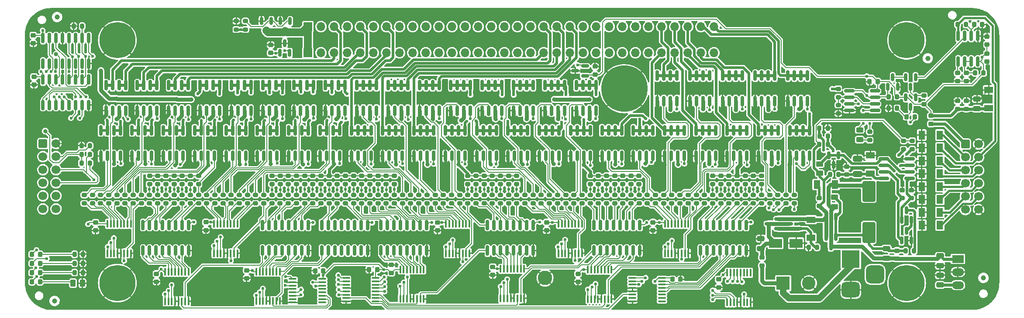
<source format=gbr>
%TF.GenerationSoftware,KiCad,Pcbnew,(6.0.0-0)*%
%TF.CreationDate,2023-03-21T22:31:32-06:00*%
%TF.ProjectId,FlippyDriver,466c6970-7079-4447-9269-7665722e6b69,D.1*%
%TF.SameCoordinates,Original*%
%TF.FileFunction,Copper,L1,Top*%
%TF.FilePolarity,Positive*%
%FSLAX46Y46*%
G04 Gerber Fmt 4.6, Leading zero omitted, Abs format (unit mm)*
G04 Created by KiCad (PCBNEW (6.0.0-0)) date 2023-03-21 22:31:32*
%MOMM*%
%LPD*%
G01*
G04 APERTURE LIST*
G04 Aperture macros list*
%AMRoundRect*
0 Rectangle with rounded corners*
0 $1 Rounding radius*
0 $2 $3 $4 $5 $6 $7 $8 $9 X,Y pos of 4 corners*
0 Add a 4 corners polygon primitive as box body*
4,1,4,$2,$3,$4,$5,$6,$7,$8,$9,$2,$3,0*
0 Add four circle primitives for the rounded corners*
1,1,$1+$1,$2,$3*
1,1,$1+$1,$4,$5*
1,1,$1+$1,$6,$7*
1,1,$1+$1,$8,$9*
0 Add four rect primitives between the rounded corners*
20,1,$1+$1,$2,$3,$4,$5,0*
20,1,$1+$1,$4,$5,$6,$7,0*
20,1,$1+$1,$6,$7,$8,$9,0*
20,1,$1+$1,$8,$9,$2,$3,0*%
G04 Aperture macros list end*
%TA.AperFunction,SMDPad,CuDef*%
%ADD10RoundRect,0.200000X-0.275000X0.200000X-0.275000X-0.200000X0.275000X-0.200000X0.275000X0.200000X0*%
%TD*%
%TA.AperFunction,SMDPad,CuDef*%
%ADD11RoundRect,0.243750X0.456250X-0.243750X0.456250X0.243750X-0.456250X0.243750X-0.456250X-0.243750X0*%
%TD*%
%TA.AperFunction,SMDPad,CuDef*%
%ADD12RoundRect,0.225000X0.250000X-0.225000X0.250000X0.225000X-0.250000X0.225000X-0.250000X-0.225000X0*%
%TD*%
%TA.AperFunction,SMDPad,CuDef*%
%ADD13RoundRect,0.225000X-0.250000X0.225000X-0.250000X-0.225000X0.250000X-0.225000X0.250000X0.225000X0*%
%TD*%
%TA.AperFunction,SMDPad,CuDef*%
%ADD14RoundRect,0.225000X-0.225000X-0.250000X0.225000X-0.250000X0.225000X0.250000X-0.225000X0.250000X0*%
%TD*%
%TA.AperFunction,SMDPad,CuDef*%
%ADD15RoundRect,0.225000X0.225000X0.250000X-0.225000X0.250000X-0.225000X-0.250000X0.225000X-0.250000X0*%
%TD*%
%TA.AperFunction,ComponentPad*%
%ADD16C,3.900000*%
%TD*%
%TA.AperFunction,ConnectorPad*%
%ADD17C,7.000000*%
%TD*%
%TA.AperFunction,ComponentPad*%
%ADD18C,4.900000*%
%TD*%
%TA.AperFunction,ConnectorPad*%
%ADD19C,9.000000*%
%TD*%
%TA.AperFunction,SMDPad,CuDef*%
%ADD20RoundRect,0.150000X0.150000X-0.825000X0.150000X0.825000X-0.150000X0.825000X-0.150000X-0.825000X0*%
%TD*%
%TA.AperFunction,SMDPad,CuDef*%
%ADD21RoundRect,0.200000X0.200000X0.275000X-0.200000X0.275000X-0.200000X-0.275000X0.200000X-0.275000X0*%
%TD*%
%TA.AperFunction,SMDPad,CuDef*%
%ADD22RoundRect,0.200000X0.275000X-0.200000X0.275000X0.200000X-0.275000X0.200000X-0.275000X-0.200000X0*%
%TD*%
%TA.AperFunction,SMDPad,CuDef*%
%ADD23RoundRect,0.150000X-0.825000X-0.150000X0.825000X-0.150000X0.825000X0.150000X-0.825000X0.150000X0*%
%TD*%
%TA.AperFunction,SMDPad,CuDef*%
%ADD24RoundRect,0.100000X0.100000X-0.637500X0.100000X0.637500X-0.100000X0.637500X-0.100000X-0.637500X0*%
%TD*%
%TA.AperFunction,SMDPad,CuDef*%
%ADD25RoundRect,0.100000X-0.637500X-0.100000X0.637500X-0.100000X0.637500X0.100000X-0.637500X0.100000X0*%
%TD*%
%TA.AperFunction,SMDPad,CuDef*%
%ADD26RoundRect,0.150000X0.587500X0.150000X-0.587500X0.150000X-0.587500X-0.150000X0.587500X-0.150000X0*%
%TD*%
%TA.AperFunction,SMDPad,CuDef*%
%ADD27RoundRect,0.218750X0.256250X-0.218750X0.256250X0.218750X-0.256250X0.218750X-0.256250X-0.218750X0*%
%TD*%
%TA.AperFunction,SMDPad,CuDef*%
%ADD28RoundRect,0.218750X0.218750X0.256250X-0.218750X0.256250X-0.218750X-0.256250X0.218750X-0.256250X0*%
%TD*%
%TA.AperFunction,SMDPad,CuDef*%
%ADD29RoundRect,0.200000X-0.200000X-0.275000X0.200000X-0.275000X0.200000X0.275000X-0.200000X0.275000X0*%
%TD*%
%TA.AperFunction,ComponentPad*%
%ADD30R,3.500000X3.500000*%
%TD*%
%TA.AperFunction,ComponentPad*%
%ADD31RoundRect,0.750000X1.000000X-0.750000X1.000000X0.750000X-1.000000X0.750000X-1.000000X-0.750000X0*%
%TD*%
%TA.AperFunction,ComponentPad*%
%ADD32RoundRect,0.875000X0.875000X-0.875000X0.875000X0.875000X-0.875000X0.875000X-0.875000X-0.875000X0*%
%TD*%
%TA.AperFunction,ComponentPad*%
%ADD33C,2.800000*%
%TD*%
%TA.AperFunction,SMDPad,CuDef*%
%ADD34R,1.700000X1.300000*%
%TD*%
%TA.AperFunction,SMDPad,CuDef*%
%ADD35R,1.300000X1.700000*%
%TD*%
%TA.AperFunction,SMDPad,CuDef*%
%ADD36RoundRect,0.250000X0.475000X-0.250000X0.475000X0.250000X-0.475000X0.250000X-0.475000X-0.250000X0*%
%TD*%
%TA.AperFunction,ComponentPad*%
%ADD37R,2.300000X1.500000*%
%TD*%
%TA.AperFunction,ComponentPad*%
%ADD38O,2.300000X1.500000*%
%TD*%
%TA.AperFunction,SMDPad,CuDef*%
%ADD39RoundRect,0.150000X0.825000X0.150000X-0.825000X0.150000X-0.825000X-0.150000X0.825000X-0.150000X0*%
%TD*%
%TA.AperFunction,SMDPad,CuDef*%
%ADD40RoundRect,0.150000X0.150000X-0.587500X0.150000X0.587500X-0.150000X0.587500X-0.150000X-0.587500X0*%
%TD*%
%TA.AperFunction,SMDPad,CuDef*%
%ADD41RoundRect,0.150000X-0.150000X0.587500X-0.150000X-0.587500X0.150000X-0.587500X0.150000X0.587500X0*%
%TD*%
%TA.AperFunction,SMDPad,CuDef*%
%ADD42R,2.500000X1.800000*%
%TD*%
%TA.AperFunction,SMDPad,CuDef*%
%ADD43RoundRect,0.250000X-0.475000X0.250000X-0.475000X-0.250000X0.475000X-0.250000X0.475000X0.250000X0*%
%TD*%
%TA.AperFunction,ComponentPad*%
%ADD44R,2.600000X2.600000*%
%TD*%
%TA.AperFunction,ComponentPad*%
%ADD45C,2.600000*%
%TD*%
%TA.AperFunction,SMDPad,CuDef*%
%ADD46RoundRect,0.218750X-0.256250X0.218750X-0.256250X-0.218750X0.256250X-0.218750X0.256250X0.218750X0*%
%TD*%
%TA.AperFunction,SMDPad,CuDef*%
%ADD47RoundRect,0.250000X0.650000X-0.325000X0.650000X0.325000X-0.650000X0.325000X-0.650000X-0.325000X0*%
%TD*%
%TA.AperFunction,SMDPad,CuDef*%
%ADD48RoundRect,0.250000X-1.000000X1.750000X-1.000000X-1.750000X1.000000X-1.750000X1.000000X1.750000X0*%
%TD*%
%TA.AperFunction,SMDPad,CuDef*%
%ADD49RoundRect,0.250000X0.262500X0.450000X-0.262500X0.450000X-0.262500X-0.450000X0.262500X-0.450000X0*%
%TD*%
%TA.AperFunction,ComponentPad*%
%ADD50R,1.700000X1.700000*%
%TD*%
%TA.AperFunction,ComponentPad*%
%ADD51O,1.700000X1.700000*%
%TD*%
%TA.AperFunction,SMDPad,CuDef*%
%ADD52RoundRect,0.150000X-0.150000X0.825000X-0.150000X-0.825000X0.150000X-0.825000X0.150000X0.825000X0*%
%TD*%
%TA.AperFunction,SMDPad,CuDef*%
%ADD53RoundRect,0.250000X0.450000X-0.262500X0.450000X0.262500X-0.450000X0.262500X-0.450000X-0.262500X0*%
%TD*%
%TA.AperFunction,SMDPad,CuDef*%
%ADD54C,1.000000*%
%TD*%
%TA.AperFunction,SMDPad,CuDef*%
%ADD55RoundRect,0.250000X-0.450000X0.262500X-0.450000X-0.262500X0.450000X-0.262500X0.450000X0.262500X0*%
%TD*%
%TA.AperFunction,ComponentPad*%
%ADD56C,1.700000*%
%TD*%
%TA.AperFunction,ComponentPad*%
%ADD57RoundRect,0.250000X-0.600000X-0.600000X0.600000X-0.600000X0.600000X0.600000X-0.600000X0.600000X0*%
%TD*%
%TA.AperFunction,ViaPad*%
%ADD58C,0.600000*%
%TD*%
%TA.AperFunction,ViaPad*%
%ADD59C,0.800000*%
%TD*%
%TA.AperFunction,Conductor*%
%ADD60C,0.200000*%
%TD*%
%TA.AperFunction,Conductor*%
%ADD61C,0.500000*%
%TD*%
%TA.AperFunction,Conductor*%
%ADD62C,0.600000*%
%TD*%
%TA.AperFunction,Conductor*%
%ADD63C,0.800000*%
%TD*%
%TA.AperFunction,Conductor*%
%ADD64C,0.400000*%
%TD*%
%TA.AperFunction,Conductor*%
%ADD65C,1.300000*%
%TD*%
%TA.AperFunction,Conductor*%
%ADD66C,1.500000*%
%TD*%
G04 APERTURE END LIST*
D10*
%TO.P,R2,1*%
%TO.N,TEMP_ENABLE*%
X219150000Y-91655000D03*
%TO.P,R2,2*%
%TO.N,Net-(D18-Pad1)*%
X219150000Y-93305000D03*
%TD*%
D11*
%TO.P,D18,1,K*%
%TO.N,Net-(D18-Pad1)*%
X217220000Y-93177500D03*
%TO.P,D18,2,A*%
%TO.N,VCC*%
X217220000Y-91302500D03*
%TD*%
D12*
%TO.P,C18,1*%
%TO.N,VCC*%
X126400000Y-119075000D03*
%TO.P,C18,2*%
%TO.N,GND*%
X126400000Y-117525000D03*
%TD*%
D13*
%TO.P,C20,1*%
%TO.N,VCC*%
X69044743Y-109290000D03*
%TO.P,C20,2*%
%TO.N,GND*%
X69044743Y-110840000D03*
%TD*%
%TO.P,C21,1*%
%TO.N,VCC*%
X80870000Y-119225000D03*
%TO.P,C21,2*%
%TO.N,GND*%
X80870000Y-120775000D03*
%TD*%
%TO.P,C23,1*%
%TO.N,VCC*%
X146070000Y-117915000D03*
%TO.P,C23,2*%
%TO.N,GND*%
X146070000Y-119465000D03*
%TD*%
%TO.P,C25,1*%
%TO.N,VCC*%
X98360000Y-118560000D03*
%TO.P,C25,2*%
%TO.N,GND*%
X98360000Y-120110000D03*
%TD*%
%TO.P,C26,1*%
%TO.N,VCC*%
X177140458Y-109255000D03*
%TO.P,C26,2*%
%TO.N,GND*%
X177140458Y-110805000D03*
%TD*%
%TO.P,C27,1*%
%TO.N,VCC*%
X162600000Y-119225000D03*
%TO.P,C27,2*%
%TO.N,GND*%
X162600000Y-120775000D03*
%TD*%
%TO.P,C28,1*%
%TO.N,VCC*%
X189881250Y-120306250D03*
%TO.P,C28,2*%
%TO.N,GND*%
X189881250Y-121856250D03*
%TD*%
D14*
%TO.P,C29,1*%
%TO.N,VCC*%
X180925000Y-120300000D03*
%TO.P,C29,2*%
%TO.N,GND*%
X182475000Y-120300000D03*
%TD*%
D15*
%TO.P,C30,1*%
%TO.N,VCC*%
X123645000Y-118420000D03*
%TO.P,C30,2*%
%TO.N,GND*%
X122095000Y-118420000D03*
%TD*%
D16*
%TO.P,H1,1,1*%
%TO.N,GND*%
X226314000Y-73914000D03*
D17*
X226314000Y-73914000D03*
%TD*%
D16*
%TO.P,H2,1,1*%
%TO.N,GND*%
X73279000Y-73914000D03*
D17*
X73279000Y-73914000D03*
%TD*%
D16*
%TO.P,H4,1,1*%
%TO.N,GND*%
X73279000Y-121031000D03*
D17*
X73279000Y-121031000D03*
%TD*%
D18*
%TO.P,H5,1,1*%
%TO.N,GND*%
X171577000Y-83312000D03*
D19*
X171577000Y-83312000D03*
%TD*%
D20*
%TO.P,Q4,1,S*%
%TO.N,GND*%
X118645844Y-96355000D03*
%TO.P,Q4,2,G*%
%TO.N,Net-(Q4-Pad2)*%
X119915844Y-96355000D03*
%TO.P,Q4,3,S*%
%TO.N,+24V*%
X121185844Y-96355000D03*
%TO.P,Q4,4,G*%
%TO.N,Net-(Q4-Pad4)*%
X122455844Y-96355000D03*
%TO.P,Q4,5,D*%
%TO.N,COL_2*%
X122455844Y-91405000D03*
%TO.P,Q4,6,D*%
X121185844Y-91405000D03*
%TO.P,Q4,7,D*%
X119915844Y-91405000D03*
%TO.P,Q4,8,D*%
X118645844Y-91405000D03*
%TD*%
%TO.P,Q5,1,S*%
%TO.N,GND*%
X125777668Y-87575000D03*
%TO.P,Q5,2,G*%
%TO.N,Net-(Q5-Pad2)*%
X127047668Y-87575000D03*
%TO.P,Q5,3,S*%
%TO.N,+24V*%
X128317668Y-87575000D03*
%TO.P,Q5,4,G*%
%TO.N,Net-(Q5-Pad4)*%
X129587668Y-87575000D03*
%TO.P,Q5,5,D*%
%TO.N,COL_3*%
X129587668Y-82625000D03*
%TO.P,Q5,6,D*%
X128317668Y-82625000D03*
%TO.P,Q5,7,D*%
X127047668Y-82625000D03*
%TO.P,Q5,8,D*%
X125777668Y-82625000D03*
%TD*%
%TO.P,Q6,1,S*%
%TO.N,GND*%
X124720068Y-96355000D03*
%TO.P,Q6,2,G*%
%TO.N,Net-(Q6-Pad2)*%
X125990068Y-96355000D03*
%TO.P,Q6,3,S*%
%TO.N,+24V*%
X127260068Y-96355000D03*
%TO.P,Q6,4,G*%
%TO.N,Net-(Q6-Pad4)*%
X128530068Y-96355000D03*
%TO.P,Q6,5,D*%
%TO.N,COL_4*%
X128530068Y-91405000D03*
%TO.P,Q6,6,D*%
X127260068Y-91405000D03*
%TO.P,Q6,7,D*%
X125990068Y-91405000D03*
%TO.P,Q6,8,D*%
X124720068Y-91405000D03*
%TD*%
%TO.P,Q8,1,S*%
%TO.N,GND*%
X130794292Y-96355000D03*
%TO.P,Q8,2,G*%
%TO.N,Net-(Q8-Pad2)*%
X132064292Y-96355000D03*
%TO.P,Q8,3,S*%
%TO.N,+24V*%
X133334292Y-96355000D03*
%TO.P,Q8,4,G*%
%TO.N,Net-(Q8-Pad4)*%
X134604292Y-96355000D03*
%TO.P,Q8,5,D*%
%TO.N,COL_6*%
X134604292Y-91405000D03*
%TO.P,Q8,6,D*%
X133334292Y-91405000D03*
%TO.P,Q8,7,D*%
X132064292Y-91405000D03*
%TO.P,Q8,8,D*%
X130794292Y-91405000D03*
%TD*%
%TO.P,Q9,1,S*%
%TO.N,GND*%
X137936334Y-87575000D03*
%TO.P,Q9,2,G*%
%TO.N,Net-(Q9-Pad2)*%
X139206334Y-87575000D03*
%TO.P,Q9,3,S*%
%TO.N,+24V*%
X140476334Y-87575000D03*
%TO.P,Q9,4,G*%
%TO.N,Net-(Q9-Pad4)*%
X141746334Y-87575000D03*
%TO.P,Q9,5,D*%
%TO.N,COL_7*%
X141746334Y-82625000D03*
%TO.P,Q9,6,D*%
X140476334Y-82625000D03*
%TO.P,Q9,7,D*%
X139206334Y-82625000D03*
%TO.P,Q9,8,D*%
X137936334Y-82625000D03*
%TD*%
%TO.P,Q10,1,S*%
%TO.N,GND*%
X136868516Y-96355000D03*
%TO.P,Q10,2,G*%
%TO.N,Net-(Q10-Pad2)*%
X138138516Y-96355000D03*
%TO.P,Q10,3,S*%
%TO.N,+24V*%
X139408516Y-96355000D03*
%TO.P,Q10,4,G*%
%TO.N,Net-(Q10-Pad4)*%
X140678516Y-96355000D03*
%TO.P,Q10,5,D*%
%TO.N,COL_8*%
X140678516Y-91405000D03*
%TO.P,Q10,6,D*%
X139408516Y-91405000D03*
%TO.P,Q10,7,D*%
X138138516Y-91405000D03*
%TO.P,Q10,8,D*%
X136868516Y-91405000D03*
%TD*%
%TO.P,Q11,1,S*%
%TO.N,GND*%
X144015667Y-87575000D03*
%TO.P,Q11,2,G*%
%TO.N,Net-(Q11-Pad2)*%
X145285667Y-87575000D03*
%TO.P,Q11,3,S*%
%TO.N,+24V*%
X146555667Y-87575000D03*
%TO.P,Q11,4,G*%
%TO.N,Net-(Q11-Pad4)*%
X147825667Y-87575000D03*
%TO.P,Q11,5,D*%
%TO.N,COL_9*%
X147825667Y-82625000D03*
%TO.P,Q11,6,D*%
X146555667Y-82625000D03*
%TO.P,Q11,7,D*%
X145285667Y-82625000D03*
%TO.P,Q11,8,D*%
X144015667Y-82625000D03*
%TD*%
%TO.P,Q12,1,S*%
%TO.N,GND*%
X142942740Y-96355000D03*
%TO.P,Q12,2,G*%
%TO.N,Net-(Q12-Pad2)*%
X144212740Y-96355000D03*
%TO.P,Q12,3,S*%
%TO.N,+24V*%
X145482740Y-96355000D03*
%TO.P,Q12,4,G*%
%TO.N,Net-(Q12-Pad4)*%
X146752740Y-96355000D03*
%TO.P,Q12,5,D*%
%TO.N,COL_10*%
X146752740Y-91405000D03*
%TO.P,Q12,6,D*%
X145482740Y-91405000D03*
%TO.P,Q12,7,D*%
X144212740Y-91405000D03*
%TO.P,Q12,8,D*%
X142942740Y-91405000D03*
%TD*%
%TO.P,Q13,1,S*%
%TO.N,GND*%
X150095000Y-87575000D03*
%TO.P,Q13,2,G*%
%TO.N,Net-(Q13-Pad2)*%
X151365000Y-87575000D03*
%TO.P,Q13,3,S*%
%TO.N,+24V*%
X152635000Y-87575000D03*
%TO.P,Q13,4,G*%
%TO.N,Net-(Q13-Pad4)*%
X153905000Y-87575000D03*
%TO.P,Q13,5,D*%
%TO.N,COL_11*%
X153905000Y-82625000D03*
%TO.P,Q13,6,D*%
X152635000Y-82625000D03*
%TO.P,Q13,7,D*%
X151365000Y-82625000D03*
%TO.P,Q13,8,D*%
X150095000Y-82625000D03*
%TD*%
%TO.P,Q14,1,S*%
%TO.N,GND*%
X149016964Y-96355000D03*
%TO.P,Q14,2,G*%
%TO.N,Net-(Q14-Pad2)*%
X150286964Y-96355000D03*
%TO.P,Q14,3,S*%
%TO.N,+24V*%
X151556964Y-96355000D03*
%TO.P,Q14,4,G*%
%TO.N,Net-(Q14-Pad4)*%
X152826964Y-96355000D03*
%TO.P,Q14,5,D*%
%TO.N,COL_12*%
X152826964Y-91405000D03*
%TO.P,Q14,6,D*%
X151556964Y-91405000D03*
%TO.P,Q14,7,D*%
X150286964Y-91405000D03*
%TO.P,Q14,8,D*%
X149016964Y-91405000D03*
%TD*%
%TO.P,Q15,1,S*%
%TO.N,GND*%
X156174333Y-87575000D03*
%TO.P,Q15,2,G*%
%TO.N,Net-(Q15-Pad2)*%
X157444333Y-87575000D03*
%TO.P,Q15,3,S*%
%TO.N,+24V*%
X158714333Y-87575000D03*
%TO.P,Q15,4,G*%
%TO.N,Net-(Q15-Pad4)*%
X159984333Y-87575000D03*
%TO.P,Q15,5,D*%
%TO.N,COL_13*%
X159984333Y-82625000D03*
%TO.P,Q15,6,D*%
X158714333Y-82625000D03*
%TO.P,Q15,7,D*%
X157444333Y-82625000D03*
%TO.P,Q15,8,D*%
X156174333Y-82625000D03*
%TD*%
%TO.P,Q16,1,S*%
%TO.N,GND*%
X155091188Y-96355000D03*
%TO.P,Q16,2,G*%
%TO.N,Net-(Q16-Pad2)*%
X156361188Y-96355000D03*
%TO.P,Q16,3,S*%
%TO.N,+24V*%
X157631188Y-96355000D03*
%TO.P,Q16,4,G*%
%TO.N,Net-(Q16-Pad4)*%
X158901188Y-96355000D03*
%TO.P,Q16,5,D*%
%TO.N,COL_14*%
X158901188Y-91405000D03*
%TO.P,Q16,6,D*%
X157631188Y-91405000D03*
%TO.P,Q16,7,D*%
X156361188Y-91405000D03*
%TO.P,Q16,8,D*%
X155091188Y-91405000D03*
%TD*%
%TO.P,Q17,1,S*%
%TO.N,GND*%
X162253679Y-87575000D03*
%TO.P,Q17,2,G*%
%TO.N,Net-(Q17-Pad2)*%
X163523679Y-87575000D03*
%TO.P,Q17,3,S*%
%TO.N,+24V*%
X164793679Y-87575000D03*
%TO.P,Q17,4,G*%
%TO.N,Net-(Q17-Pad4)*%
X166063679Y-87575000D03*
%TO.P,Q17,5,D*%
%TO.N,COL_15*%
X166063679Y-82625000D03*
%TO.P,Q17,6,D*%
X164793679Y-82625000D03*
%TO.P,Q17,7,D*%
X163523679Y-82625000D03*
%TO.P,Q17,8,D*%
X162253679Y-82625000D03*
%TD*%
%TO.P,Q18,1,S*%
%TO.N,GND*%
X161165412Y-96355000D03*
%TO.P,Q18,2,G*%
%TO.N,Net-(Q18-Pad2)*%
X162435412Y-96355000D03*
%TO.P,Q18,3,S*%
%TO.N,+24V*%
X163705412Y-96355000D03*
%TO.P,Q18,4,G*%
%TO.N,Net-(Q18-Pad4)*%
X164975412Y-96355000D03*
%TO.P,Q18,5,D*%
%TO.N,COL_16*%
X164975412Y-91405000D03*
%TO.P,Q18,6,D*%
X163705412Y-91405000D03*
%TO.P,Q18,7,D*%
X162435412Y-91405000D03*
%TO.P,Q18,8,D*%
X161165412Y-91405000D03*
%TD*%
%TO.P,Q20,1,S*%
%TO.N,GND*%
X173313860Y-96355000D03*
%TO.P,Q20,2,G*%
%TO.N,Net-(Q20-Pad2)*%
X174583860Y-96355000D03*
%TO.P,Q20,3,S*%
%TO.N,+24V*%
X175853860Y-96355000D03*
%TO.P,Q20,4,G*%
%TO.N,Net-(Q20-Pad4)*%
X177123860Y-96355000D03*
%TO.P,Q20,5,D*%
%TO.N,COL_18*%
X177123860Y-91405000D03*
%TO.P,Q20,6,D*%
X175853860Y-91405000D03*
%TO.P,Q20,7,D*%
X174583860Y-91405000D03*
%TO.P,Q20,8,D*%
X173313860Y-91405000D03*
%TD*%
%TO.P,Q21,1,S*%
%TO.N,GND*%
X177960008Y-85710000D03*
%TO.P,Q21,2,G*%
%TO.N,Net-(Q21-Pad2)*%
X179230008Y-85710000D03*
%TO.P,Q21,3,S*%
%TO.N,+24V*%
X180500008Y-85710000D03*
%TO.P,Q21,4,G*%
%TO.N,Net-(Q21-Pad4)*%
X181770008Y-85710000D03*
%TO.P,Q21,5,D*%
%TO.N,COL_19*%
X181770008Y-80760000D03*
%TO.P,Q21,6,D*%
X180500008Y-80760000D03*
%TO.P,Q21,7,D*%
X179230008Y-80760000D03*
%TO.P,Q21,8,D*%
X177960008Y-80760000D03*
%TD*%
%TO.P,Q22,1,S*%
%TO.N,GND*%
X179388084Y-96355000D03*
%TO.P,Q22,2,G*%
%TO.N,Net-(Q22-Pad2)*%
X180658084Y-96355000D03*
%TO.P,Q22,3,S*%
%TO.N,+24V*%
X181928084Y-96355000D03*
%TO.P,Q22,4,G*%
%TO.N,Net-(Q22-Pad4)*%
X183198084Y-96355000D03*
%TO.P,Q22,5,D*%
%TO.N,COL_20*%
X183198084Y-91405000D03*
%TO.P,Q22,6,D*%
X181928084Y-91405000D03*
%TO.P,Q22,7,D*%
X180658084Y-91405000D03*
%TO.P,Q22,8,D*%
X179388084Y-91405000D03*
%TD*%
%TO.P,Q23,1,S*%
%TO.N,GND*%
X184290008Y-85710000D03*
%TO.P,Q23,2,G*%
%TO.N,Net-(Q23-Pad2)*%
X185560008Y-85710000D03*
%TO.P,Q23,3,S*%
%TO.N,+24V*%
X186830008Y-85710000D03*
%TO.P,Q23,4,G*%
%TO.N,Net-(Q23-Pad4)*%
X188100008Y-85710000D03*
%TO.P,Q23,5,D*%
%TO.N,COL_21*%
X188100008Y-80760000D03*
%TO.P,Q23,6,D*%
X186830008Y-80760000D03*
%TO.P,Q23,7,D*%
X185560008Y-80760000D03*
%TO.P,Q23,8,D*%
X184290008Y-80760000D03*
%TD*%
%TO.P,Q24,1,S*%
%TO.N,GND*%
X185462308Y-96355000D03*
%TO.P,Q24,2,G*%
%TO.N,Net-(Q24-Pad2)*%
X186732308Y-96355000D03*
%TO.P,Q24,3,S*%
%TO.N,+24V*%
X188002308Y-96355000D03*
%TO.P,Q24,4,G*%
%TO.N,Net-(Q24-Pad4)*%
X189272308Y-96355000D03*
%TO.P,Q24,5,D*%
%TO.N,COL_22*%
X189272308Y-91405000D03*
%TO.P,Q24,6,D*%
X188002308Y-91405000D03*
%TO.P,Q24,7,D*%
X186732308Y-91405000D03*
%TO.P,Q24,8,D*%
X185462308Y-91405000D03*
%TD*%
%TO.P,Q25,1,S*%
%TO.N,GND*%
X190620008Y-85710000D03*
%TO.P,Q25,2,G*%
%TO.N,Net-(Q25-Pad2)*%
X191890008Y-85710000D03*
%TO.P,Q25,3,S*%
%TO.N,+24V*%
X193160008Y-85710000D03*
%TO.P,Q25,4,G*%
%TO.N,Net-(Q25-Pad4)*%
X194430008Y-85710000D03*
%TO.P,Q25,5,D*%
%TO.N,COL_23*%
X194430008Y-80760000D03*
%TO.P,Q25,6,D*%
X193160008Y-80760000D03*
%TO.P,Q25,7,D*%
X191890008Y-80760000D03*
%TO.P,Q25,8,D*%
X190620008Y-80760000D03*
%TD*%
%TO.P,Q26,1,S*%
%TO.N,GND*%
X191536532Y-96355000D03*
%TO.P,Q26,2,G*%
%TO.N,Net-(Q26-Pad2)*%
X192806532Y-96355000D03*
%TO.P,Q26,3,S*%
%TO.N,+24V*%
X194076532Y-96355000D03*
%TO.P,Q26,4,G*%
%TO.N,Net-(Q26-Pad4)*%
X195346532Y-96355000D03*
%TO.P,Q26,5,D*%
%TO.N,COL_24*%
X195346532Y-91405000D03*
%TO.P,Q26,6,D*%
X194076532Y-91405000D03*
%TO.P,Q26,7,D*%
X192806532Y-91405000D03*
%TO.P,Q26,8,D*%
X191536532Y-91405000D03*
%TD*%
%TO.P,Q27,1,S*%
%TO.N,GND*%
X196950008Y-85710000D03*
%TO.P,Q27,2,G*%
%TO.N,Net-(Q27-Pad2)*%
X198220008Y-85710000D03*
%TO.P,Q27,3,S*%
%TO.N,+24V*%
X199490008Y-85710000D03*
%TO.P,Q27,4,G*%
%TO.N,Net-(Q27-Pad4)*%
X200760008Y-85710000D03*
%TO.P,Q27,5,D*%
%TO.N,COL_25*%
X200760008Y-80760000D03*
%TO.P,Q27,6,D*%
X199490008Y-80760000D03*
%TO.P,Q27,7,D*%
X198220008Y-80760000D03*
%TO.P,Q27,8,D*%
X196950008Y-80760000D03*
%TD*%
%TO.P,Q28,1,S*%
%TO.N,GND*%
X197610756Y-96355000D03*
%TO.P,Q28,2,G*%
%TO.N,Net-(Q28-Pad2)*%
X198880756Y-96355000D03*
%TO.P,Q28,3,S*%
%TO.N,+24V*%
X200150756Y-96355000D03*
%TO.P,Q28,4,G*%
%TO.N,Net-(Q28-Pad4)*%
X201420756Y-96355000D03*
%TO.P,Q28,5,D*%
%TO.N,COL_26*%
X201420756Y-91405000D03*
%TO.P,Q28,6,D*%
X200150756Y-91405000D03*
%TO.P,Q28,7,D*%
X198880756Y-91405000D03*
%TO.P,Q28,8,D*%
X197610756Y-91405000D03*
%TD*%
%TO.P,Q29,1,S*%
%TO.N,GND*%
X203280008Y-85710000D03*
%TO.P,Q29,2,G*%
%TO.N,Net-(Q29-Pad2)*%
X204550008Y-85710000D03*
%TO.P,Q29,3,S*%
%TO.N,+24V*%
X205820008Y-85710000D03*
%TO.P,Q29,4,G*%
%TO.N,Net-(Q29-Pad4)*%
X207090008Y-85710000D03*
%TO.P,Q29,5,D*%
%TO.N,COL_27*%
X207090008Y-80760000D03*
%TO.P,Q29,6,D*%
X205820008Y-80760000D03*
%TO.P,Q29,7,D*%
X204550008Y-80760000D03*
%TO.P,Q29,8,D*%
X203280008Y-80760000D03*
%TD*%
%TO.P,Q30,1,S*%
%TO.N,GND*%
X203685000Y-96355000D03*
%TO.P,Q30,2,G*%
%TO.N,Net-(Q30-Pad2)*%
X204955000Y-96355000D03*
%TO.P,Q30,3,S*%
%TO.N,+24V*%
X206225000Y-96355000D03*
%TO.P,Q30,4,G*%
%TO.N,Net-(Q30-Pad4)*%
X207495000Y-96355000D03*
%TO.P,Q30,5,D*%
%TO.N,COL_28*%
X207495000Y-91405000D03*
%TO.P,Q30,6,D*%
X206225000Y-91405000D03*
%TO.P,Q30,7,D*%
X204955000Y-91405000D03*
%TO.P,Q30,8,D*%
X203685000Y-91405000D03*
%TD*%
%TO.P,Q31,1,S*%
%TO.N,GND*%
X112571620Y-96355000D03*
%TO.P,Q31,2,G*%
%TO.N,Net-(Q31-Pad2)*%
X113841620Y-96355000D03*
%TO.P,Q31,3,S*%
%TO.N,+24V*%
X115111620Y-96355000D03*
%TO.P,Q31,4,G*%
%TO.N,Net-(Q31-Pad4)*%
X116381620Y-96355000D03*
%TO.P,Q31,5,D*%
%TO.N,ROW_1_SET*%
X116381620Y-91405000D03*
%TO.P,Q31,6,D*%
X115111620Y-91405000D03*
%TO.P,Q31,7,D*%
%TO.N,ROW_1_RESET*%
X113841620Y-91405000D03*
%TO.P,Q31,8,D*%
X112571620Y-91405000D03*
%TD*%
%TO.P,Q32,1,S*%
%TO.N,GND*%
X71063671Y-87575000D03*
%TO.P,Q32,2,G*%
%TO.N,Net-(Q32-Pad2)*%
X72333671Y-87575000D03*
%TO.P,Q32,3,S*%
%TO.N,+24V*%
X73603671Y-87575000D03*
%TO.P,Q32,4,G*%
%TO.N,Net-(Q32-Pad4)*%
X74873671Y-87575000D03*
%TO.P,Q32,5,D*%
%TO.N,ROW_2_SET*%
X74873671Y-82625000D03*
%TO.P,Q32,6,D*%
X73603671Y-82625000D03*
%TO.P,Q32,7,D*%
%TO.N,ROW_2_RESET*%
X72333671Y-82625000D03*
%TO.P,Q32,8,D*%
X71063671Y-82625000D03*
%TD*%
%TO.P,Q33,1,S*%
%TO.N,GND*%
X113619002Y-87575000D03*
%TO.P,Q33,2,G*%
%TO.N,Net-(Q33-Pad2)*%
X114889002Y-87575000D03*
%TO.P,Q33,3,S*%
%TO.N,+24V*%
X116159002Y-87575000D03*
%TO.P,Q33,4,G*%
%TO.N,Net-(Q33-Pad4)*%
X117429002Y-87575000D03*
%TO.P,Q33,5,D*%
%TO.N,ROW_3_SET*%
X117429002Y-82625000D03*
%TO.P,Q33,6,D*%
X116159002Y-82625000D03*
%TO.P,Q33,7,D*%
%TO.N,ROW_3_RESET*%
X114889002Y-82625000D03*
%TO.P,Q33,8,D*%
X113619002Y-82625000D03*
%TD*%
%TO.P,Q34,1,S*%
%TO.N,GND*%
X70052052Y-96355000D03*
%TO.P,Q34,2,G*%
%TO.N,Net-(Q34-Pad2)*%
X71322052Y-96355000D03*
%TO.P,Q34,3,S*%
%TO.N,+24V*%
X72592052Y-96355000D03*
%TO.P,Q34,4,G*%
%TO.N,Net-(Q34-Pad4)*%
X73862052Y-96355000D03*
%TO.P,Q34,5,D*%
%TO.N,ROW_4_SET*%
X73862052Y-91405000D03*
%TO.P,Q34,6,D*%
X72592052Y-91405000D03*
%TO.P,Q34,7,D*%
%TO.N,ROW_4_RESET*%
X71322052Y-91405000D03*
%TO.P,Q34,8,D*%
X70052052Y-91405000D03*
%TD*%
%TO.P,Q35,1,S*%
%TO.N,GND*%
X106497396Y-96355000D03*
%TO.P,Q35,2,G*%
%TO.N,Net-(Q35-Pad2)*%
X107767396Y-96355000D03*
%TO.P,Q35,3,S*%
%TO.N,+24V*%
X109037396Y-96355000D03*
%TO.P,Q35,4,G*%
%TO.N,Net-(Q35-Pad4)*%
X110307396Y-96355000D03*
%TO.P,Q35,5,D*%
%TO.N,ROW_5_SET*%
X110307396Y-91405000D03*
%TO.P,Q35,6,D*%
X109037396Y-91405000D03*
%TO.P,Q35,7,D*%
%TO.N,ROW_5_RESET*%
X107767396Y-91405000D03*
%TO.P,Q35,8,D*%
X106497396Y-91405000D03*
%TD*%
%TO.P,Q36,1,S*%
%TO.N,GND*%
X77143004Y-87575000D03*
%TO.P,Q36,2,G*%
%TO.N,Net-(Q36-Pad2)*%
X78413004Y-87575000D03*
%TO.P,Q36,3,S*%
%TO.N,+24V*%
X79683004Y-87575000D03*
%TO.P,Q36,4,G*%
%TO.N,Net-(Q36-Pad4)*%
X80953004Y-87575000D03*
%TO.P,Q36,5,D*%
%TO.N,ROW_6_SET*%
X80953004Y-82625000D03*
%TO.P,Q36,6,D*%
X79683004Y-82625000D03*
%TO.P,Q36,7,D*%
%TO.N,ROW_6_RESET*%
X78413004Y-82625000D03*
%TO.P,Q36,8,D*%
X77143004Y-82625000D03*
%TD*%
%TO.P,Q37,1,S*%
%TO.N,GND*%
X107539669Y-87575000D03*
%TO.P,Q37,2,G*%
%TO.N,Net-(Q37-Pad2)*%
X108809669Y-87575000D03*
%TO.P,Q37,3,S*%
%TO.N,+24V*%
X110079669Y-87575000D03*
%TO.P,Q37,4,G*%
%TO.N,Net-(Q37-Pad4)*%
X111349669Y-87575000D03*
%TO.P,Q37,5,D*%
%TO.N,ROW_7_SET*%
X111349669Y-82625000D03*
%TO.P,Q37,6,D*%
X110079669Y-82625000D03*
%TO.P,Q37,7,D*%
%TO.N,ROW_7_RESET*%
X108809669Y-82625000D03*
%TO.P,Q37,8,D*%
X107539669Y-82625000D03*
%TD*%
%TO.P,Q38,1,S*%
%TO.N,GND*%
X76126276Y-96355000D03*
%TO.P,Q38,2,G*%
%TO.N,Net-(Q38-Pad2)*%
X77396276Y-96355000D03*
%TO.P,Q38,3,S*%
%TO.N,+24V*%
X78666276Y-96355000D03*
%TO.P,Q38,4,G*%
%TO.N,Net-(Q38-Pad4)*%
X79936276Y-96355000D03*
%TO.P,Q38,5,D*%
%TO.N,ROW_8_SET*%
X79936276Y-91405000D03*
%TO.P,Q38,6,D*%
X78666276Y-91405000D03*
%TO.P,Q38,7,D*%
%TO.N,ROW_8_RESET*%
X77396276Y-91405000D03*
%TO.P,Q38,8,D*%
X76126276Y-91405000D03*
%TD*%
%TO.P,Q39,1,S*%
%TO.N,GND*%
X100423172Y-96355000D03*
%TO.P,Q39,2,G*%
%TO.N,Net-(Q39-Pad2)*%
X101693172Y-96355000D03*
%TO.P,Q39,3,S*%
%TO.N,+24V*%
X102963172Y-96355000D03*
%TO.P,Q39,4,G*%
%TO.N,Net-(Q39-Pad4)*%
X104233172Y-96355000D03*
%TO.P,Q39,5,D*%
%TO.N,ROW_9_SET*%
X104233172Y-91405000D03*
%TO.P,Q39,6,D*%
X102963172Y-91405000D03*
%TO.P,Q39,7,D*%
%TO.N,ROW_9_RESET*%
X101693172Y-91405000D03*
%TO.P,Q39,8,D*%
X100423172Y-91405000D03*
%TD*%
%TO.P,Q40,1,S*%
%TO.N,GND*%
X83222337Y-87575000D03*
%TO.P,Q40,2,G*%
%TO.N,Net-(Q40-Pad2)*%
X84492337Y-87575000D03*
%TO.P,Q40,3,S*%
%TO.N,+24V*%
X85762337Y-87575000D03*
%TO.P,Q40,4,G*%
%TO.N,Net-(Q40-Pad4)*%
X87032337Y-87575000D03*
%TO.P,Q40,5,D*%
%TO.N,ROW_10_SET*%
X87032337Y-82625000D03*
%TO.P,Q40,6,D*%
X85762337Y-82625000D03*
%TO.P,Q40,7,D*%
%TO.N,ROW_10_RESET*%
X84492337Y-82625000D03*
%TO.P,Q40,8,D*%
X83222337Y-82625000D03*
%TD*%
%TO.P,Q41,1,S*%
%TO.N,GND*%
X101460336Y-87575000D03*
%TO.P,Q41,2,G*%
%TO.N,Net-(Q41-Pad2)*%
X102730336Y-87575000D03*
%TO.P,Q41,3,S*%
%TO.N,+24V*%
X104000336Y-87575000D03*
%TO.P,Q41,4,G*%
%TO.N,Net-(Q41-Pad4)*%
X105270336Y-87575000D03*
%TO.P,Q41,5,D*%
%TO.N,ROW_11_SET*%
X105270336Y-82625000D03*
%TO.P,Q41,6,D*%
X104000336Y-82625000D03*
%TO.P,Q41,7,D*%
%TO.N,ROW_11_RESET*%
X102730336Y-82625000D03*
%TO.P,Q41,8,D*%
X101460336Y-82625000D03*
%TD*%
%TO.P,Q42,1,S*%
%TO.N,GND*%
X82200500Y-96355000D03*
%TO.P,Q42,2,G*%
%TO.N,Net-(Q42-Pad2)*%
X83470500Y-96355000D03*
%TO.P,Q42,3,S*%
%TO.N,+24V*%
X84740500Y-96355000D03*
%TO.P,Q42,4,G*%
%TO.N,Net-(Q42-Pad4)*%
X86010500Y-96355000D03*
%TO.P,Q42,5,D*%
%TO.N,ROW_12_SET*%
X86010500Y-91405000D03*
%TO.P,Q42,6,D*%
X84740500Y-91405000D03*
%TO.P,Q42,7,D*%
%TO.N,ROW_12_RESET*%
X83470500Y-91405000D03*
%TO.P,Q42,8,D*%
X82200500Y-91405000D03*
%TD*%
%TO.P,Q43,1,S*%
%TO.N,GND*%
X94348948Y-96355000D03*
%TO.P,Q43,2,G*%
%TO.N,Net-(Q43-Pad2)*%
X95618948Y-96355000D03*
%TO.P,Q43,3,S*%
%TO.N,+24V*%
X96888948Y-96355000D03*
%TO.P,Q43,4,G*%
%TO.N,Net-(Q43-Pad4)*%
X98158948Y-96355000D03*
%TO.P,Q43,5,D*%
%TO.N,ROW_13_SET*%
X98158948Y-91405000D03*
%TO.P,Q43,6,D*%
X96888948Y-91405000D03*
%TO.P,Q43,7,D*%
%TO.N,ROW_13_RESET*%
X95618948Y-91405000D03*
%TO.P,Q43,8,D*%
X94348948Y-91405000D03*
%TD*%
%TO.P,Q44,1,S*%
%TO.N,GND*%
X89301670Y-87575000D03*
%TO.P,Q44,2,G*%
%TO.N,Net-(Q44-Pad2)*%
X90571670Y-87575000D03*
%TO.P,Q44,3,S*%
%TO.N,+24V*%
X91841670Y-87575000D03*
%TO.P,Q44,4,G*%
%TO.N,Net-(Q44-Pad4)*%
X93111670Y-87575000D03*
%TO.P,Q44,5,D*%
%TO.N,ROW_14_SET*%
X93111670Y-82625000D03*
%TO.P,Q44,6,D*%
X91841670Y-82625000D03*
%TO.P,Q44,7,D*%
%TO.N,ROW_14_RESET*%
X90571670Y-82625000D03*
%TO.P,Q44,8,D*%
X89301670Y-82625000D03*
%TD*%
%TO.P,Q45,1,S*%
%TO.N,GND*%
X95381003Y-87575000D03*
%TO.P,Q45,2,G*%
%TO.N,Net-(Q45-Pad2)*%
X96651003Y-87575000D03*
%TO.P,Q45,3,S*%
%TO.N,+24V*%
X97921003Y-87575000D03*
%TO.P,Q45,4,G*%
%TO.N,Net-(Q45-Pad4)*%
X99191003Y-87575000D03*
%TO.P,Q45,5,D*%
%TO.N,ROW_15_SET*%
X99191003Y-82625000D03*
%TO.P,Q45,6,D*%
X97921003Y-82625000D03*
%TO.P,Q45,7,D*%
%TO.N,ROW_15_RESET*%
X96651003Y-82625000D03*
%TO.P,Q45,8,D*%
X95381003Y-82625000D03*
%TD*%
D21*
%TO.P,R8,1*%
%TO.N,GND*%
X66625000Y-115450000D03*
%TO.P,R8,2*%
%TO.N,Net-(D2-Pad1)*%
X64975000Y-115450000D03*
%TD*%
D10*
%TO.P,R17,1*%
%TO.N,GND*%
X96350000Y-70175000D03*
%TO.P,R17,2*%
%TO.N,/Board Harnesses/LED_ILLUM*%
X96350000Y-71825000D03*
%TD*%
%TO.P,R20,1*%
%TO.N,+24V*%
X117495000Y-100200000D03*
%TO.P,R20,2*%
%TO.N,Net-(Q4-Pad4)*%
X117495000Y-101850000D03*
%TD*%
%TO.P,R21,1*%
%TO.N,+24V*%
X122235000Y-100200000D03*
%TO.P,R21,2*%
%TO.N,Net-(Q5-Pad4)*%
X122235000Y-101850000D03*
%TD*%
%TO.P,R22,1*%
%TO.N,+24V*%
X120655000Y-100200000D03*
%TO.P,R22,2*%
%TO.N,Net-(Q6-Pad4)*%
X120655000Y-101850000D03*
%TD*%
%TO.P,R23,1*%
%TO.N,+24V*%
X125395000Y-100200000D03*
%TO.P,R23,2*%
%TO.N,Net-(Q7-Pad4)*%
X125395000Y-101850000D03*
%TD*%
%TO.P,R24,1*%
%TO.N,+24V*%
X123815000Y-100200000D03*
%TO.P,R24,2*%
%TO.N,Net-(Q8-Pad4)*%
X123815000Y-101850000D03*
%TD*%
%TO.P,R25,1*%
%TO.N,+24V*%
X141225000Y-100200000D03*
%TO.P,R25,2*%
%TO.N,Net-(Q9-Pad4)*%
X141225000Y-101850000D03*
%TD*%
%TO.P,R26,1*%
%TO.N,+24V*%
X126975000Y-100200000D03*
%TO.P,R26,2*%
%TO.N,Net-(Q10-Pad4)*%
X126975000Y-101850000D03*
%TD*%
D22*
%TO.P,R27,1*%
%TO.N,COL_1_SRC*%
X119074438Y-105575000D03*
%TO.P,R27,2*%
%TO.N,Net-(Q3-Pad4)*%
X119074438Y-103925000D03*
%TD*%
%TO.P,R28,1*%
%TO.N,COL_2_SRC*%
X117492255Y-105575000D03*
%TO.P,R28,2*%
%TO.N,Net-(Q4-Pad4)*%
X117492255Y-103925000D03*
%TD*%
%TO.P,R29,1*%
%TO.N,COL_3_SRC*%
X122238804Y-105575000D03*
%TO.P,R29,2*%
%TO.N,Net-(Q5-Pad4)*%
X122238804Y-103925000D03*
%TD*%
%TO.P,R30,1*%
%TO.N,COL_4_SRC*%
X120656621Y-105575000D03*
%TO.P,R30,2*%
%TO.N,Net-(Q6-Pad4)*%
X120656621Y-103925000D03*
%TD*%
%TO.P,R31,1*%
%TO.N,COL_5_SRC*%
X125403170Y-105575000D03*
%TO.P,R31,2*%
%TO.N,Net-(Q7-Pad4)*%
X125403170Y-103925000D03*
%TD*%
%TO.P,R32,1*%
%TO.N,COL_6_SRC*%
X123820987Y-105575000D03*
%TO.P,R32,2*%
%TO.N,Net-(Q8-Pad4)*%
X123820987Y-103925000D03*
%TD*%
%TO.P,R33,1*%
%TO.N,COL_7_SRC*%
X141225000Y-105575000D03*
%TO.P,R33,2*%
%TO.N,Net-(Q9-Pad4)*%
X141225000Y-103925000D03*
%TD*%
%TO.P,R34,1*%
%TO.N,COL_8_SRC*%
X126985353Y-105575000D03*
%TO.P,R34,2*%
%TO.N,Net-(Q10-Pad4)*%
X126985353Y-103925000D03*
%TD*%
%TO.P,R35,1*%
%TO.N,COL_1_SINK*%
X130149719Y-105575000D03*
%TO.P,R35,2*%
%TO.N,Net-(Q3-Pad2)*%
X130149719Y-103925000D03*
%TD*%
%TO.P,R36,1*%
%TO.N,COL_2_SINK*%
X128567536Y-105575000D03*
%TO.P,R36,2*%
%TO.N,Net-(Q4-Pad2)*%
X128567536Y-103925000D03*
%TD*%
%TO.P,R37,1*%
%TO.N,COL_3_SINK*%
X133314085Y-105575000D03*
%TO.P,R37,2*%
%TO.N,Net-(Q5-Pad2)*%
X133314085Y-103925000D03*
%TD*%
%TO.P,R38,1*%
%TO.N,COL_4_SINK*%
X131731902Y-105575000D03*
%TO.P,R38,2*%
%TO.N,Net-(Q6-Pad2)*%
X131731902Y-103925000D03*
%TD*%
%TO.P,R39,1*%
%TO.N,COL_5_SINK*%
X136478451Y-105575000D03*
%TO.P,R39,2*%
%TO.N,Net-(Q7-Pad2)*%
X136478451Y-103925000D03*
%TD*%
%TO.P,R40,1*%
%TO.N,COL_6_SINK*%
X134896268Y-105575000D03*
%TO.P,R40,2*%
%TO.N,Net-(Q8-Pad2)*%
X134896268Y-103925000D03*
%TD*%
%TO.P,R41,1*%
%TO.N,COL_7_SINK*%
X139642817Y-105575000D03*
%TO.P,R41,2*%
%TO.N,Net-(Q9-Pad2)*%
X139642817Y-103925000D03*
%TD*%
%TO.P,R42,1*%
%TO.N,COL_8_SINK*%
X138060634Y-105575000D03*
%TO.P,R42,2*%
%TO.N,Net-(Q10-Pad2)*%
X138060634Y-103925000D03*
%TD*%
D10*
%TO.P,R43,1*%
%TO.N,+24V*%
X144391666Y-100200000D03*
%TO.P,R43,2*%
%TO.N,Net-(Q11-Pad4)*%
X144391666Y-101850000D03*
%TD*%
%TO.P,R44,1*%
%TO.N,+24V*%
X142808333Y-100200000D03*
%TO.P,R44,2*%
%TO.N,Net-(Q12-Pad4)*%
X142808333Y-101850000D03*
%TD*%
%TO.P,R45,1*%
%TO.N,+24V*%
X147558332Y-100200000D03*
%TO.P,R45,2*%
%TO.N,Net-(Q13-Pad4)*%
X147558332Y-101850000D03*
%TD*%
%TO.P,R46,1*%
%TO.N,+24V*%
X145974999Y-100200000D03*
%TO.P,R46,2*%
%TO.N,Net-(Q14-Pad4)*%
X145974999Y-101850000D03*
%TD*%
%TO.P,R47,1*%
%TO.N,+24V*%
X150725000Y-100200000D03*
%TO.P,R47,2*%
%TO.N,Net-(Q15-Pad4)*%
X150725000Y-101850000D03*
%TD*%
%TO.P,R48,1*%
%TO.N,+24V*%
X149141665Y-100200000D03*
%TO.P,R48,2*%
%TO.N,Net-(Q16-Pad4)*%
X149141665Y-101850000D03*
%TD*%
%TO.P,R49,1*%
%TO.N,+24V*%
X166550000Y-100200000D03*
%TO.P,R49,2*%
%TO.N,Net-(Q17-Pad4)*%
X166550000Y-101850000D03*
%TD*%
%TO.P,R50,1*%
%TO.N,+24V*%
X164975000Y-100200000D03*
%TO.P,R50,2*%
%TO.N,Net-(Q18-Pad4)*%
X164975000Y-101850000D03*
%TD*%
D22*
%TO.P,R52,1*%
%TO.N,COL_10_SRC*%
X142807183Y-105575000D03*
%TO.P,R52,2*%
%TO.N,Net-(Q12-Pad4)*%
X142807183Y-103925000D03*
%TD*%
%TO.P,R53,1*%
%TO.N,COL_11_SRC*%
X147553732Y-105575000D03*
%TO.P,R53,2*%
%TO.N,Net-(Q13-Pad4)*%
X147553732Y-103925000D03*
%TD*%
%TO.P,R54,1*%
%TO.N,COL_12_SRC*%
X145971549Y-105575000D03*
%TO.P,R54,2*%
%TO.N,Net-(Q14-Pad4)*%
X145971549Y-103925000D03*
%TD*%
%TO.P,R55,1*%
%TO.N,COL_13_SRC*%
X150718098Y-105575000D03*
%TO.P,R55,2*%
%TO.N,Net-(Q15-Pad4)*%
X150718098Y-103925000D03*
%TD*%
%TO.P,R56,1*%
%TO.N,COL_14_SRC*%
X149135915Y-105575000D03*
%TO.P,R56,2*%
%TO.N,Net-(Q16-Pad4)*%
X149135915Y-103925000D03*
%TD*%
%TO.P,R57,1*%
%TO.N,COL_15_SRC*%
X166539928Y-105575000D03*
%TO.P,R57,2*%
%TO.N,Net-(Q17-Pad4)*%
X166539928Y-103925000D03*
%TD*%
%TO.P,R58,1*%
%TO.N,COL_16_SRC*%
X164957745Y-105575000D03*
%TO.P,R58,2*%
%TO.N,Net-(Q18-Pad4)*%
X164957745Y-103925000D03*
%TD*%
%TO.P,R59,1*%
%TO.N,COL_9_SINK*%
X153882464Y-105575000D03*
%TO.P,R59,2*%
%TO.N,Net-(Q11-Pad2)*%
X153882464Y-103925000D03*
%TD*%
%TO.P,R60,1*%
%TO.N,COL_10_SINK*%
X152300281Y-105575000D03*
%TO.P,R60,2*%
%TO.N,Net-(Q12-Pad2)*%
X152300281Y-103925000D03*
%TD*%
%TO.P,R61,1*%
%TO.N,COL_11_SINK*%
X157046830Y-105575000D03*
%TO.P,R61,2*%
%TO.N,Net-(Q13-Pad2)*%
X157046830Y-103925000D03*
%TD*%
%TO.P,R62,1*%
%TO.N,COL_12_SINK*%
X155464647Y-105575000D03*
%TO.P,R62,2*%
%TO.N,Net-(Q14-Pad2)*%
X155464647Y-103925000D03*
%TD*%
%TO.P,R63,1*%
%TO.N,COL_13_SINK*%
X160211196Y-105575000D03*
%TO.P,R63,2*%
%TO.N,Net-(Q15-Pad2)*%
X160211196Y-103925000D03*
%TD*%
%TO.P,R64,1*%
%TO.N,COL_14_SINK*%
X158629013Y-105575000D03*
%TO.P,R64,2*%
%TO.N,Net-(Q16-Pad2)*%
X158629013Y-103925000D03*
%TD*%
%TO.P,R65,1*%
%TO.N,COL_15_SINK*%
X163375562Y-105575000D03*
%TO.P,R65,2*%
%TO.N,Net-(Q17-Pad2)*%
X163375562Y-103925000D03*
%TD*%
D23*
%TO.P,U5,1*%
%TO.N,TEMP_ENABLE*%
X215215000Y-83735000D03*
%TO.P,U5,2,-*%
%TO.N,/Pulse Protection/1V_REF*%
X215215000Y-85005000D03*
%TO.P,U5,3,+*%
%TO.N,Net-(U5-Pad3)*%
X215215000Y-86275000D03*
%TO.P,U5,4,V-*%
%TO.N,GND*%
X215215000Y-87545000D03*
%TO.P,U5,5,+*%
%TO.N,Net-(U29-Pad2)*%
X220165000Y-87545000D03*
%TO.P,U5,6,_*%
%TO.N,/Pulse Protection/1V_REF*%
X220165000Y-86275000D03*
%TO.P,U5,7*%
%TO.N,TEMP_ENABLE*%
X220165000Y-85005000D03*
%TO.P,U5,8,V+*%
%TO.N,VCC*%
X220165000Y-83735000D03*
%TD*%
D20*
%TO.P,U8,1,I1*%
%TO.N,Net-(U11-Pad15)*%
X124388791Y-114725000D03*
%TO.P,U8,2,I2*%
%TO.N,Net-(U11-Pad14)*%
X125658791Y-114725000D03*
%TO.P,U8,3,I3*%
%TO.N,Net-(U11-Pad13)*%
X126928791Y-114725000D03*
%TO.P,U8,4,I4*%
%TO.N,Net-(U11-Pad12)*%
X128198791Y-114725000D03*
%TO.P,U8,5,I5*%
%TO.N,Net-(U11-Pad11)*%
X129468791Y-114725000D03*
%TO.P,U8,6,I6*%
%TO.N,Net-(U11-Pad10)*%
X130738791Y-114725000D03*
%TO.P,U8,7,I7*%
%TO.N,Net-(U11-Pad9)*%
X132008791Y-114725000D03*
%TO.P,U8,8,GND*%
%TO.N,GND*%
X133278791Y-114725000D03*
%TO.P,U8,9,COM*%
%TO.N,+24V*%
X133278791Y-109775000D03*
%TO.P,U8,10,O7*%
%TO.N,COL_8_SRC*%
X132008791Y-109775000D03*
%TO.P,U8,11,O6*%
%TO.N,COL_5_SRC*%
X130738791Y-109775000D03*
%TO.P,U8,12,O5*%
%TO.N,COL_6_SRC*%
X129468791Y-109775000D03*
%TO.P,U8,13,O4*%
%TO.N,COL_3_SRC*%
X128198791Y-109775000D03*
%TO.P,U8,14,O3*%
%TO.N,COL_4_SRC*%
X126928791Y-109775000D03*
%TO.P,U8,15,O2*%
%TO.N,COL_1_SRC*%
X125658791Y-109775000D03*
%TO.P,U8,16,O1*%
%TO.N,COL_2_SRC*%
X124388791Y-109775000D03*
%TD*%
D24*
%TO.P,U10,1,A0*%
%TO.N,COL_A_0*%
X137000000Y-115250000D03*
%TO.P,U10,2,A1*%
%TO.N,COL_A_1*%
X137650000Y-115250000D03*
%TO.P,U10,3,A2*%
%TO.N,COL_A_2*%
X138300000Y-115250000D03*
%TO.P,U10,4,~{G2A}*%
%TO.N,GND*%
X138950000Y-115250000D03*
%TO.P,U10,5,~{G2B}*%
X139600000Y-115250000D03*
%TO.P,U10,6,G1*%
%TO.N,COL_1_8_SINK_EN*%
X140250000Y-115250000D03*
%TO.P,U10,7,Y7*%
%TO.N,COL_7_SINK*%
X140900000Y-115250000D03*
%TO.P,U10,8,GND*%
%TO.N,GND*%
X141550000Y-115250000D03*
%TO.P,U10,9,Y6*%
%TO.N,COL_8_SINK*%
X141550000Y-109525000D03*
%TO.P,U10,10,Y5*%
%TO.N,COL_5_SINK*%
X140900000Y-109525000D03*
%TO.P,U10,11,Y4*%
%TO.N,COL_6_SINK*%
X140250000Y-109525000D03*
%TO.P,U10,12,Y3*%
%TO.N,COL_3_SINK*%
X139600000Y-109525000D03*
%TO.P,U10,13,Y2*%
%TO.N,COL_4_SINK*%
X138950000Y-109525000D03*
%TO.P,U10,14,Y1*%
%TO.N,COL_1_SINK*%
X138300000Y-109525000D03*
%TO.P,U10,15,Y0*%
%TO.N,COL_2_SINK*%
X137650000Y-109525000D03*
%TO.P,U10,16,VCC*%
%TO.N,VCC*%
X137000000Y-109525000D03*
%TD*%
%TO.P,U11,1,A0*%
%TO.N,COL_A_0*%
X128125000Y-124102500D03*
%TO.P,U11,2,A1*%
%TO.N,COL_A_1*%
X128775000Y-124102500D03*
%TO.P,U11,3,A2*%
%TO.N,COL_A_2*%
X129425000Y-124102500D03*
%TO.P,U11,4,~{G2A}*%
%TO.N,GND*%
X130075000Y-124102500D03*
%TO.P,U11,5,~{G2B}*%
X130725000Y-124102500D03*
%TO.P,U11,6,G1*%
%TO.N,COL_1_8_SRC_EN*%
X131375000Y-124102500D03*
%TO.P,U11,7,Y7*%
%TO.N,Net-(U11-Pad7)*%
X132025000Y-124102500D03*
%TO.P,U11,8,GND*%
%TO.N,GND*%
X132675000Y-124102500D03*
%TO.P,U11,9,Y6*%
%TO.N,Net-(U11-Pad9)*%
X132675000Y-118377500D03*
%TO.P,U11,10,Y5*%
%TO.N,Net-(U11-Pad10)*%
X132025000Y-118377500D03*
%TO.P,U11,11,Y4*%
%TO.N,Net-(U11-Pad11)*%
X131375000Y-118377500D03*
%TO.P,U11,12,Y3*%
%TO.N,Net-(U11-Pad12)*%
X130725000Y-118377500D03*
%TO.P,U11,13,Y2*%
%TO.N,Net-(U11-Pad13)*%
X130075000Y-118377500D03*
%TO.P,U11,14,Y1*%
%TO.N,Net-(U11-Pad14)*%
X129425000Y-118377500D03*
%TO.P,U11,15,Y0*%
%TO.N,Net-(U11-Pad15)*%
X128775000Y-118377500D03*
%TO.P,U11,16,VCC*%
%TO.N,VCC*%
X128125000Y-118377500D03*
%TD*%
%TO.P,U13,1,A0*%
%TO.N,ROW_A_0*%
X82525000Y-124562500D03*
%TO.P,U13,2,A1*%
%TO.N,ROW_A_1*%
X83175000Y-124562500D03*
%TO.P,U13,3,A2*%
%TO.N,ROW_A_2*%
X83825000Y-124562500D03*
%TO.P,U13,4,~{G2A}*%
%TO.N,GND*%
X84475000Y-124562500D03*
%TO.P,U13,5,~{G2B}*%
X85125000Y-124562500D03*
%TO.P,U13,6,G1*%
%TO.N,ROW_SRC_EVENS*%
X85775000Y-124562500D03*
%TO.P,U13,7,Y7*%
%TO.N,Net-(U13-Pad7)*%
X86425000Y-124562500D03*
%TO.P,U13,8,GND*%
%TO.N,GND*%
X87075000Y-124562500D03*
%TO.P,U13,9,Y6*%
%TO.N,Net-(U13-Pad9)*%
X87075000Y-118837500D03*
%TO.P,U13,10,Y5*%
%TO.N,Net-(U13-Pad10)*%
X86425000Y-118837500D03*
%TO.P,U13,11,Y4*%
%TO.N,Net-(U13-Pad11)*%
X85775000Y-118837500D03*
%TO.P,U13,12,Y3*%
%TO.N,Net-(U13-Pad12)*%
X85125000Y-118837500D03*
%TO.P,U13,13,Y2*%
%TO.N,Net-(U13-Pad13)*%
X84475000Y-118837500D03*
%TO.P,U13,14,Y1*%
%TO.N,Net-(U13-Pad14)*%
X83825000Y-118837500D03*
%TO.P,U13,15,Y0*%
%TO.N,Net-(U13-Pad15)*%
X83175000Y-118837500D03*
%TO.P,U13,16,VCC*%
%TO.N,VCC*%
X82525000Y-118837500D03*
%TD*%
D20*
%TO.P,U14,1,I1*%
%TO.N,Net-(U11-Pad7)*%
X145035934Y-114725000D03*
%TO.P,U14,2,I2*%
%TO.N,Net-(U14-Pad2)*%
X146305934Y-114725000D03*
%TO.P,U14,3,I3*%
%TO.N,Net-(U14-Pad3)*%
X147575934Y-114725000D03*
%TO.P,U14,4,I4*%
%TO.N,Net-(U14-Pad4)*%
X148845934Y-114725000D03*
%TO.P,U14,5,I5*%
%TO.N,Net-(U14-Pad5)*%
X150115934Y-114725000D03*
%TO.P,U14,6,I6*%
%TO.N,Net-(U14-Pad6)*%
X151385934Y-114725000D03*
%TO.P,U14,7,I7*%
%TO.N,Net-(U14-Pad7)*%
X152655934Y-114725000D03*
%TO.P,U14,8,GND*%
%TO.N,GND*%
X153925934Y-114725000D03*
%TO.P,U14,9,COM*%
%TO.N,+24V*%
X153925934Y-109775000D03*
%TO.P,U14,10,O7*%
%TO.N,COL_13_SRC*%
X152655934Y-109775000D03*
%TO.P,U14,11,O6*%
%TO.N,COL_14_SRC*%
X151385934Y-109775000D03*
%TO.P,U14,12,O5*%
%TO.N,COL_11_SRC*%
X150115934Y-109775000D03*
%TO.P,U14,13,O4*%
%TO.N,COL_12_SRC*%
X148845934Y-109775000D03*
%TO.P,U14,14,O3*%
%TO.N,COL_9_SRC*%
X147575934Y-109775000D03*
%TO.P,U14,15,O2*%
%TO.N,COL_10_SRC*%
X146305934Y-109775000D03*
%TO.P,U14,16,O1*%
%TO.N,COL_7_SRC*%
X145035934Y-109775000D03*
%TD*%
%TO.P,U15,1,I1*%
%TO.N,Net-(U13-Pad7)*%
X101424029Y-114725000D03*
%TO.P,U15,2,I2*%
%TO.N,Net-(U15-Pad2)*%
X102694029Y-114725000D03*
%TO.P,U15,3,I3*%
%TO.N,Net-(U15-Pad3)*%
X103964029Y-114725000D03*
%TO.P,U15,4,I4*%
%TO.N,Net-(U15-Pad4)*%
X105234029Y-114725000D03*
%TO.P,U15,5,I5*%
%TO.N,Net-(U15-Pad5)*%
X106504029Y-114725000D03*
%TO.P,U15,6,I6*%
%TO.N,Net-(U15-Pad6)*%
X107774029Y-114725000D03*
%TO.P,U15,7,I7*%
%TO.N,Net-(U15-Pad7)*%
X109044029Y-114725000D03*
%TO.P,U15,8,GND*%
%TO.N,GND*%
X110314029Y-114725000D03*
%TO.P,U15,9,COM*%
%TO.N,+24V*%
X110314029Y-109775000D03*
%TO.P,U15,10,O7*%
%TO.N,ROW_7_SRC*%
X109044029Y-109775000D03*
%TO.P,U15,11,O6*%
%TO.N,ROW_5_SRC*%
X107774029Y-109775000D03*
%TO.P,U15,12,O5*%
%TO.N,ROW_11_SRC*%
X106504029Y-109775000D03*
%TO.P,U15,13,O4*%
%TO.N,ROW_9_SRC*%
X105234029Y-109775000D03*
%TO.P,U15,14,O3*%
%TO.N,ROW_15_SRC*%
X103964029Y-109775000D03*
%TO.P,U15,15,O2*%
%TO.N,ROW_13_SRC*%
X102694029Y-109775000D03*
%TO.P,U15,16,O1*%
%TO.N,ROW_14_SRC*%
X101424029Y-109775000D03*
%TD*%
D24*
%TO.P,U17,1,A0*%
%TO.N,COL_A_0*%
X147595000Y-123992500D03*
%TO.P,U17,2,A1*%
%TO.N,COL_A_1*%
X148245000Y-123992500D03*
%TO.P,U17,3,A2*%
%TO.N,COL_A_2*%
X148895000Y-123992500D03*
%TO.P,U17,4,~{G2A}*%
%TO.N,GND*%
X149545000Y-123992500D03*
%TO.P,U17,5,~{G2B}*%
X150195000Y-123992500D03*
%TO.P,U17,6,G1*%
%TO.N,COL_9_16_SRC_EN*%
X150845000Y-123992500D03*
%TO.P,U17,7,Y7*%
%TO.N,Net-(U17-Pad7)*%
X151495000Y-123992500D03*
%TO.P,U17,8,GND*%
%TO.N,GND*%
X152145000Y-123992500D03*
%TO.P,U17,9,Y6*%
%TO.N,Net-(U17-Pad9)*%
X152145000Y-118267500D03*
%TO.P,U17,10,Y5*%
%TO.N,Net-(U14-Pad7)*%
X151495000Y-118267500D03*
%TO.P,U17,11,Y4*%
%TO.N,Net-(U14-Pad6)*%
X150845000Y-118267500D03*
%TO.P,U17,12,Y3*%
%TO.N,Net-(U14-Pad5)*%
X150195000Y-118267500D03*
%TO.P,U17,13,Y2*%
%TO.N,Net-(U14-Pad4)*%
X149545000Y-118267500D03*
%TO.P,U17,14,Y1*%
%TO.N,Net-(U14-Pad3)*%
X148895000Y-118267500D03*
%TO.P,U17,15,Y0*%
%TO.N,Net-(U14-Pad2)*%
X148245000Y-118267500D03*
%TO.P,U17,16,VCC*%
%TO.N,VCC*%
X147595000Y-118267500D03*
%TD*%
%TO.P,U19,1,A0*%
%TO.N,ROW_A_0*%
X100225000Y-124542500D03*
%TO.P,U19,2,A1*%
%TO.N,ROW_A_1*%
X100875000Y-124542500D03*
%TO.P,U19,3,A2*%
%TO.N,ROW_A_2*%
X101525000Y-124542500D03*
%TO.P,U19,4,~{G2A}*%
%TO.N,GND*%
X102175000Y-124542500D03*
%TO.P,U19,5,~{G2B}*%
X102825000Y-124542500D03*
%TO.P,U19,6,G1*%
%TO.N,ROW_SRC_ODDS*%
X103475000Y-124542500D03*
%TO.P,U19,7,Y7*%
%TO.N,Net-(U19-Pad7)*%
X104125000Y-124542500D03*
%TO.P,U19,8,GND*%
%TO.N,GND*%
X104775000Y-124542500D03*
%TO.P,U19,9,Y6*%
%TO.N,Net-(U19-Pad9)*%
X104775000Y-118817500D03*
%TO.P,U19,10,Y5*%
%TO.N,Net-(U15-Pad7)*%
X104125000Y-118817500D03*
%TO.P,U19,11,Y4*%
%TO.N,Net-(U15-Pad6)*%
X103475000Y-118817500D03*
%TO.P,U19,12,Y3*%
%TO.N,Net-(U15-Pad5)*%
X102825000Y-118817500D03*
%TO.P,U19,13,Y2*%
%TO.N,Net-(U15-Pad4)*%
X102175000Y-118817500D03*
%TO.P,U19,14,Y1*%
%TO.N,Net-(U15-Pad3)*%
X101525000Y-118817500D03*
%TO.P,U19,15,Y0*%
%TO.N,Net-(U15-Pad2)*%
X100875000Y-118817500D03*
%TO.P,U19,16,VCC*%
%TO.N,VCC*%
X100225000Y-118817500D03*
%TD*%
D20*
%TO.P,U20,1,I1*%
%TO.N,Net-(U17-Pad9)*%
X165683077Y-114725000D03*
%TO.P,U20,2,I2*%
%TO.N,Net-(U17-Pad7)*%
X166953077Y-114725000D03*
%TO.P,U20,3,I3*%
%TO.N,Net-(U20-Pad3)*%
X168223077Y-114725000D03*
%TO.P,U20,4,I4*%
%TO.N,Net-(U20-Pad4)*%
X169493077Y-114725000D03*
%TO.P,U20,5,I5*%
%TO.N,Net-(U20-Pad5)*%
X170763077Y-114725000D03*
%TO.P,U20,6,I6*%
%TO.N,Net-(U20-Pad6)*%
X172033077Y-114725000D03*
%TO.P,U20,7,I7*%
%TO.N,Net-(U20-Pad7)*%
X173303077Y-114725000D03*
%TO.P,U20,8,GND*%
%TO.N,GND*%
X174573077Y-114725000D03*
%TO.P,U20,9,COM*%
%TO.N,+24V*%
X174573077Y-109775000D03*
%TO.P,U20,10,O7*%
%TO.N,COL_21_SRC*%
X173303077Y-109775000D03*
%TO.P,U20,11,O6*%
%TO.N,COL_20_SRC*%
X172033077Y-109775000D03*
%TO.P,U20,12,O5*%
%TO.N,COL_19_SRC*%
X170763077Y-109775000D03*
%TO.P,U20,13,O4*%
%TO.N,COL_18_SRC*%
X169493077Y-109775000D03*
%TO.P,U20,14,O3*%
%TO.N,COL_17_SRC*%
X168223077Y-109775000D03*
%TO.P,U20,15,O2*%
%TO.N,COL_15_SRC*%
X166953077Y-109775000D03*
%TO.P,U20,16,O1*%
%TO.N,COL_16_SRC*%
X165683077Y-109775000D03*
%TD*%
D24*
%TO.P,U22,1,A0*%
%TO.N,COL_A_0*%
X179447839Y-115262500D03*
%TO.P,U22,2,A1*%
%TO.N,COL_A_1*%
X180097839Y-115262500D03*
%TO.P,U22,3,A2*%
%TO.N,COL_A_2*%
X180747839Y-115262500D03*
%TO.P,U22,4,~{G2A}*%
%TO.N,GND*%
X181397839Y-115262500D03*
%TO.P,U22,5,~{G2B}*%
X182047839Y-115262500D03*
%TO.P,U22,6,G1*%
%TO.N,COL_17_24_SINK_EN*%
X182697839Y-115262500D03*
%TO.P,U22,7,Y7*%
%TO.N,COL_24_SINK*%
X183347839Y-115262500D03*
%TO.P,U22,8,GND*%
%TO.N,GND*%
X183997839Y-115262500D03*
%TO.P,U22,9,Y6*%
%TO.N,COL_23_SINK*%
X183997839Y-109537500D03*
%TO.P,U22,10,Y5*%
%TO.N,COL_22_SINK*%
X183347839Y-109537500D03*
%TO.P,U22,11,Y4*%
%TO.N,COL_21_SINK*%
X182697839Y-109537500D03*
%TO.P,U22,12,Y3*%
%TO.N,COL_20_SINK*%
X182047839Y-109537500D03*
%TO.P,U22,13,Y2*%
%TO.N,COL_19_SINK*%
X181397839Y-109537500D03*
%TO.P,U22,14,Y1*%
%TO.N,COL_18_SINK*%
X180747839Y-109537500D03*
%TO.P,U22,15,Y0*%
%TO.N,COL_17_SINK*%
X180097839Y-109537500D03*
%TO.P,U22,16,VCC*%
%TO.N,VCC*%
X179447839Y-109537500D03*
%TD*%
D20*
%TO.P,U24,1,I1*%
%TO.N,Net-(U23-Pad10)*%
X186330220Y-114725000D03*
%TO.P,U24,2,I2*%
%TO.N,Net-(U23-Pad9)*%
X187600220Y-114725000D03*
%TO.P,U24,3,I3*%
%TO.N,Net-(U23-Pad7)*%
X188870220Y-114725000D03*
%TO.P,U24,4,I4*%
%TO.N,Net-(U24-Pad4)*%
X190140220Y-114725000D03*
%TO.P,U24,5,I5*%
%TO.N,Net-(U24-Pad5)*%
X191410220Y-114725000D03*
%TO.P,U24,6,I6*%
%TO.N,Net-(U24-Pad6)*%
X192680220Y-114725000D03*
%TO.P,U24,7,I7*%
%TO.N,Net-(U24-Pad7)*%
X193950220Y-114725000D03*
%TO.P,U24,8,GND*%
%TO.N,GND*%
X195220220Y-114725000D03*
%TO.P,U24,9,COM*%
%TO.N,+24V*%
X195220220Y-109775000D03*
%TO.P,U24,10,O7*%
%TO.N,COL_28_SRC*%
X193950220Y-109775000D03*
%TO.P,U24,11,O6*%
%TO.N,COL_27_SRC*%
X192680220Y-109775000D03*
%TO.P,U24,12,O5*%
%TO.N,COL_26_SRC*%
X191410220Y-109775000D03*
%TO.P,U24,13,O4*%
%TO.N,COL_25_SRC*%
X190140220Y-109775000D03*
%TO.P,U24,14,O3*%
%TO.N,COL_24_SRC*%
X188870220Y-109775000D03*
%TO.P,U24,15,O2*%
%TO.N,COL_23_SRC*%
X187600220Y-109775000D03*
%TO.P,U24,16,O1*%
%TO.N,COL_22_SRC*%
X186330220Y-109775000D03*
%TD*%
D24*
%TO.P,U25,1,A0*%
%TO.N,COL_A_0*%
X191525000Y-124762500D03*
%TO.P,U25,2,A1*%
%TO.N,COL_A_1*%
X192175000Y-124762500D03*
%TO.P,U25,3,A2*%
%TO.N,COL_A_2*%
X192825000Y-124762500D03*
%TO.P,U25,4,~{G2A}*%
%TO.N,GND*%
X193475000Y-124762500D03*
%TO.P,U25,5,~{G2B}*%
X194125000Y-124762500D03*
%TO.P,U25,6,G1*%
%TO.N,COL_25_28_SINK_EN*%
X194775000Y-124762500D03*
%TO.P,U25,7,Y7*%
%TO.N,unconnected-(U25-Pad7)*%
X195425000Y-124762500D03*
%TO.P,U25,8,GND*%
%TO.N,GND*%
X196075000Y-124762500D03*
%TO.P,U25,9,Y6*%
%TO.N,unconnected-(U25-Pad9)*%
X196075000Y-119037500D03*
%TO.P,U25,10,Y5*%
%TO.N,unconnected-(U25-Pad10)*%
X195425000Y-119037500D03*
%TO.P,U25,11,Y4*%
%TO.N,unconnected-(U25-Pad11)*%
X194775000Y-119037500D03*
%TO.P,U25,12,Y3*%
%TO.N,COL_28_SINK*%
X194125000Y-119037500D03*
%TO.P,U25,13,Y2*%
%TO.N,COL_27_SINK*%
X193475000Y-119037500D03*
%TO.P,U25,14,Y1*%
%TO.N,COL_26_SINK*%
X192825000Y-119037500D03*
%TO.P,U25,15,Y0*%
%TO.N,COL_25_SINK*%
X192175000Y-119037500D03*
%TO.P,U25,16,VCC*%
%TO.N,VCC*%
X191525000Y-119037500D03*
%TD*%
D25*
%TO.P,U27,1,A0*%
%TO.N,ROW_BANK*%
X107287500Y-120235000D03*
%TO.P,U27,2,A1*%
%TO.N,GND*%
X107287500Y-120885000D03*
%TO.P,U27,3,A2*%
%TO.N,ROW_SOURCE*%
X107287500Y-121535000D03*
%TO.P,U27,4,~{G2A}*%
%TO.N,GND*%
X107287500Y-122185000D03*
%TO.P,U27,5,~{G2B}*%
%TO.N,ROW_PULSE_N*%
X107287500Y-122835000D03*
%TO.P,U27,6,G1*%
%TO.N,PULSE_ENABLE*%
X107287500Y-123485000D03*
%TO.P,U27,7,Y7*%
%TO.N,unconnected-(U27-Pad7)*%
X107287500Y-124135000D03*
%TO.P,U27,8,GND*%
%TO.N,GND*%
X107287500Y-124785000D03*
%TO.P,U27,9,Y6*%
%TO.N,unconnected-(U27-Pad9)*%
X113012500Y-124785000D03*
%TO.P,U27,10,Y5*%
%TO.N,ROW_SRC_ODDS*%
X113012500Y-124135000D03*
%TO.P,U27,11,Y4*%
%TO.N,ROW_SRC_EVENS*%
X113012500Y-123485000D03*
%TO.P,U27,12,Y3*%
%TO.N,unconnected-(U27-Pad12)*%
X113012500Y-122835000D03*
%TO.P,U27,13,Y2*%
%TO.N,unconnected-(U27-Pad13)*%
X113012500Y-122185000D03*
%TO.P,U27,14,Y1*%
%TO.N,ROW_SINK_ODDS*%
X113012500Y-121535000D03*
%TO.P,U27,15,Y0*%
%TO.N,ROW_SINK_EVENS*%
X113012500Y-120885000D03*
%TO.P,U27,16,VCC*%
%TO.N,VCC*%
X113012500Y-120235000D03*
%TD*%
%TO.P,U28,1,A0*%
%TO.N,COL_BANK_0*%
X117637500Y-120045000D03*
%TO.P,U28,2,A1*%
%TO.N,COL_BANK_1*%
X117637500Y-120695000D03*
%TO.P,U28,3,A2*%
%TO.N,COL_SOURCE*%
X117637500Y-121345000D03*
%TO.P,U28,4,~{G2A}*%
%TO.N,GND*%
X117637500Y-121995000D03*
%TO.P,U28,5,~{G2B}*%
%TO.N,COL_PULSE_N*%
X117637500Y-122645000D03*
%TO.P,U28,6,G1*%
%TO.N,PULSE_ENABLE*%
X117637500Y-123295000D03*
%TO.P,U28,7,Y7*%
%TO.N,COL_25_28_SRC_EN*%
X117637500Y-123945000D03*
%TO.P,U28,8,GND*%
%TO.N,GND*%
X117637500Y-124595000D03*
%TO.P,U28,9,Y6*%
%TO.N,COL_17_24_SRC_EN*%
X123362500Y-124595000D03*
%TO.P,U28,10,Y5*%
%TO.N,COL_9_16_SRC_EN*%
X123362500Y-123945000D03*
%TO.P,U28,11,Y4*%
%TO.N,COL_1_8_SRC_EN*%
X123362500Y-123295000D03*
%TO.P,U28,12,Y3*%
%TO.N,COL_25_28_SINK_EN*%
X123362500Y-122645000D03*
%TO.P,U28,13,Y2*%
%TO.N,COL_17_24_SINK_EN*%
X123362500Y-121995000D03*
%TO.P,U28,14,Y1*%
%TO.N,COL_9_16_SINK_EN*%
X123362500Y-121345000D03*
%TO.P,U28,15,Y0*%
%TO.N,COL_1_8_SINK_EN*%
X123362500Y-120695000D03*
%TO.P,U28,16,VCC*%
%TO.N,VCC*%
X123362500Y-120045000D03*
%TD*%
D26*
%TO.P,U6,1,Vdd*%
%TO.N,VCC*%
X163947500Y-80790000D03*
%TO.P,U6,2,Vout*%
%TO.N,Net-(U5-Pad3)*%
X163947500Y-78890000D03*
%TO.P,U6,3,GND*%
%TO.N,GND*%
X162072500Y-79840000D03*
%TD*%
D22*
%TO.P,R51,1*%
%TO.N,COL_9_SRC*%
X144389366Y-105575000D03*
%TO.P,R51,2*%
%TO.N,Net-(Q11-Pad4)*%
X144389366Y-103925000D03*
%TD*%
D24*
%TO.P,U12,1,A0*%
%TO.N,ROW_A_0*%
X71352124Y-115262500D03*
%TO.P,U12,2,A1*%
%TO.N,ROW_A_1*%
X72002124Y-115262500D03*
%TO.P,U12,3,A2*%
%TO.N,ROW_A_2*%
X72652124Y-115262500D03*
%TO.P,U12,4,~{G2A}*%
%TO.N,GND*%
X73302124Y-115262500D03*
%TO.P,U12,5,~{G2B}*%
X73952124Y-115262500D03*
%TO.P,U12,6,G1*%
%TO.N,ROW_SINK_EVENS*%
X74602124Y-115262500D03*
%TO.P,U12,7,Y7*%
%TO.N,ROW_14_SINK*%
X75252124Y-115262500D03*
%TO.P,U12,8,GND*%
%TO.N,GND*%
X75902124Y-115262500D03*
%TO.P,U12,9,Y6*%
%TO.N,ROW_16_SINK*%
X75902124Y-109537500D03*
%TO.P,U12,10,Y5*%
%TO.N,ROW_10_SINK*%
X75252124Y-109537500D03*
%TO.P,U12,11,Y4*%
%TO.N,ROW_12_SINK*%
X74602124Y-109537500D03*
%TO.P,U12,12,Y3*%
%TO.N,ROW_6_SINK*%
X73952124Y-109537500D03*
%TO.P,U12,13,Y2*%
%TO.N,ROW_8_SINK*%
X73302124Y-109537500D03*
%TO.P,U12,14,Y1*%
%TO.N,ROW_2_SINK*%
X72652124Y-109537500D03*
%TO.P,U12,15,Y0*%
%TO.N,ROW_4_SINK*%
X72002124Y-109537500D03*
%TO.P,U12,16,VCC*%
%TO.N,VCC*%
X71352124Y-109537500D03*
%TD*%
D13*
%TO.P,C22,1*%
%TO.N,VCC*%
X156493315Y-109255000D03*
%TO.P,C22,2*%
%TO.N,GND*%
X156493315Y-110805000D03*
%TD*%
%TO.P,C24,1*%
%TO.N,VCC*%
X90450000Y-109225000D03*
%TO.P,C24,2*%
%TO.N,GND*%
X90450000Y-110775000D03*
%TD*%
D24*
%TO.P,U18,1,A0*%
%TO.N,ROW_A_0*%
X91999267Y-115262500D03*
%TO.P,U18,2,A1*%
%TO.N,ROW_A_1*%
X92649267Y-115262500D03*
%TO.P,U18,3,A2*%
%TO.N,ROW_A_2*%
X93299267Y-115262500D03*
%TO.P,U18,4,~{G2A}*%
%TO.N,GND*%
X93949267Y-115262500D03*
%TO.P,U18,5,~{G2B}*%
X94599267Y-115262500D03*
%TO.P,U18,6,G1*%
%TO.N,ROW_SINK_ODDS*%
X95249267Y-115262500D03*
%TO.P,U18,7,Y7*%
%TO.N,ROW_3_SINK*%
X95899267Y-115262500D03*
%TO.P,U18,8,GND*%
%TO.N,GND*%
X96549267Y-115262500D03*
%TO.P,U18,9,Y6*%
%TO.N,ROW_1_SINK*%
X96549267Y-109537500D03*
%TO.P,U18,10,Y5*%
%TO.N,ROW_7_SINK*%
X95899267Y-109537500D03*
%TO.P,U18,11,Y4*%
%TO.N,ROW_5_SINK*%
X95249267Y-109537500D03*
%TO.P,U18,12,Y3*%
%TO.N,ROW_11_SINK*%
X94599267Y-109537500D03*
%TO.P,U18,13,Y2*%
%TO.N,ROW_9_SINK*%
X93949267Y-109537500D03*
%TO.P,U18,14,Y1*%
%TO.N,ROW_15_SINK*%
X93299267Y-109537500D03*
%TO.P,U18,15,Y0*%
%TO.N,ROW_13_SINK*%
X92649267Y-109537500D03*
%TO.P,U18,16,VCC*%
%TO.N,VCC*%
X91999267Y-109537500D03*
%TD*%
D20*
%TO.P,U21,1,I1*%
%TO.N,Net-(U19-Pad9)*%
X112906410Y-114725000D03*
%TO.P,U21,2,I2*%
%TO.N,Net-(U19-Pad7)*%
X114176410Y-114725000D03*
%TO.P,U21,3,I3*%
%TO.N,unconnected-(U21-Pad3)*%
X115446410Y-114725000D03*
%TO.P,U21,4,I4*%
%TO.N,unconnected-(U21-Pad4)*%
X116716410Y-114725000D03*
%TO.P,U21,5,I5*%
%TO.N,unconnected-(U21-Pad5)*%
X117986410Y-114725000D03*
%TO.P,U21,6,I6*%
%TO.N,unconnected-(U21-Pad6)*%
X119256410Y-114725000D03*
%TO.P,U21,7,I7*%
%TO.N,unconnected-(U21-Pad7)*%
X120526410Y-114725000D03*
%TO.P,U21,8,GND*%
%TO.N,GND*%
X121796410Y-114725000D03*
%TO.P,U21,9,COM*%
%TO.N,+24V*%
X121796410Y-109775000D03*
%TO.P,U21,10,O7*%
%TO.N,unconnected-(U21-Pad10)*%
X120526410Y-109775000D03*
%TO.P,U21,11,O6*%
%TO.N,unconnected-(U21-Pad11)*%
X119256410Y-109775000D03*
%TO.P,U21,12,O5*%
%TO.N,unconnected-(U21-Pad12)*%
X117986410Y-109775000D03*
%TO.P,U21,13,O4*%
%TO.N,unconnected-(U21-Pad13)*%
X116716410Y-109775000D03*
%TO.P,U21,14,O3*%
%TO.N,unconnected-(U21-Pad14)*%
X115446410Y-109775000D03*
%TO.P,U21,15,O2*%
%TO.N,ROW_3_SRC*%
X114176410Y-109775000D03*
%TO.P,U21,16,O1*%
%TO.N,ROW_1_SRC*%
X112906410Y-109775000D03*
%TD*%
D24*
%TO.P,U23,1,A0*%
%TO.N,COL_A_0*%
X164525000Y-124162500D03*
%TO.P,U23,2,A1*%
%TO.N,COL_A_1*%
X165175000Y-124162500D03*
%TO.P,U23,3,A2*%
%TO.N,COL_A_2*%
X165825000Y-124162500D03*
%TO.P,U23,4,~{G2A}*%
%TO.N,GND*%
X166475000Y-124162500D03*
%TO.P,U23,5,~{G2B}*%
X167125000Y-124162500D03*
%TO.P,U23,6,G1*%
%TO.N,COL_17_24_SRC_EN*%
X167775000Y-124162500D03*
%TO.P,U23,7,Y7*%
%TO.N,Net-(U23-Pad7)*%
X168425000Y-124162500D03*
%TO.P,U23,8,GND*%
%TO.N,GND*%
X169075000Y-124162500D03*
%TO.P,U23,9,Y6*%
%TO.N,Net-(U23-Pad9)*%
X169075000Y-118437500D03*
%TO.P,U23,10,Y5*%
%TO.N,Net-(U23-Pad10)*%
X168425000Y-118437500D03*
%TO.P,U23,11,Y4*%
%TO.N,Net-(U20-Pad7)*%
X167775000Y-118437500D03*
%TO.P,U23,12,Y3*%
%TO.N,Net-(U20-Pad6)*%
X167125000Y-118437500D03*
%TO.P,U23,13,Y2*%
%TO.N,Net-(U20-Pad5)*%
X166475000Y-118437500D03*
%TO.P,U23,14,Y1*%
%TO.N,Net-(U20-Pad4)*%
X165825000Y-118437500D03*
%TO.P,U23,15,Y0*%
%TO.N,Net-(U20-Pad3)*%
X165175000Y-118437500D03*
%TO.P,U23,16,VCC*%
%TO.N,VCC*%
X164525000Y-118437500D03*
%TD*%
%TO.P,U16,1,A0*%
%TO.N,COL_A_0*%
X158800696Y-115262500D03*
%TO.P,U16,2,A1*%
%TO.N,COL_A_1*%
X159450696Y-115262500D03*
%TO.P,U16,3,A2*%
%TO.N,COL_A_2*%
X160100696Y-115262500D03*
%TO.P,U16,4,~{G2A}*%
%TO.N,GND*%
X160750696Y-115262500D03*
%TO.P,U16,5,~{G2B}*%
X161400696Y-115262500D03*
%TO.P,U16,6,G1*%
%TO.N,COL_9_16_SINK_EN*%
X162050696Y-115262500D03*
%TO.P,U16,7,Y7*%
%TO.N,COL_15_SINK*%
X162700696Y-115262500D03*
%TO.P,U16,8,GND*%
%TO.N,GND*%
X163350696Y-115262500D03*
%TO.P,U16,9,Y6*%
%TO.N,COL_16_SINK*%
X163350696Y-109537500D03*
%TO.P,U16,10,Y5*%
%TO.N,COL_13_SINK*%
X162700696Y-109537500D03*
%TO.P,U16,11,Y4*%
%TO.N,COL_14_SINK*%
X162050696Y-109537500D03*
%TO.P,U16,12,Y3*%
%TO.N,COL_11_SINK*%
X161400696Y-109537500D03*
%TO.P,U16,13,Y2*%
%TO.N,COL_12_SINK*%
X160750696Y-109537500D03*
%TO.P,U16,14,Y1*%
%TO.N,COL_9_SINK*%
X160100696Y-109537500D03*
%TO.P,U16,15,Y0*%
%TO.N,COL_10_SINK*%
X159450696Y-109537500D03*
%TO.P,U16,16,VCC*%
%TO.N,VCC*%
X158800696Y-109537500D03*
%TD*%
D25*
%TO.P,U26,1,A0*%
%TO.N,COL_A_0*%
X173137500Y-120025000D03*
%TO.P,U26,2,A1*%
%TO.N,COL_A_1*%
X173137500Y-120675000D03*
%TO.P,U26,3,A2*%
%TO.N,COL_A_2*%
X173137500Y-121325000D03*
%TO.P,U26,4,~{G2A}*%
%TO.N,GND*%
X173137500Y-121975000D03*
%TO.P,U26,5,~{G2B}*%
X173137500Y-122625000D03*
%TO.P,U26,6,G1*%
%TO.N,COL_25_28_SRC_EN*%
X173137500Y-123275000D03*
%TO.P,U26,7,Y7*%
%TO.N,unconnected-(U26-Pad7)*%
X173137500Y-123925000D03*
%TO.P,U26,8,GND*%
%TO.N,GND*%
X173137500Y-124575000D03*
%TO.P,U26,9,Y6*%
%TO.N,unconnected-(U26-Pad9)*%
X178862500Y-124575000D03*
%TO.P,U26,10,Y5*%
%TO.N,unconnected-(U26-Pad10)*%
X178862500Y-123925000D03*
%TO.P,U26,11,Y4*%
%TO.N,unconnected-(U26-Pad11)*%
X178862500Y-123275000D03*
%TO.P,U26,12,Y3*%
%TO.N,Net-(U24-Pad7)*%
X178862500Y-122625000D03*
%TO.P,U26,13,Y2*%
%TO.N,Net-(U24-Pad6)*%
X178862500Y-121975000D03*
%TO.P,U26,14,Y1*%
%TO.N,Net-(U24-Pad5)*%
X178862500Y-121325000D03*
%TO.P,U26,15,Y0*%
%TO.N,Net-(U24-Pad4)*%
X178862500Y-120675000D03*
%TO.P,U26,16,VCC*%
%TO.N,VCC*%
X178862500Y-120025000D03*
%TD*%
D16*
%TO.P,H3,1,1*%
%TO.N,GND*%
X226314000Y-121031000D03*
D17*
X226314000Y-121031000D03*
%TD*%
D12*
%TO.P,C6,1*%
%TO.N,/Power Input and Protection/UNDER_VOLT*%
X227225000Y-104575000D03*
%TO.P,C6,2*%
%TO.N,GND*%
X227225000Y-103025000D03*
%TD*%
D27*
%TO.P,F1,1*%
%TO.N,Net-(F1-Pad1)*%
X198275000Y-117637500D03*
%TO.P,F1,2*%
%TO.N,/Power Input and Protection/VUNREG*%
X198275000Y-116062500D03*
%TD*%
D20*
%TO.P,Q19,1,S*%
%TO.N,GND*%
X167239636Y-96355000D03*
%TO.P,Q19,2,G*%
%TO.N,Net-(Q19-Pad2)*%
X168509636Y-96355000D03*
%TO.P,Q19,3,S*%
%TO.N,+24V*%
X169779636Y-96355000D03*
%TO.P,Q19,4,G*%
%TO.N,Net-(Q19-Pad4)*%
X171049636Y-96355000D03*
%TO.P,Q19,5,D*%
%TO.N,COL_17*%
X171049636Y-91405000D03*
%TO.P,Q19,6,D*%
X169779636Y-91405000D03*
%TO.P,Q19,7,D*%
X168509636Y-91405000D03*
%TO.P,Q19,8,D*%
X167239636Y-91405000D03*
%TD*%
%TO.P,Q46,1,S*%
%TO.N,GND*%
X88274724Y-96355000D03*
%TO.P,Q46,2,G*%
%TO.N,Net-(Q46-Pad2)*%
X89544724Y-96355000D03*
%TO.P,Q46,3,S*%
%TO.N,+24V*%
X90814724Y-96355000D03*
%TO.P,Q46,4,G*%
%TO.N,Net-(Q46-Pad4)*%
X92084724Y-96355000D03*
%TO.P,Q46,5,D*%
%TO.N,ROW_16_SET*%
X92084724Y-91405000D03*
%TO.P,Q46,6,D*%
X90814724Y-91405000D03*
%TO.P,Q46,7,D*%
%TO.N,ROW_16_RESET*%
X89544724Y-91405000D03*
%TO.P,Q46,8,D*%
X88274724Y-91405000D03*
%TD*%
D28*
%TO.P,D2,1,K*%
%TO.N,Net-(D2-Pad1)*%
X58287500Y-115450000D03*
%TO.P,D2,2,A*%
%TO.N,PULSE_ENABLE*%
X56712500Y-115450000D03*
%TD*%
D20*
%TO.P,Q7,1,S*%
%TO.N,GND*%
X131857001Y-87575000D03*
%TO.P,Q7,2,G*%
%TO.N,Net-(Q7-Pad2)*%
X133127001Y-87575000D03*
%TO.P,Q7,3,S*%
%TO.N,+24V*%
X134397001Y-87575000D03*
%TO.P,Q7,4,G*%
%TO.N,Net-(Q7-Pad4)*%
X135667001Y-87575000D03*
%TO.P,Q7,5,D*%
%TO.N,COL_5*%
X135667001Y-82625000D03*
%TO.P,Q7,6,D*%
X134397001Y-82625000D03*
%TO.P,Q7,7,D*%
X133127001Y-82625000D03*
%TO.P,Q7,8,D*%
X131857001Y-82625000D03*
%TD*%
%TO.P,U9,1,I1*%
%TO.N,Net-(U13-Pad15)*%
X78234505Y-114725000D03*
%TO.P,U9,2,I2*%
%TO.N,Net-(U13-Pad14)*%
X79504505Y-114725000D03*
%TO.P,U9,3,I3*%
%TO.N,Net-(U13-Pad13)*%
X80774505Y-114725000D03*
%TO.P,U9,4,I4*%
%TO.N,Net-(U13-Pad12)*%
X82044505Y-114725000D03*
%TO.P,U9,5,I5*%
%TO.N,Net-(U13-Pad11)*%
X83314505Y-114725000D03*
%TO.P,U9,6,I6*%
%TO.N,Net-(U13-Pad10)*%
X84584505Y-114725000D03*
%TO.P,U9,7,I7*%
%TO.N,Net-(U13-Pad9)*%
X85854505Y-114725000D03*
%TO.P,U9,8,GND*%
%TO.N,GND*%
X87124505Y-114725000D03*
%TO.P,U9,9,COM*%
%TO.N,+24V*%
X87124505Y-109775000D03*
%TO.P,U9,10,O7*%
%TO.N,ROW_16_SRC*%
X85854505Y-109775000D03*
%TO.P,U9,11,O6*%
%TO.N,ROW_10_SRC*%
X84584505Y-109775000D03*
%TO.P,U9,12,O5*%
%TO.N,ROW_12_SRC*%
X83314505Y-109775000D03*
%TO.P,U9,13,O4*%
%TO.N,ROW_6_SRC*%
X82044505Y-109775000D03*
%TO.P,U9,14,O3*%
%TO.N,ROW_8_SRC*%
X80774505Y-109775000D03*
%TO.P,U9,15,O2*%
%TO.N,ROW_2_SRC*%
X79504505Y-109775000D03*
%TO.P,U9,16,O1*%
%TO.N,ROW_4_SRC*%
X78234505Y-109775000D03*
%TD*%
D13*
%TO.P,C7,1*%
%TO.N,GND*%
X214675000Y-98450000D03*
%TO.P,C7,2*%
%TO.N,/Power Input and Protection/5V6_RAIL*%
X214675000Y-100000000D03*
%TD*%
D21*
%TO.P,R11,1*%
%TO.N,GND*%
X66625000Y-119000000D03*
%TO.P,R11,2*%
%TO.N,Net-(D3-Pad1)*%
X64975000Y-119000000D03*
%TD*%
D10*
%TO.P,R19,1*%
%TO.N,+24V*%
X119075000Y-100200000D03*
%TO.P,R19,2*%
%TO.N,Net-(Q3-Pad4)*%
X119075000Y-101850000D03*
%TD*%
D26*
%TO.P,Q2,1,G*%
%TO.N,Net-(D1-Pad2)*%
X201437500Y-110480000D03*
%TO.P,Q2,2,S*%
%TO.N,/Power Input and Protection/VUNREG_REV_PROT*%
X201437500Y-108580000D03*
%TO.P,Q2,3,D*%
%TO.N,/Power Input and Protection/VUNREG*%
X199562500Y-109530000D03*
%TD*%
D13*
%TO.P,C19,1*%
%TO.N,VCC*%
X135350000Y-109275000D03*
%TO.P,C19,2*%
%TO.N,GND*%
X135350000Y-110825000D03*
%TD*%
D29*
%TO.P,R1,1*%
%TO.N,GND*%
X207300000Y-114100000D03*
%TO.P,R1,2*%
%TO.N,Net-(D1-Pad2)*%
X208950000Y-114100000D03*
%TD*%
D15*
%TO.P,C31,1*%
%TO.N,VCC*%
X113165000Y-118650000D03*
%TO.P,C31,2*%
%TO.N,GND*%
X111615000Y-118650000D03*
%TD*%
D30*
%TO.P,J5,1*%
%TO.N,Net-(F1-Pad1)*%
X215492500Y-116350000D03*
D31*
%TO.P,J5,2*%
%TO.N,GND*%
X215492500Y-122350000D03*
D32*
%TO.P,J5,3*%
%TO.N,N/C*%
X220192500Y-119350000D03*
%TD*%
D10*
%TO.P,R13,1*%
%TO.N,Net-(Q51-Pad1)*%
X98100000Y-70175000D03*
%TO.P,R13,2*%
%TO.N,/Board Harnesses/LED_ILLUM*%
X98100000Y-71825000D03*
%TD*%
%TO.P,R67,1*%
%TO.N,+24V*%
X168125000Y-100200000D03*
%TO.P,R67,2*%
%TO.N,Net-(Q19-Pad4)*%
X168125000Y-101850000D03*
%TD*%
%TO.P,R68,1*%
%TO.N,+24V*%
X169700000Y-100200000D03*
%TO.P,R68,2*%
%TO.N,Net-(Q20-Pad4)*%
X169700000Y-101850000D03*
%TD*%
D33*
%TO.P,TP6,1,1*%
%TO.N,GND*%
X156200000Y-120050000D03*
%TD*%
D20*
%TO.P,U3,1,QB*%
%TO.N,COL_A_1*%
X58855000Y-86475000D03*
%TO.P,U3,2,QC*%
%TO.N,COL_A_0*%
X60125000Y-86475000D03*
%TO.P,U3,3,QD*%
%TO.N,ROW_A_0*%
X61395000Y-86475000D03*
%TO.P,U3,4,QE*%
%TO.N,ROW_A_1*%
X62665000Y-86475000D03*
%TO.P,U3,5,QF*%
%TO.N,ROW_A_2*%
X63935000Y-86475000D03*
%TO.P,U3,6,QG*%
%TO.N,ROW_BANK*%
X65205000Y-86475000D03*
%TO.P,U3,7,QH*%
%TO.N,COL_BANK_0*%
X66475000Y-86475000D03*
%TO.P,U3,8,GND*%
%TO.N,GND*%
X67745000Y-86475000D03*
%TO.P,U3,9,QH'*%
%TO.N,Net-(U3-Pad9)*%
X67745000Y-81525000D03*
%TO.P,U3,10,~{SRCLR}*%
%TO.N,MTX_RST*%
X66475000Y-81525000D03*
%TO.P,U3,11,SRCLK*%
%TO.N,MTX_CLK*%
X65205000Y-81525000D03*
%TO.P,U3,12,RCLK*%
%TO.N,MTX_LATCH*%
X63935000Y-81525000D03*
%TO.P,U3,13,~{OE}*%
%TO.N,GND*%
X62665000Y-81525000D03*
%TO.P,U3,14,SER*%
%TO.N,MTX_DIN*%
X61395000Y-81525000D03*
%TO.P,U3,15,QA*%
%TO.N,COL_A_2*%
X60125000Y-81525000D03*
%TO.P,U3,16,VCC*%
%TO.N,VCC*%
X58855000Y-81525000D03*
%TD*%
D28*
%TO.P,D3,1,K*%
%TO.N,Net-(D3-Pad1)*%
X58287500Y-119000000D03*
%TO.P,D3,2,A*%
%TO.N,VCC*%
X56712500Y-119000000D03*
%TD*%
D22*
%TO.P,R66,1*%
%TO.N,COL_16_SINK*%
X161793379Y-105575000D03*
%TO.P,R66,2*%
%TO.N,Net-(Q18-Pad2)*%
X161793379Y-103925000D03*
%TD*%
D34*
%TO.P,D1,1,K*%
%TO.N,/Power Input and Protection/VUNREG_REV_PROT*%
X207750000Y-108725000D03*
%TO.P,D1,2,A*%
%TO.N,Net-(D1-Pad2)*%
X207750000Y-112225000D03*
%TD*%
D10*
%TO.P,R130,1*%
%TO.N,+24V*%
X85858332Y-100200000D03*
%TO.P,R130,2*%
%TO.N,Net-(Q42-Pad4)*%
X85858332Y-101850000D03*
%TD*%
%TO.P,R106,1*%
%TO.N,+24V*%
X79525000Y-100200000D03*
%TO.P,R106,2*%
%TO.N,Net-(Q34-Pad4)*%
X79525000Y-101850000D03*
%TD*%
D12*
%TO.P,C33,1*%
%TO.N,VCC*%
X236200000Y-87225000D03*
%TO.P,C33,2*%
%TO.N,GND*%
X236200000Y-85675000D03*
%TD*%
D10*
%TO.P,R4,1*%
%TO.N,/Power Input and Protection/VUNREG_REV_PROT*%
X227375000Y-93410000D03*
%TO.P,R4,2*%
%TO.N,/Power Input and Protection/UNDER_VOLT*%
X227375000Y-95060000D03*
%TD*%
D13*
%TO.P,C38,1*%
%TO.N,GND*%
X103010000Y-74805000D03*
%TO.P,C38,2*%
%TO.N,VCC*%
X103010000Y-76355000D03*
%TD*%
D10*
%TO.P,R133,1*%
%TO.N,+24V*%
X106435000Y-100200000D03*
%TO.P,R133,2*%
%TO.N,Net-(Q45-Pad4)*%
X106435000Y-101850000D03*
%TD*%
D35*
%TO.P,D6,1,K*%
%TO.N,COL_PULSE_N*%
X232750000Y-99800000D03*
%TO.P,D6,2,A*%
%TO.N,GND*%
X229250000Y-99800000D03*
%TD*%
D36*
%TO.P,C17,1*%
%TO.N,5V_REG_OUT*%
X232800000Y-121400000D03*
%TO.P,C17,2*%
%TO.N,GND*%
X232800000Y-119500000D03*
%TD*%
D22*
%TO.P,R85,1*%
%TO.N,COL_19_SINK*%
X179197392Y-105575000D03*
%TO.P,R85,2*%
%TO.N,Net-(Q21-Pad2)*%
X179197392Y-103925000D03*
%TD*%
D10*
%TO.P,R94,1*%
%TO.N,+24V*%
X198175000Y-100200000D03*
%TO.P,R94,2*%
%TO.N,Net-(Q30-Pad4)*%
X198175000Y-101850000D03*
%TD*%
D37*
%TO.P,U4,1,IN*%
%TO.N,+24V*%
X236262500Y-116353000D03*
D38*
%TO.P,U4,2,GND*%
%TO.N,GND*%
X236262500Y-118893000D03*
%TO.P,U4,3,OUT*%
%TO.N,5V_REG_OUT*%
X236262500Y-121433000D03*
%TD*%
D22*
%TO.P,R143,1*%
%TO.N,ROW_9_SINK*%
X93759582Y-105575000D03*
%TO.P,R143,2*%
%TO.N,Net-(Q39-Pad2)*%
X93759582Y-103925000D03*
%TD*%
D28*
%TO.P,D15,1,K*%
%TO.N,Net-(D15-Pad1)*%
X58287500Y-117200000D03*
%TO.P,D15,2,A*%
%TO.N,USER_LED*%
X56712500Y-117200000D03*
%TD*%
D29*
%TO.P,R151,1*%
%TO.N,VCC*%
X66325000Y-97750000D03*
%TO.P,R151,2*%
%TO.N,ROW_PULSE_N*%
X67975000Y-97750000D03*
%TD*%
D22*
%TO.P,R82,1*%
%TO.N,COL_24_SRC*%
X191854856Y-105575000D03*
%TO.P,R82,2*%
%TO.N,Net-(Q26-Pad4)*%
X191854856Y-103925000D03*
%TD*%
D29*
%TO.P,R154,1*%
%TO.N,Net-(C12-Pad2)*%
X239580000Y-80250000D03*
%TO.P,R154,2*%
%TO.N,VCC*%
X241230000Y-80250000D03*
%TD*%
D12*
%TO.P,C16,1*%
%TO.N,GND*%
X56975000Y-74500000D03*
%TO.P,C16,2*%
%TO.N,VCC*%
X56975000Y-72950000D03*
%TD*%
D10*
%TO.P,R127,1*%
%TO.N,+24V*%
X108015000Y-100200000D03*
%TO.P,R127,2*%
%TO.N,Net-(Q39-Pad4)*%
X108015000Y-101850000D03*
%TD*%
D22*
%TO.P,R123,1*%
%TO.N,ROW_5_SINK*%
X96923948Y-105575000D03*
%TO.P,R123,2*%
%TO.N,Net-(Q35-Pad2)*%
X96923948Y-103925000D03*
%TD*%
%TO.P,R144,1*%
%TO.N,ROW_10_SINK*%
X74773314Y-105575000D03*
%TO.P,R144,2*%
%TO.N,Net-(Q40-Pad2)*%
X74773314Y-103925000D03*
%TD*%
%TO.P,R120,1*%
%TO.N,ROW_2_SINK*%
X68444582Y-105575000D03*
%TO.P,R120,2*%
%TO.N,Net-(Q32-Pad2)*%
X68444582Y-103925000D03*
%TD*%
%TO.P,R76,1*%
%TO.N,COL_18_SRC*%
X169704294Y-105575000D03*
%TO.P,R76,2*%
%TO.N,Net-(Q20-Pad4)*%
X169704294Y-103925000D03*
%TD*%
%TO.P,R136,1*%
%TO.N,ROW_10_SRC*%
X87430778Y-105575000D03*
%TO.P,R136,2*%
%TO.N,Net-(Q40-Pad4)*%
X87430778Y-103925000D03*
%TD*%
%TO.P,R99,1*%
%TO.N,COL_25_SINK*%
X199765771Y-105575000D03*
%TO.P,R99,2*%
%TO.N,Net-(Q27-Pad2)*%
X199765771Y-103925000D03*
%TD*%
D39*
%TO.P,U1,1*%
%TO.N,/Power Input and Protection/UNDER_VOLT*%
X226875000Y-100755000D03*
%TO.P,U1,2,-*%
%TO.N,2V5_REF*%
X226875000Y-99485000D03*
%TO.P,U1,3,+*%
%TO.N,Net-(R10-Pad2)*%
X226875000Y-98215000D03*
%TO.P,U1,4,V-*%
%TO.N,GND*%
X226875000Y-96945000D03*
%TO.P,U1,5,+*%
%TO.N,2V5_REF*%
X221925000Y-96945000D03*
%TO.P,U1,6,_*%
%TO.N,Net-(R12-Pad2)*%
X221925000Y-98215000D03*
%TO.P,U1,7*%
%TO.N,/Power Input and Protection/OVER_VOLT*%
X221925000Y-99485000D03*
%TO.P,U1,8,V+*%
%TO.N,/Power Input and Protection/5V6_RAIL*%
X221925000Y-100755000D03*
%TD*%
D12*
%TO.P,C11,1*%
%TO.N,GND*%
X241905000Y-78025000D03*
%TO.P,C11,2*%
%TO.N,VCC*%
X241905000Y-76475000D03*
%TD*%
D22*
%TO.P,R77,1*%
%TO.N,COL_19_SRC*%
X171286477Y-105575000D03*
%TO.P,R77,2*%
%TO.N,Net-(Q21-Pad4)*%
X171286477Y-103925000D03*
%TD*%
%TO.P,R114,1*%
%TO.N,ROW_4_SRC*%
X79519863Y-105575000D03*
%TO.P,R114,2*%
%TO.N,Net-(Q34-Pad4)*%
X79519863Y-103925000D03*
%TD*%
%TO.P,R83,1*%
%TO.N,COL_17_SINK*%
X176033026Y-105575000D03*
%TO.P,R83,2*%
%TO.N,Net-(Q19-Pad2)*%
X176033026Y-103925000D03*
%TD*%
D12*
%TO.P,C2,1*%
%TO.N,+24V*%
X224425000Y-116300000D03*
%TO.P,C2,2*%
%TO.N,Net-(C2-Pad2)*%
X224425000Y-114750000D03*
%TD*%
D22*
%TO.P,R112,1*%
%TO.N,ROW_2_SRC*%
X81102046Y-105575000D03*
%TO.P,R112,2*%
%TO.N,Net-(Q32-Pad4)*%
X81102046Y-103925000D03*
%TD*%
D10*
%TO.P,R104,1*%
%TO.N,+24V*%
X81108333Y-100200000D03*
%TO.P,R104,2*%
%TO.N,Net-(Q32-Pad4)*%
X81108333Y-101850000D03*
%TD*%
D22*
%TO.P,R98,1*%
%TO.N,COL_28_SRC*%
X198183588Y-105575000D03*
%TO.P,R98,2*%
%TO.N,Net-(Q30-Pad4)*%
X198183588Y-103925000D03*
%TD*%
D40*
%TO.P,U29,1,Vdd*%
%TO.N,VCC*%
X104780000Y-76357500D03*
%TO.P,U29,2,Vout*%
%TO.N,Net-(U29-Pad2)*%
X106680000Y-76357500D03*
%TO.P,U29,3,GND*%
%TO.N,GND*%
X105730000Y-74482500D03*
%TD*%
D22*
%TO.P,R80,1*%
%TO.N,COL_22_SRC*%
X188690490Y-105575000D03*
%TO.P,R80,2*%
%TO.N,Net-(Q24-Pad4)*%
X188690490Y-103925000D03*
%TD*%
D10*
%TO.P,R132,1*%
%TO.N,+24V*%
X103275000Y-100200000D03*
%TO.P,R132,2*%
%TO.N,Net-(Q44-Pad4)*%
X103275000Y-101850000D03*
%TD*%
%TO.P,R128,1*%
%TO.N,+24V*%
X87441665Y-100200000D03*
%TO.P,R128,2*%
%TO.N,Net-(Q40-Pad4)*%
X87441665Y-101850000D03*
%TD*%
%TO.P,R134,1*%
%TO.N,+24V*%
X89025000Y-100200000D03*
%TO.P,R134,2*%
%TO.N,Net-(Q46-Pad4)*%
X89025000Y-101850000D03*
%TD*%
D22*
%TO.P,R96,1*%
%TO.N,COL_26_SRC*%
X195019222Y-105575000D03*
%TO.P,R96,2*%
%TO.N,Net-(Q28-Pad4)*%
X195019222Y-103925000D03*
%TD*%
D41*
%TO.P,Q47,1,G*%
%TO.N,Net-(C2-Pad2)*%
X212575000Y-108137500D03*
%TO.P,Q47,2,S*%
%TO.N,/Power Input and Protection/VUNREG_REV_PROT*%
X210675000Y-108137500D03*
%TO.P,Q47,3,D*%
%TO.N,+24V*%
X211625000Y-110012500D03*
%TD*%
D42*
%TO.P,D5,1,A1*%
%TO.N,GND*%
X204875000Y-113325000D03*
%TO.P,D5,2,A2*%
%TO.N,/Power Input and Protection/VUNREG*%
X200875000Y-113325000D03*
%TD*%
D10*
%TO.P,R109,1*%
%TO.N,+24V*%
X112755000Y-100200000D03*
%TO.P,R109,2*%
%TO.N,Net-(Q37-Pad4)*%
X112755000Y-101850000D03*
%TD*%
D22*
%TO.P,R113,1*%
%TO.N,ROW_3_SRC*%
X115910072Y-105575000D03*
%TO.P,R113,2*%
%TO.N,Net-(Q33-Pad4)*%
X115910072Y-103925000D03*
%TD*%
D10*
%TO.P,R69,1*%
%TO.N,+24V*%
X171275000Y-100200000D03*
%TO.P,R69,2*%
%TO.N,Net-(Q21-Pad4)*%
X171275000Y-101850000D03*
%TD*%
D12*
%TO.P,C12,1*%
%TO.N,GND*%
X237905000Y-81825000D03*
%TO.P,C12,2*%
%TO.N,Net-(C12-Pad2)*%
X237905000Y-80275000D03*
%TD*%
D28*
%TO.P,D14,1,K*%
%TO.N,Net-(D14-Pad1)*%
X58287500Y-120800000D03*
%TO.P,D14,2,A*%
%TO.N,+24V*%
X56712500Y-120800000D03*
%TD*%
D22*
%TO.P,R95,1*%
%TO.N,COL_25_SRC*%
X193437039Y-105575000D03*
%TO.P,R95,2*%
%TO.N,Net-(Q27-Pad4)*%
X193437039Y-103925000D03*
%TD*%
%TO.P,R147,1*%
%TO.N,ROW_13_SINK*%
X90595216Y-105575000D03*
%TO.P,R147,2*%
%TO.N,Net-(Q43-Pad2)*%
X90595216Y-103925000D03*
%TD*%
D29*
%TO.P,R158,1*%
%TO.N,TEMP_ENABLE*%
X222815000Y-84880000D03*
%TO.P,R158,2*%
%TO.N,VCC*%
X224465000Y-84880000D03*
%TD*%
D35*
%TO.P,D13,1,K*%
%TO.N,MTX_DIN*%
X232750000Y-92300000D03*
%TO.P,D13,2,A*%
%TO.N,GND*%
X229250000Y-92300000D03*
%TD*%
D43*
%TO.P,C15,1*%
%TO.N,+24V*%
X232800000Y-115750000D03*
%TO.P,C15,2*%
%TO.N,GND*%
X232800000Y-117650000D03*
%TD*%
D10*
%TO.P,R108,1*%
%TO.N,+24V*%
X84274999Y-100200000D03*
%TO.P,R108,2*%
%TO.N,Net-(Q36-Pad4)*%
X84274999Y-101850000D03*
%TD*%
D44*
%TO.P,J4,1,Pin_1*%
%TO.N,Net-(F1-Pad1)*%
X202370000Y-121055000D03*
D45*
%TO.P,J4,2,Pin_2*%
%TO.N,GND*%
X207370000Y-121055000D03*
%TD*%
D10*
%TO.P,R70,1*%
%TO.N,+24V*%
X172850000Y-100200000D03*
%TO.P,R70,2*%
%TO.N,Net-(Q22-Pad4)*%
X172850000Y-101850000D03*
%TD*%
D14*
%TO.P,C36,1*%
%TO.N,GND*%
X219135000Y-81930000D03*
%TO.P,C36,2*%
%TO.N,VCC*%
X220685000Y-81930000D03*
%TD*%
D41*
%TO.P,U2,1,REF*%
%TO.N,2V5_REF*%
X213100000Y-96212500D03*
%TO.P,U2,2,K*%
X211200000Y-96212500D03*
%TO.P,U2,3,A*%
%TO.N,GND*%
X212150000Y-98087500D03*
%TD*%
D10*
%TO.P,R73,1*%
%TO.N,+24V*%
X190300000Y-100200000D03*
%TO.P,R73,2*%
%TO.N,Net-(Q25-Pad4)*%
X190300000Y-101850000D03*
%TD*%
%TO.P,R129,1*%
%TO.N,+24V*%
X109595000Y-100200000D03*
%TO.P,R129,2*%
%TO.N,Net-(Q41-Pad4)*%
X109595000Y-101850000D03*
%TD*%
D22*
%TO.P,R75,1*%
%TO.N,COL_17_SRC*%
X168122111Y-105575000D03*
%TO.P,R75,2*%
%TO.N,Net-(Q19-Pad4)*%
X168122111Y-103925000D03*
%TD*%
%TO.P,R126,1*%
%TO.N,ROW_8_SINK*%
X70026765Y-105575000D03*
%TO.P,R126,2*%
%TO.N,Net-(Q38-Pad2)*%
X70026765Y-103925000D03*
%TD*%
D10*
%TO.P,R156,1*%
%TO.N,Net-(Q53-Pad1)*%
X229660000Y-84675000D03*
%TO.P,R156,2*%
%TO.N,VCC*%
X229660000Y-86325000D03*
%TD*%
D46*
%TO.P,F2,1*%
%TO.N,VCC*%
X231000000Y-88562500D03*
%TO.P,F2,2*%
%TO.N,Net-(F2-Pad2)*%
X231000000Y-90137500D03*
%TD*%
D12*
%TO.P,C34,1*%
%TO.N,VCC*%
X237900000Y-87225000D03*
%TO.P,C34,2*%
%TO.N,GND*%
X237900000Y-85675000D03*
%TD*%
%TO.P,C32,1*%
%TO.N,GND*%
X57125000Y-82550000D03*
%TO.P,C32,2*%
%TO.N,VCC*%
X57125000Y-81000000D03*
%TD*%
D47*
%TO.P,C8,1*%
%TO.N,/Power Input and Protection/5V6_RAIL*%
X216775000Y-99875000D03*
%TO.P,C8,2*%
%TO.N,GND*%
X216775000Y-96925000D03*
%TD*%
D10*
%TO.P,R5,1*%
%TO.N,/Power Input and Protection/VUNREG_REV_PROT*%
X225725000Y-93425000D03*
%TO.P,R5,2*%
%TO.N,/Power Input and Protection/OVER_VOLT*%
X225725000Y-95075000D03*
%TD*%
D22*
%TO.P,R135,1*%
%TO.N,ROW_9_SRC*%
X107999157Y-105575000D03*
%TO.P,R135,2*%
%TO.N,Net-(Q39-Pad4)*%
X107999157Y-103925000D03*
%TD*%
%TO.P,R116,1*%
%TO.N,ROW_6_SRC*%
X84266412Y-105575000D03*
%TO.P,R116,2*%
%TO.N,Net-(Q36-Pad4)*%
X84266412Y-103925000D03*
%TD*%
D10*
%TO.P,R103,1*%
%TO.N,+24V*%
X114335000Y-100200000D03*
%TO.P,R103,2*%
%TO.N,Net-(Q31-Pad4)*%
X114335000Y-101850000D03*
%TD*%
D29*
%TO.P,R161,1*%
%TO.N,GND*%
X64815000Y-71170000D03*
%TO.P,R161,2*%
%TO.N,MTX_RST*%
X66465000Y-71170000D03*
%TD*%
D48*
%TO.P,C4,1*%
%TO.N,+24V*%
X218975000Y-103225000D03*
%TO.P,C4,2*%
%TO.N,Net-(C2-Pad2)*%
X218975000Y-111225000D03*
%TD*%
D40*
%TO.P,Q55,1,G*%
%TO.N,TEMP_ENABLE*%
X222670000Y-82967500D03*
%TO.P,Q55,2,S*%
%TO.N,GND*%
X224570000Y-82967500D03*
%TO.P,Q55,3,D*%
%TO.N,Net-(Q54-Pad2)*%
X223620000Y-81092500D03*
%TD*%
D10*
%TO.P,R92,1*%
%TO.N,+24V*%
X195025000Y-100200000D03*
%TO.P,R92,2*%
%TO.N,Net-(Q28-Pad4)*%
X195025000Y-101850000D03*
%TD*%
D22*
%TO.P,R101,1*%
%TO.N,COL_27_SINK*%
X202930137Y-105575000D03*
%TO.P,R101,2*%
%TO.N,Net-(Q29-Pad2)*%
X202930137Y-103925000D03*
%TD*%
D13*
%TO.P,C10,1*%
%TO.N,GND*%
X241905000Y-73175000D03*
%TO.P,C10,2*%
%TO.N,VCC*%
X241905000Y-74725000D03*
%TD*%
D22*
%TO.P,R124,1*%
%TO.N,ROW_6_SINK*%
X71608948Y-105575000D03*
%TO.P,R124,2*%
%TO.N,Net-(Q36-Pad2)*%
X71608948Y-103925000D03*
%TD*%
%TO.P,R142,1*%
%TO.N,ROW_16_SRC*%
X89012961Y-105575000D03*
%TO.P,R142,2*%
%TO.N,Net-(Q46-Pad4)*%
X89012961Y-103925000D03*
%TD*%
D49*
%TO.P,R14,1*%
%TO.N,GND*%
X66512500Y-121050000D03*
%TO.P,R14,2*%
%TO.N,Net-(D14-Pad1)*%
X64687500Y-121050000D03*
%TD*%
D21*
%TO.P,R12,1*%
%TO.N,Net-(R10-Pad2)*%
X211055000Y-92525000D03*
%TO.P,R12,2*%
%TO.N,Net-(R12-Pad2)*%
X209405000Y-92525000D03*
%TD*%
D29*
%TO.P,R152,1*%
%TO.N,VCC*%
X66325000Y-96050000D03*
%TO.P,R152,2*%
%TO.N,COL_PULSE_N*%
X67975000Y-96050000D03*
%TD*%
D35*
%TO.P,D4,1,K*%
%TO.N,PULSE_ENABLE_IN*%
X232760000Y-94790000D03*
%TO.P,D4,2,A*%
%TO.N,GND*%
X229260000Y-94790000D03*
%TD*%
D40*
%TO.P,Q50,1,G*%
%TO.N,/Power Input and Protection/OVER_VOLT*%
X225325000Y-112762500D03*
%TO.P,Q50,2,S*%
%TO.N,GND*%
X227225000Y-112762500D03*
%TO.P,Q50,3,D*%
%TO.N,Net-(Q49-Pad2)*%
X226275000Y-110887500D03*
%TD*%
D50*
%TO.P,J3,1,Pin_1*%
%TO.N,/Board Harnesses/LED_DRIVE*%
X110230000Y-76340000D03*
%TO.P,J3,2,Pin_2*%
X110230000Y-71260000D03*
D51*
%TO.P,J3,3,Pin_3*%
%TO.N,+24V*%
X112770000Y-76340000D03*
%TO.P,J3,4,Pin_4*%
X112770000Y-71260000D03*
%TO.P,J3,5,Pin_5*%
%TO.N,ROW_2_RESET*%
X115310000Y-76340000D03*
%TO.P,J3,6,Pin_6*%
%TO.N,ROW_2_SET*%
X115310000Y-71260000D03*
%TO.P,J3,7,Pin_7*%
%TO.N,ROW_4_RESET*%
X117850000Y-76340000D03*
%TO.P,J3,8,Pin_8*%
%TO.N,ROW_4_SET*%
X117850000Y-71260000D03*
%TO.P,J3,9,Pin_9*%
%TO.N,ROW_6_RESET*%
X120390000Y-76340000D03*
%TO.P,J3,10,Pin_10*%
%TO.N,ROW_6_SET*%
X120390000Y-71260000D03*
%TO.P,J3,11,Pin_11*%
%TO.N,ROW_8_RESET*%
X122930000Y-76340000D03*
%TO.P,J3,12,Pin_12*%
%TO.N,ROW_8_SET*%
X122930000Y-71260000D03*
%TO.P,J3,13,Pin_13*%
%TO.N,ROW_10_RESET*%
X125470000Y-76340000D03*
%TO.P,J3,14,Pin_14*%
%TO.N,ROW_10_SET*%
X125470000Y-71260000D03*
%TO.P,J3,15,Pin_15*%
%TO.N,ROW_12_RESET*%
X128010000Y-76340000D03*
%TO.P,J3,16,Pin_16*%
%TO.N,ROW_12_SET*%
X128010000Y-71260000D03*
%TO.P,J3,17,Pin_17*%
%TO.N,ROW_14_RESET*%
X130550000Y-76340000D03*
%TO.P,J3,18,Pin_18*%
%TO.N,ROW_14_SET*%
X130550000Y-71260000D03*
%TO.P,J3,19,Pin_19*%
%TO.N,ROW_16_RESET*%
X133090000Y-76340000D03*
%TO.P,J3,20,Pin_20*%
%TO.N,ROW_16_SET*%
X133090000Y-71260000D03*
%TO.P,J3,21,Pin_21*%
%TO.N,ROW_15_RESET*%
X135630000Y-76340000D03*
%TO.P,J3,22,Pin_22*%
%TO.N,ROW_15_SET*%
X135630000Y-71260000D03*
%TO.P,J3,23,Pin_23*%
%TO.N,ROW_13_RESET*%
X138170000Y-76340000D03*
%TO.P,J3,24,Pin_24*%
%TO.N,ROW_13_SET*%
X138170000Y-71260000D03*
%TO.P,J3,25,Pin_25*%
%TO.N,ROW_11_RESET*%
X140710000Y-76340000D03*
%TO.P,J3,26,Pin_26*%
%TO.N,ROW_11_SET*%
X140710000Y-71260000D03*
%TO.P,J3,27,Pin_27*%
%TO.N,ROW_9_RESET*%
X143250000Y-76340000D03*
%TO.P,J3,28,Pin_28*%
%TO.N,ROW_9_SET*%
X143250000Y-71260000D03*
%TO.P,J3,29,Pin_29*%
%TO.N,ROW_7_RESET*%
X145790000Y-76340000D03*
%TO.P,J3,30,Pin_30*%
%TO.N,ROW_7_SET*%
X145790000Y-71260000D03*
%TO.P,J3,31,Pin_31*%
%TO.N,ROW_5_RESET*%
X148330000Y-76340000D03*
%TO.P,J3,32,Pin_32*%
%TO.N,ROW_5_SET*%
X148330000Y-71260000D03*
%TO.P,J3,33,Pin_33*%
%TO.N,ROW_3_RESET*%
X150870000Y-76340000D03*
%TO.P,J3,34,Pin_34*%
%TO.N,ROW_3_SET*%
X150870000Y-71260000D03*
%TO.P,J3,35,Pin_35*%
%TO.N,ROW_1_RESET*%
X153410000Y-76340000D03*
%TO.P,J3,36,Pin_36*%
%TO.N,ROW_1_SET*%
X153410000Y-71260000D03*
%TO.P,J3,37,Pin_37*%
%TO.N,COL_2*%
X155950000Y-76340000D03*
%TO.P,J3,38,Pin_38*%
%TO.N,COL_1*%
X155950000Y-71260000D03*
%TO.P,J3,39,Pin_39*%
%TO.N,COL_4*%
X158490000Y-76340000D03*
%TO.P,J3,40,Pin_40*%
%TO.N,COL_3*%
X158490000Y-71260000D03*
%TO.P,J3,41,Pin_41*%
%TO.N,COL_6*%
X161030000Y-76340000D03*
%TO.P,J3,42,Pin_42*%
%TO.N,COL_5*%
X161030000Y-71260000D03*
%TO.P,J3,43,Pin_43*%
%TO.N,COL_8*%
X163570000Y-76340000D03*
%TO.P,J3,44,Pin_44*%
%TO.N,COL_7*%
X163570000Y-71260000D03*
%TO.P,J3,45,Pin_45*%
%TO.N,COL_10*%
X166110000Y-76340000D03*
%TO.P,J3,46,Pin_46*%
%TO.N,COL_9*%
X166110000Y-71260000D03*
%TO.P,J3,47,Pin_47*%
%TO.N,COL_12*%
X168650000Y-76340000D03*
%TO.P,J3,48,Pin_48*%
%TO.N,COL_11*%
X168650000Y-71260000D03*
%TO.P,J3,49,Pin_49*%
%TO.N,COL_14*%
X171190000Y-76340000D03*
%TO.P,J3,50,Pin_50*%
%TO.N,COL_13*%
X171190000Y-71260000D03*
%TO.P,J3,51,Pin_51*%
%TO.N,COL_16*%
X173730000Y-76340000D03*
%TO.P,J3,52,Pin_52*%
%TO.N,COL_15*%
X173730000Y-71260000D03*
%TO.P,J3,53,Pin_53*%
%TO.N,COL_18*%
X176270000Y-76340000D03*
%TO.P,J3,54,Pin_54*%
%TO.N,COL_17*%
X176270000Y-71260000D03*
%TO.P,J3,55,Pin_55*%
%TO.N,COL_20*%
X178810000Y-76340000D03*
%TO.P,J3,56,Pin_56*%
%TO.N,COL_19*%
X178810000Y-71260000D03*
%TO.P,J3,57,Pin_57*%
%TO.N,COL_22*%
X181350000Y-76340000D03*
%TO.P,J3,58,Pin_58*%
%TO.N,COL_21*%
X181350000Y-71260000D03*
%TO.P,J3,59,Pin_59*%
%TO.N,COL_24*%
X183890000Y-76340000D03*
%TO.P,J3,60,Pin_60*%
%TO.N,COL_23*%
X183890000Y-71260000D03*
%TO.P,J3,61,Pin_61*%
%TO.N,COL_26*%
X186430000Y-76340000D03*
%TO.P,J3,62,Pin_62*%
%TO.N,COL_25*%
X186430000Y-71260000D03*
%TO.P,J3,63,Pin_63*%
%TO.N,COL_28*%
X188970000Y-76340000D03*
%TO.P,J3,64,Pin_64*%
%TO.N,COL_27*%
X188970000Y-71260000D03*
%TD*%
D22*
%TO.P,R119,1*%
%TO.N,ROW_1_SINK*%
X100088314Y-105575000D03*
%TO.P,R119,2*%
%TO.N,Net-(Q31-Pad2)*%
X100088314Y-103925000D03*
%TD*%
%TO.P,R141,1*%
%TO.N,ROW_15_SRC*%
X106416974Y-105575000D03*
%TO.P,R141,2*%
%TO.N,Net-(Q45-Pad4)*%
X106416974Y-103925000D03*
%TD*%
D29*
%TO.P,R157,1*%
%TO.N,GND*%
X222815000Y-87120000D03*
%TO.P,R157,2*%
%TO.N,Net-(Q53-Pad3)*%
X224465000Y-87120000D03*
%TD*%
D22*
%TO.P,R102,1*%
%TO.N,COL_28_SINK*%
X204512399Y-105575000D03*
%TO.P,R102,2*%
%TO.N,Net-(Q30-Pad2)*%
X204512399Y-103925000D03*
%TD*%
D35*
%TO.P,D8,1,K*%
%TO.N,+24V*%
X212450000Y-101925000D03*
%TO.P,D8,2,A*%
%TO.N,Net-(C2-Pad2)*%
X208950000Y-101925000D03*
%TD*%
D22*
%TO.P,R145,1*%
%TO.N,ROW_11_SINK*%
X95341765Y-105575000D03*
%TO.P,R145,2*%
%TO.N,Net-(Q41-Pad2)*%
X95341765Y-103925000D03*
%TD*%
D26*
%TO.P,Q1,1,G*%
%TO.N,Net-(D1-Pad2)*%
X205387500Y-110475000D03*
%TO.P,Q1,2,S*%
%TO.N,/Power Input and Protection/VUNREG_REV_PROT*%
X205387500Y-108575000D03*
%TO.P,Q1,3,D*%
%TO.N,/Power Input and Protection/VUNREG*%
X203512500Y-109525000D03*
%TD*%
D22*
%TO.P,R90,1*%
%TO.N,COL_24_SINK*%
X187108307Y-105575000D03*
%TO.P,R90,2*%
%TO.N,Net-(Q26-Pad2)*%
X187108307Y-103925000D03*
%TD*%
D10*
%TO.P,R71,1*%
%TO.N,+24V*%
X174425000Y-100200000D03*
%TO.P,R71,2*%
%TO.N,Net-(Q23-Pad4)*%
X174425000Y-101850000D03*
%TD*%
D22*
%TO.P,R97,1*%
%TO.N,COL_27_SRC*%
X196601405Y-105575000D03*
%TO.P,R97,2*%
%TO.N,Net-(Q29-Pad4)*%
X196601405Y-103925000D03*
%TD*%
%TO.P,R125,1*%
%TO.N,ROW_7_SINK*%
X98506131Y-105575000D03*
%TO.P,R125,2*%
%TO.N,Net-(Q37-Pad2)*%
X98506131Y-103925000D03*
%TD*%
D35*
%TO.P,D9,1,K*%
%TO.N,/Board Harnesses/LED_ILLUM*%
X232760000Y-109800000D03*
%TO.P,D9,2,A*%
%TO.N,GND*%
X229260000Y-109800000D03*
%TD*%
D10*
%TO.P,R110,1*%
%TO.N,+24V*%
X82691666Y-100200000D03*
%TO.P,R110,2*%
%TO.N,Net-(Q38-Pad4)*%
X82691666Y-101850000D03*
%TD*%
D22*
%TO.P,R88,1*%
%TO.N,COL_22_SINK*%
X183943941Y-105575000D03*
%TO.P,R88,2*%
%TO.N,Net-(Q24-Pad2)*%
X183943941Y-103925000D03*
%TD*%
D10*
%TO.P,R74,1*%
%TO.N,+24V*%
X191875000Y-100200000D03*
%TO.P,R74,2*%
%TO.N,Net-(Q26-Pad4)*%
X191875000Y-101850000D03*
%TD*%
D22*
%TO.P,R146,1*%
%TO.N,ROW_12_SINK*%
X73191131Y-105575000D03*
%TO.P,R146,2*%
%TO.N,Net-(Q42-Pad2)*%
X73191131Y-103925000D03*
%TD*%
D40*
%TO.P,Q49,1,G*%
%TO.N,/Power Input and Protection/UNDER_VOLT*%
X225330000Y-108767500D03*
%TO.P,Q49,2,S*%
%TO.N,Net-(Q49-Pad2)*%
X227230000Y-108767500D03*
%TO.P,Q49,3,D*%
%TO.N,Net-(Q49-Pad3)*%
X226280000Y-106892500D03*
%TD*%
D12*
%TO.P,C5,1*%
%TO.N,/Power Input and Protection/VUNREG_REV_PROT*%
X209400000Y-106075000D03*
%TO.P,C5,2*%
%TO.N,Net-(C2-Pad2)*%
X209400000Y-104525000D03*
%TD*%
D22*
%TO.P,R115,1*%
%TO.N,ROW_5_SRC*%
X111163523Y-105575000D03*
%TO.P,R115,2*%
%TO.N,Net-(Q35-Pad4)*%
X111163523Y-103925000D03*
%TD*%
D43*
%TO.P,C3,1*%
%TO.N,Net-(C2-Pad2)*%
X222425000Y-114325000D03*
%TO.P,C3,2*%
%TO.N,+24V*%
X222425000Y-116225000D03*
%TD*%
D29*
%TO.P,R10,1*%
%TO.N,/Power Input and Protection/VUNREG_REV_PROT*%
X209400000Y-94100000D03*
%TO.P,R10,2*%
%TO.N,Net-(R10-Pad2)*%
X211050000Y-94100000D03*
%TD*%
D13*
%TO.P,C37,1*%
%TO.N,GND*%
X165890000Y-78995000D03*
%TO.P,C37,2*%
%TO.N,VCC*%
X165890000Y-80545000D03*
%TD*%
D35*
%TO.P,D7,1,K*%
%TO.N,ROW_PULSE_N*%
X232760000Y-104800000D03*
%TO.P,D7,2,A*%
%TO.N,GND*%
X229260000Y-104800000D03*
%TD*%
D21*
%TO.P,R15,1*%
%TO.N,GND*%
X66625000Y-117200000D03*
%TO.P,R15,2*%
%TO.N,Net-(D15-Pad1)*%
X64975000Y-117200000D03*
%TD*%
D35*
%TO.P,D12,1,K*%
%TO.N,MTX_LATCH*%
X232750000Y-97300000D03*
%TO.P,D12,2,A*%
%TO.N,GND*%
X229250000Y-97300000D03*
%TD*%
D10*
%TO.P,R107,1*%
%TO.N,+24V*%
X111175000Y-100200000D03*
%TO.P,R107,2*%
%TO.N,Net-(Q35-Pad4)*%
X111175000Y-101850000D03*
%TD*%
D52*
%TO.P,U30,1,GND*%
%TO.N,GND*%
X240110000Y-73075000D03*
%TO.P,U30,2,TR*%
%TO.N,Net-(C13-Pad2)*%
X238840000Y-73075000D03*
%TO.P,U30,3,Q*%
%TO.N,/Pulse Protection/PULSE_WIDTH_ENABLE*%
X237570000Y-73075000D03*
%TO.P,U30,4,R*%
%TO.N,PULSE_ENABLE_IN*%
X236300000Y-73075000D03*
%TO.P,U30,5,CV*%
%TO.N,Net-(C14-Pad2)*%
X236300000Y-78025000D03*
%TO.P,U30,6,THR*%
%TO.N,Net-(C12-Pad2)*%
X237570000Y-78025000D03*
%TO.P,U30,7,DIS*%
X238840000Y-78025000D03*
%TO.P,U30,8,VCC*%
%TO.N,VCC*%
X240110000Y-78025000D03*
%TD*%
D10*
%TO.P,R72,1*%
%TO.N,+24V*%
X188725000Y-100200000D03*
%TO.P,R72,2*%
%TO.N,Net-(Q24-Pad4)*%
X188725000Y-101850000D03*
%TD*%
D22*
%TO.P,R122,1*%
%TO.N,ROW_4_SINK*%
X66862399Y-105575000D03*
%TO.P,R122,2*%
%TO.N,Net-(Q34-Pad2)*%
X66862399Y-103925000D03*
%TD*%
D35*
%TO.P,D10,1,K*%
%TO.N,MTX_RST*%
X232750000Y-107300000D03*
%TO.P,D10,2,A*%
%TO.N,GND*%
X229250000Y-107300000D03*
%TD*%
D29*
%TO.P,R7,1*%
%TO.N,/Power Input and Protection/VUNREG_REV_PROT*%
X211475000Y-99950000D03*
%TO.P,R7,2*%
%TO.N,/Power Input and Protection/5V6_RAIL*%
X213125000Y-99950000D03*
%TD*%
D21*
%TO.P,R18,1*%
%TO.N,Net-(C13-Pad2)*%
X237830000Y-70850000D03*
%TO.P,R18,2*%
%TO.N,PULSE_ENABLE_IN*%
X236180000Y-70850000D03*
%TD*%
D53*
%TO.P,R9,1*%
%TO.N,/Power Input and Protection/VUNREG_REV_PROT*%
X209450000Y-99737500D03*
%TO.P,R9,2*%
%TO.N,2V5_REF*%
X209450000Y-97912500D03*
%TD*%
D22*
%TO.P,R84,1*%
%TO.N,COL_18_SINK*%
X177615209Y-105575000D03*
%TO.P,R84,2*%
%TO.N,Net-(Q20-Pad2)*%
X177615209Y-103925000D03*
%TD*%
%TO.P,R121,1*%
%TO.N,ROW_3_SINK*%
X101677399Y-105575000D03*
%TO.P,R121,2*%
%TO.N,Net-(Q33-Pad2)*%
X101677399Y-103925000D03*
%TD*%
%TO.P,R137,1*%
%TO.N,ROW_11_SRC*%
X109581340Y-105575000D03*
%TO.P,R137,2*%
%TO.N,Net-(Q41-Pad4)*%
X109581340Y-103925000D03*
%TD*%
D34*
%TO.P,D17,1,K*%
%TO.N,VCC*%
X242225000Y-87050000D03*
%TO.P,D17,2,A*%
%TO.N,GND*%
X242225000Y-83550000D03*
%TD*%
D22*
%TO.P,R79,1*%
%TO.N,COL_21_SRC*%
X174450843Y-105575000D03*
%TO.P,R79,2*%
%TO.N,Net-(Q23-Pad4)*%
X174450843Y-103925000D03*
%TD*%
D41*
%TO.P,Q54,1,G*%
%TO.N,/Pulse Protection/PULSE_WIDTH_ENABLE*%
X228040000Y-81092500D03*
%TO.P,Q54,2,S*%
%TO.N,Net-(Q54-Pad2)*%
X226140000Y-81092500D03*
%TO.P,Q54,3,D*%
%TO.N,Net-(Q53-Pad1)*%
X227090000Y-82967500D03*
%TD*%
D34*
%TO.P,D16,1,K*%
%TO.N,/Power Input and Protection/5V6_RAIL*%
X219275000Y-99775000D03*
%TO.P,D16,2,A*%
%TO.N,GND*%
X219275000Y-96275000D03*
%TD*%
D15*
%TO.P,C13,1*%
%TO.N,GND*%
X240980000Y-70850000D03*
%TO.P,C13,2*%
%TO.N,Net-(C13-Pad2)*%
X239430000Y-70850000D03*
%TD*%
D54*
%TO.P,REF\u002A\u002A,*%
%TO.N,*%
X61100000Y-124500000D03*
%TD*%
D41*
%TO.P,Q52,1,G*%
%TO.N,Net-(Q51-Pad1)*%
X103140000Y-70182500D03*
%TO.P,Q52,2,S*%
%TO.N,GND*%
X101240000Y-70182500D03*
%TO.P,Q52,3,D*%
%TO.N,/Board Harnesses/LED_DRIVE*%
X102190000Y-72057500D03*
%TD*%
%TO.P,Q48,1,G*%
%TO.N,Net-(C2-Pad2)*%
X212575000Y-112062500D03*
%TO.P,Q48,2,S*%
%TO.N,/Power Input and Protection/VUNREG_REV_PROT*%
X210675000Y-112062500D03*
%TO.P,Q48,3,D*%
%TO.N,+24V*%
X211625000Y-113937500D03*
%TD*%
D22*
%TO.P,R100,1*%
%TO.N,COL_26_SINK*%
X201347954Y-105575000D03*
%TO.P,R100,2*%
%TO.N,Net-(Q28-Pad2)*%
X201347954Y-103925000D03*
%TD*%
D10*
%TO.P,R91,1*%
%TO.N,+24V*%
X193450000Y-100200000D03*
%TO.P,R91,2*%
%TO.N,Net-(Q27-Pad4)*%
X193450000Y-101850000D03*
%TD*%
D54*
%TO.P,REF\u002A\u002A,*%
%TO.N,*%
X230400000Y-77400000D03*
%TD*%
D22*
%TO.P,R89,1*%
%TO.N,COL_23_SINK*%
X185526124Y-105575000D03*
%TO.P,R89,2*%
%TO.N,Net-(Q25-Pad2)*%
X185526124Y-103925000D03*
%TD*%
D29*
%TO.P,R6,1*%
%TO.N,Net-(C2-Pad2)*%
X226100000Y-114775000D03*
%TO.P,R6,2*%
%TO.N,Net-(Q49-Pad3)*%
X227750000Y-114775000D03*
%TD*%
D10*
%TO.P,R160,1*%
%TO.N,/Pulse Protection/1V_REF*%
X213050000Y-86475000D03*
%TO.P,R160,2*%
%TO.N,GND*%
X213050000Y-88125000D03*
%TD*%
D21*
%TO.P,R155,1*%
%TO.N,PULSE_ENABLE*%
X227905000Y-88770000D03*
%TO.P,R155,2*%
%TO.N,Net-(Q53-Pad3)*%
X226255000Y-88770000D03*
%TD*%
D22*
%TO.P,R117,1*%
%TO.N,ROW_7_SRC*%
X112745706Y-105575000D03*
%TO.P,R117,2*%
%TO.N,Net-(Q37-Pad4)*%
X112745706Y-103925000D03*
%TD*%
%TO.P,R140,1*%
%TO.N,ROW_14_SRC*%
X103252608Y-105575000D03*
%TO.P,R140,2*%
%TO.N,Net-(Q44-Pad4)*%
X103252608Y-103925000D03*
%TD*%
D55*
%TO.P,R3,1*%
%TO.N,Net-(C2-Pad2)*%
X212350000Y-104362500D03*
%TO.P,R3,2*%
%TO.N,+24V*%
X212350000Y-106187500D03*
%TD*%
D41*
%TO.P,Q51,1,G*%
%TO.N,Net-(Q51-Pad1)*%
X106760000Y-70192500D03*
%TO.P,Q51,2,S*%
%TO.N,GND*%
X104860000Y-70192500D03*
%TO.P,Q51,3,D*%
%TO.N,/Board Harnesses/LED_DRIVE*%
X105810000Y-72067500D03*
%TD*%
D43*
%TO.P,C1,1*%
%TO.N,GND*%
X198025000Y-112425000D03*
%TO.P,C1,2*%
%TO.N,/Power Input and Protection/VUNREG*%
X198025000Y-114325000D03*
%TD*%
D29*
%TO.P,R16,1*%
%TO.N,Net-(R12-Pad2)*%
X209400000Y-90950000D03*
%TO.P,R16,2*%
%TO.N,GND*%
X211050000Y-90950000D03*
%TD*%
D22*
%TO.P,R150,1*%
%TO.N,ROW_16_SINK*%
X76355497Y-105575000D03*
%TO.P,R150,2*%
%TO.N,Net-(Q46-Pad2)*%
X76355497Y-103925000D03*
%TD*%
D10*
%TO.P,R93,1*%
%TO.N,+24V*%
X196600000Y-100200000D03*
%TO.P,R93,2*%
%TO.N,Net-(Q29-Pad4)*%
X196600000Y-101850000D03*
%TD*%
%TO.P,R131,1*%
%TO.N,+24V*%
X104855000Y-100200000D03*
%TO.P,R131,2*%
%TO.N,Net-(Q43-Pad4)*%
X104855000Y-101850000D03*
%TD*%
D54*
%TO.P,REF\u002A\u002A,*%
%TO.N,*%
X61600000Y-69400000D03*
%TD*%
D22*
%TO.P,R78,1*%
%TO.N,COL_20_SRC*%
X172868660Y-105575000D03*
%TO.P,R78,2*%
%TO.N,Net-(Q22-Pad4)*%
X172868660Y-103925000D03*
%TD*%
D41*
%TO.P,Q53,1,G*%
%TO.N,Net-(Q53-Pad1)*%
X228040000Y-84992500D03*
%TO.P,Q53,2,S*%
%TO.N,VCC*%
X226140000Y-84992500D03*
%TO.P,Q53,3,D*%
%TO.N,Net-(Q53-Pad3)*%
X227090000Y-86867500D03*
%TD*%
D54*
%TO.P,REF\u002A\u002A,*%
%TO.N,*%
X241200000Y-120025000D03*
%TD*%
D56*
%TO.P,J1,12,Pin_12*%
%TO.N,GND*%
X240247500Y-106770000D03*
%TO.P,J1,11,Pin_11*%
%TO.N,5V_REG_OUT*%
X237707500Y-106770000D03*
%TO.P,J1,10,Pin_10*%
%TO.N,/Board Harnesses/LED_ILLUM*%
X240247500Y-104230000D03*
%TO.P,J1,9,Pin_9*%
%TO.N,MTX_RST*%
X237707500Y-104230000D03*
%TO.P,J1,8,Pin_8*%
%TO.N,ROW_PULSE_N*%
X240247500Y-101690000D03*
%TO.P,J1,7,Pin_7*%
%TO.N,MTX_CLK*%
X237707500Y-101690000D03*
%TO.P,J1,6,Pin_6*%
%TO.N,COL_PULSE_N*%
X240247500Y-99150000D03*
%TO.P,J1,5,Pin_5*%
%TO.N,MTX_LATCH*%
X237707500Y-99150000D03*
%TO.P,J1,4,Pin_4*%
%TO.N,PULSE_ENABLE_IN*%
X240247500Y-96610000D03*
%TO.P,J1,3,Pin_3*%
%TO.N,MTX_DIN*%
X237707500Y-96610000D03*
%TO.P,J1,2,Pin_2*%
%TO.N,GND*%
X240247500Y-94070000D03*
D57*
%TO.P,J1,1,Pin_1*%
%TO.N,Net-(F2-Pad2)*%
X237707500Y-94070000D03*
%TD*%
D20*
%TO.P,Q3,1,S*%
%TO.N,GND*%
X119698335Y-87575000D03*
%TO.P,Q3,2,G*%
%TO.N,Net-(Q3-Pad2)*%
X120968335Y-87575000D03*
%TO.P,Q3,3,S*%
%TO.N,+24V*%
X122238335Y-87575000D03*
%TO.P,Q3,4,G*%
%TO.N,Net-(Q3-Pad4)*%
X123508335Y-87575000D03*
%TO.P,Q3,5,D*%
%TO.N,COL_1*%
X123508335Y-82625000D03*
%TO.P,Q3,6,D*%
X122238335Y-82625000D03*
%TO.P,Q3,7,D*%
X120968335Y-82625000D03*
%TO.P,Q3,8,D*%
X119698335Y-82625000D03*
%TD*%
D22*
%TO.P,R148,1*%
%TO.N,ROW_14_SINK*%
X77937680Y-105575000D03*
%TO.P,R148,2*%
%TO.N,Net-(Q44-Pad2)*%
X77937680Y-103925000D03*
%TD*%
D57*
%TO.P,J2,1,Pin_1*%
%TO.N,Net-(F2-Pad2)*%
X58847500Y-93950000D03*
D56*
%TO.P,J2,2,Pin_2*%
%TO.N,GND*%
X61387500Y-93950000D03*
%TO.P,J2,3,Pin_3*%
%TO.N,MTX_DOUT*%
X58847500Y-96490000D03*
%TO.P,J2,4,Pin_4*%
%TO.N,PULSE_ENABLE_IN*%
X61387500Y-96490000D03*
%TO.P,J2,5,Pin_5*%
%TO.N,MTX_LATCH*%
X58847500Y-99030000D03*
%TO.P,J2,6,Pin_6*%
%TO.N,COL_PULSE_N*%
X61387500Y-99030000D03*
%TO.P,J2,7,Pin_7*%
%TO.N,MTX_CLK*%
X58847500Y-101570000D03*
%TO.P,J2,8,Pin_8*%
%TO.N,ROW_PULSE_N*%
X61387500Y-101570000D03*
%TO.P,J2,9,Pin_9*%
%TO.N,MTX_RST*%
X58847500Y-104110000D03*
%TO.P,J2,10,Pin_10*%
%TO.N,/Board Harnesses/LED_ILLUM*%
X61387500Y-104110000D03*
%TO.P,J2,11,Pin_11*%
%TO.N,unconnected-(J2-Pad11)*%
X58847500Y-106650000D03*
%TO.P,J2,12,Pin_12*%
%TO.N,unconnected-(J2-Pad12)*%
X61387500Y-106650000D03*
%TD*%
D12*
%TO.P,C14,1*%
%TO.N,GND*%
X236205000Y-81825000D03*
%TO.P,C14,2*%
%TO.N,Net-(C14-Pad2)*%
X236205000Y-80275000D03*
%TD*%
D22*
%TO.P,R138,1*%
%TO.N,ROW_12_SRC*%
X85848595Y-105575000D03*
%TO.P,R138,2*%
%TO.N,Net-(Q42-Pad4)*%
X85848595Y-103925000D03*
%TD*%
%TO.P,R111,1*%
%TO.N,ROW_1_SRC*%
X114327889Y-105575000D03*
%TO.P,R111,2*%
%TO.N,Net-(Q31-Pad4)*%
X114327889Y-103925000D03*
%TD*%
D35*
%TO.P,D11,1,K*%
%TO.N,MTX_CLK*%
X232750000Y-102300000D03*
%TO.P,D11,2,A*%
%TO.N,GND*%
X229250000Y-102300000D03*
%TD*%
D43*
%TO.P,C35,1*%
%TO.N,GND*%
X239950000Y-85300000D03*
%TO.P,C35,2*%
%TO.N,VCC*%
X239950000Y-87200000D03*
%TD*%
D22*
%TO.P,R149,1*%
%TO.N,ROW_15_SINK*%
X92177399Y-105575000D03*
%TO.P,R149,2*%
%TO.N,Net-(Q45-Pad2)*%
X92177399Y-103925000D03*
%TD*%
D20*
%TO.P,U7,1,QB*%
%TO.N,unconnected-(U7-Pad1)*%
X58855000Y-78425000D03*
%TO.P,U7,2,QC*%
%TO.N,ROW_SOURCE*%
X60125000Y-78425000D03*
%TO.P,U7,3,QD*%
%TO.N,COL_BANK_1*%
X61395000Y-78425000D03*
%TO.P,U7,4,QE*%
%TO.N,unconnected-(U7-Pad4)*%
X62665000Y-78425000D03*
%TO.P,U7,5,QF*%
%TO.N,USER_LED*%
X63935000Y-78425000D03*
%TO.P,U7,6,QG*%
%TO.N,unconnected-(U7-Pad6)*%
X65205000Y-78425000D03*
%TO.P,U7,7,QH*%
%TO.N,unconnected-(U7-Pad7)*%
X66475000Y-78425000D03*
%TO.P,U7,8,GND*%
%TO.N,GND*%
X67745000Y-78425000D03*
%TO.P,U7,9,QH'*%
%TO.N,MTX_DOUT*%
X67745000Y-73475000D03*
%TO.P,U7,10,~{SRCLR}*%
%TO.N,MTX_RST*%
X66475000Y-73475000D03*
%TO.P,U7,11,SRCLK*%
%TO.N,MTX_CLK*%
X65205000Y-73475000D03*
%TO.P,U7,12,RCLK*%
%TO.N,MTX_LATCH*%
X63935000Y-73475000D03*
%TO.P,U7,13,~{OE}*%
%TO.N,GND*%
X62665000Y-73475000D03*
%TO.P,U7,14,SER*%
%TO.N,Net-(U3-Pad9)*%
X61395000Y-73475000D03*
%TO.P,U7,15,QA*%
%TO.N,COL_SOURCE*%
X60125000Y-73475000D03*
%TO.P,U7,16,VCC*%
%TO.N,VCC*%
X58855000Y-73475000D03*
%TD*%
D22*
%TO.P,R81,1*%
%TO.N,COL_23_SRC*%
X190272673Y-105575000D03*
%TO.P,R81,2*%
%TO.N,Net-(Q25-Pad4)*%
X190272673Y-103925000D03*
%TD*%
%TO.P,R87,1*%
%TO.N,COL_21_SINK*%
X182361758Y-105575000D03*
%TO.P,R87,2*%
%TO.N,Net-(Q23-Pad2)*%
X182361758Y-103925000D03*
%TD*%
%TO.P,R118,1*%
%TO.N,ROW_8_SRC*%
X82684229Y-105575000D03*
%TO.P,R118,2*%
%TO.N,Net-(Q38-Pad4)*%
X82684229Y-103925000D03*
%TD*%
D10*
%TO.P,R159,1*%
%TO.N,2V5_REF*%
X213050000Y-83325000D03*
%TO.P,R159,2*%
%TO.N,/Pulse Protection/1V_REF*%
X213050000Y-84975000D03*
%TD*%
D29*
%TO.P,R153,1*%
%TO.N,GND*%
X66325000Y-94350000D03*
%TO.P,R153,2*%
%TO.N,PULSE_ENABLE_IN*%
X67975000Y-94350000D03*
%TD*%
D12*
%TO.P,C9,1*%
%TO.N,/Power Input and Protection/OVER_VOLT*%
X225475000Y-104575000D03*
%TO.P,C9,2*%
%TO.N,GND*%
X225475000Y-103025000D03*
%TD*%
D22*
%TO.P,R86,1*%
%TO.N,COL_20_SINK*%
X180779575Y-105575000D03*
%TO.P,R86,2*%
%TO.N,Net-(Q22-Pad2)*%
X180779575Y-103925000D03*
%TD*%
D10*
%TO.P,R105,1*%
%TO.N,+24V*%
X115915000Y-100200000D03*
%TO.P,R105,2*%
%TO.N,Net-(Q33-Pad4)*%
X115915000Y-101850000D03*
%TD*%
D22*
%TO.P,R139,1*%
%TO.N,ROW_13_SRC*%
X104834791Y-105575000D03*
%TO.P,R139,2*%
%TO.N,Net-(Q43-Pad4)*%
X104834791Y-103925000D03*
%TD*%
D58*
%TO.N,VCC*%
X217910000Y-90050000D03*
X218602500Y-80897500D03*
%TO.N,TEMP_ENABLE*%
X219160000Y-90050000D03*
X218630000Y-84630000D03*
%TO.N,ROW_1_SET*%
X116734450Y-89766926D03*
%TO.N,ROW_1_RESET*%
X113950688Y-89450688D03*
%TO.N,ROW_3_SET*%
X117800000Y-84300000D03*
%TO.N,ROW_3_RESET*%
X114900000Y-84050000D03*
%TO.N,COL_7*%
X141750000Y-84500500D03*
%TO.N,ROW_4_SET*%
X73905743Y-89595633D03*
%TO.N,COL_8*%
X141009669Y-89591706D03*
%TO.N,ROW_4_RESET*%
X71300000Y-89400000D03*
%TO.N,COL_9*%
X147878528Y-84500500D03*
%TO.N,ROW_5_SET*%
X110534574Y-89466802D03*
%TO.N,COL_10*%
X142834339Y-89565659D03*
%TO.N,ROW_5_RESET*%
X107800688Y-89500688D03*
%TO.N,COL_11*%
X150125458Y-84500500D03*
%TO.N,COL_12*%
X148954539Y-89648948D03*
%TO.N,COL_13*%
X160295016Y-84450500D03*
%TO.N,ROW_7_SET*%
X111250000Y-84000000D03*
%TO.N,COL_14*%
X159393090Y-89796490D03*
%TO.N,ROW_7_RESET*%
X108900000Y-83950000D03*
%TO.N,COL_15*%
X166100000Y-84500000D03*
%TO.N,ROW_8_SET*%
X80095463Y-89342379D03*
%TO.N,COL_16*%
X163699500Y-89300000D03*
%TO.N,ROW_8_RESET*%
X77450688Y-89350688D03*
%TO.N,COL_17*%
X175750000Y-89150000D03*
%TO.N,ROW_9_SET*%
X104377611Y-89423764D03*
%TO.N,COL_18*%
X174600000Y-89200000D03*
%TO.N,ROW_9_RESET*%
X101846692Y-89454683D03*
%TO.N,ROW_11_SET*%
X105300000Y-84100000D03*
%TO.N,ROW_11_RESET*%
X102800000Y-84100000D03*
%TO.N,ROW_12_SET*%
X86110106Y-89410106D03*
%TO.N,ROW_12_RESET*%
X83450688Y-89450688D03*
%TO.N,ROW_13_SET*%
X98375682Y-89352193D03*
%TO.N,ROW_13_RESET*%
X95800000Y-89400000D03*
%TO.N,ROW_14_SET*%
X93100000Y-84350000D03*
%TO.N,COL_28*%
X207500000Y-88200000D03*
%TO.N,ROW_14_RESET*%
X88850500Y-84300000D03*
%TO.N,ROW_16_SET*%
X92200688Y-89400688D03*
%TO.N,ROW_15_SET*%
X99200000Y-84100000D03*
%TO.N,ROW_16_RESET*%
X89544744Y-89500000D03*
%TO.N,ROW_15_RESET*%
X96550000Y-84150000D03*
%TO.N,ROW_A_2*%
X72600000Y-112300000D03*
X83800000Y-121400000D03*
X93300000Y-112100000D03*
X101500000Y-122100000D03*
X63000000Y-84900000D03*
%TO.N,ROW_A_1*%
X100900000Y-122800000D03*
X62000000Y-84900000D03*
X92600000Y-112900000D03*
X83200000Y-122500000D03*
X72000000Y-113200000D03*
%TO.N,ROW_A_0*%
X61000000Y-84900000D03*
X82500000Y-123200000D03*
X71400000Y-114000000D03*
X92000000Y-113800000D03*
X100200000Y-123400000D03*
%TO.N,COL_A_0*%
X188700000Y-124250000D03*
X179500000Y-114000000D03*
X65200000Y-84900000D03*
X128100000Y-121600000D03*
X175700000Y-120000000D03*
X158700000Y-114000000D03*
X137000000Y-114000000D03*
X147600000Y-121700000D03*
X164500000Y-122300000D03*
%TO.N,COL_A_1*%
X188700000Y-123400000D03*
X148200000Y-121000000D03*
X165300000Y-121773500D03*
X137700000Y-113400000D03*
X128800000Y-120900000D03*
X159400000Y-113400000D03*
X66200000Y-84900000D03*
X180100000Y-113400000D03*
X175000000Y-120700000D03*
%TO.N,COL_A_2*%
X148877708Y-120277708D03*
X67200000Y-84900000D03*
X129500000Y-119900000D03*
X188700000Y-122450000D03*
X174400000Y-121300000D03*
X166000000Y-121200000D03*
X138300000Y-112700000D03*
X180800000Y-112800000D03*
X160100000Y-112600000D03*
%TO.N,COL_26_SINK*%
X200500000Y-106800000D03*
X192600000Y-120700000D03*
%TO.N,COL_25_SINK*%
X199600000Y-106500000D03*
X191600000Y-120700000D03*
%TO.N,COL_28_SINK*%
X194400000Y-120800000D03*
X204500000Y-106700000D03*
%TO.N,COL_27_SINK*%
X193500000Y-120700000D03*
X201600000Y-106800000D03*
%TO.N,VCC*%
X124980000Y-118420000D03*
X190743750Y-119443750D03*
X136250000Y-109275000D03*
X67600000Y-109600000D03*
X240945000Y-77190000D03*
X177500000Y-120700000D03*
X104012500Y-76426500D03*
X81800000Y-118300000D03*
D59*
X59300000Y-91550000D03*
D58*
X91425000Y-109225000D03*
X99450000Y-118600000D03*
X58500000Y-80000000D03*
X163762500Y-118437500D03*
X146982500Y-118267500D03*
X178395000Y-109255000D03*
X113165000Y-119535000D03*
X57500000Y-118100000D03*
X58800000Y-72000000D03*
X157595000Y-109255000D03*
D59*
%TO.N,+24V*%
X115300000Y-97900000D03*
X134400000Y-89200000D03*
X164800000Y-85400000D03*
X97326500Y-89200000D03*
X127300000Y-98000000D03*
X139400000Y-98000000D03*
X128300000Y-89200000D03*
X145700000Y-98000000D03*
X199500000Y-87400000D03*
X72600000Y-97900000D03*
X186800000Y-87300000D03*
D58*
X196127708Y-109227708D03*
D59*
X152600000Y-89200000D03*
X163700000Y-98100000D03*
X206200000Y-98000000D03*
X146600000Y-89200000D03*
D58*
X175900000Y-109300000D03*
D59*
X180500000Y-87400000D03*
X73100000Y-89200000D03*
X85118837Y-89200000D03*
D58*
X57651214Y-119748786D03*
X134300000Y-109300000D03*
D59*
X79039504Y-89196963D03*
X164800000Y-89200000D03*
X161099999Y-85400001D03*
D58*
X122700000Y-109300000D03*
D59*
X87600000Y-85400000D03*
X91200000Y-89200000D03*
X84500000Y-98200000D03*
X115700000Y-89200000D03*
X169800000Y-98000000D03*
X122200000Y-89200000D03*
D58*
X111200000Y-109300000D03*
D59*
X139900000Y-89500000D03*
X158700000Y-89200000D03*
X78800000Y-85300000D03*
X182000000Y-98000000D03*
X78700000Y-97967447D03*
X194100000Y-98000000D03*
X200100000Y-98000000D03*
X188000000Y-97900000D03*
X109300000Y-98000000D03*
X84700000Y-85300000D03*
X121100000Y-98000000D03*
X109500000Y-89300000D03*
X193200000Y-87400000D03*
X103000000Y-97900000D03*
D58*
X88100000Y-109200000D03*
D59*
X70100000Y-79800000D03*
X133400000Y-98000000D03*
X103400000Y-89200000D03*
X73106243Y-85217396D03*
X157900000Y-97900000D03*
X175672205Y-97872205D03*
X97000000Y-98000000D03*
X158000000Y-85400000D03*
X151900000Y-98000000D03*
X205500000Y-87300000D03*
X90900000Y-98200000D03*
D58*
X155200000Y-109200000D03*
%TO.N,USER_LED*%
X63900000Y-80000000D03*
X59600000Y-116300000D03*
%TO.N,PULSE_ENABLE*%
X108900000Y-123300000D03*
X57600000Y-114625000D03*
X227025000Y-89825000D03*
X116200000Y-123300000D03*
%TO.N,MTX_DOUT*%
X68500000Y-77000000D03*
%TO.N,COL_17_24_SINK_EN*%
X125100000Y-121750000D03*
X182685445Y-116373500D03*
%TO.N,COL_1_8_SINK_EN*%
X125050000Y-119850000D03*
X140250000Y-116925000D03*
%TO.N,COL_9_16_SINK_EN*%
X125100000Y-120800000D03*
X162044309Y-116639756D03*
%TO.N,COL_25_28_SINK_EN*%
X125100000Y-122650000D03*
X194800000Y-123200000D03*
%TO.N,COL_BANK_0*%
X66000000Y-89000000D03*
X116100000Y-119500000D03*
%TO.N,COL_BANK_1*%
X116100000Y-120400000D03*
X61300000Y-80000000D03*
%TO.N,COL_SOURCE*%
X60400000Y-80000000D03*
X116100000Y-121300000D03*
%TO.N,ROW_SOURCE*%
X105800000Y-121500000D03*
X59500000Y-80000000D03*
%TO.N,ROW_BANK*%
X64300000Y-89000000D03*
X105863249Y-119763250D03*
%TO.N,Net-(Q3-Pad4)*%
X123550000Y-89250000D03*
X119075000Y-102875000D03*
%TO.N,Net-(Q4-Pad4)*%
X117495000Y-102805000D03*
X122525000Y-97925000D03*
%TO.N,Net-(Q5-Pad4)*%
X129650000Y-89275000D03*
X122235000Y-102985000D03*
%TO.N,Net-(Q6-Pad4)*%
X120655000Y-102980000D03*
X128550000Y-97850000D03*
%TO.N,Net-(Q7-Pad4)*%
X135700000Y-89100000D03*
X125425000Y-102900000D03*
%TO.N,Net-(Q8-Pad4)*%
X134600000Y-97900000D03*
X123862292Y-102882292D03*
%TO.N,Net-(Q9-Pad4)*%
X141225000Y-102825000D03*
X141750000Y-89125000D03*
%TO.N,Net-(Q10-Pad4)*%
X126975000Y-102850000D03*
X140675000Y-97950000D03*
%TO.N,Net-(Q11-Pad4)*%
X147825000Y-89100000D03*
X144391666Y-102808334D03*
%TO.N,Net-(Q12-Pad4)*%
X146700000Y-97925000D03*
X142808333Y-102866667D03*
%TO.N,Net-(Q13-Pad4)*%
X153900000Y-89100000D03*
X147558332Y-102858332D03*
%TO.N,Net-(Q14-Pad4)*%
X152775000Y-97975000D03*
X145974999Y-102925001D03*
%TO.N,Net-(Q15-Pad4)*%
X150725000Y-102875000D03*
X160199001Y-89211533D03*
%TO.N,Net-(Q16-Pad4)*%
X158875000Y-97950000D03*
X149141665Y-102833335D03*
%TO.N,Net-(Q17-Pad4)*%
X166025000Y-89150000D03*
X166550000Y-102975000D03*
%TO.N,Net-(Q18-Pad4)*%
X164975000Y-102850000D03*
X165025000Y-98150000D03*
%TO.N,Net-(Q19-Pad4)*%
X171050000Y-97950000D03*
X168125000Y-102850000D03*
%TO.N,Net-(Q20-Pad4)*%
X176852708Y-97577708D03*
X169700000Y-102875000D03*
%TO.N,Net-(Q21-Pad4)*%
X181750000Y-87275000D03*
X171275000Y-102850000D03*
%TO.N,Net-(Q22-Pad4)*%
X183225000Y-97850000D03*
X172848708Y-102850844D03*
%TO.N,Net-(Q23-Pad4)*%
X188150000Y-87425000D03*
X174425000Y-102800000D03*
%TO.N,Net-(Q24-Pad4)*%
X188725000Y-102950000D03*
X189250000Y-97975000D03*
%TO.N,Net-(Q25-Pad4)*%
X194450000Y-87250000D03*
X190300000Y-102875000D03*
%TO.N,Net-(Q26-Pad4)*%
X191875000Y-102900000D03*
X195400000Y-98100000D03*
%TO.N,Net-(Q27-Pad4)*%
X193450000Y-102925000D03*
X200750000Y-87250000D03*
%TO.N,Net-(Q28-Pad4)*%
X195025000Y-102825000D03*
X201422023Y-97730111D03*
%TO.N,Net-(Q29-Pad4)*%
X196600000Y-102875000D03*
X207100000Y-87300000D03*
%TO.N,Net-(Q30-Pad4)*%
X198175000Y-102825000D03*
X204950000Y-97875000D03*
%TO.N,Net-(Q31-Pad4)*%
X116375000Y-97825000D03*
X114335000Y-102885000D03*
%TO.N,Net-(Q32-Pad4)*%
X75325000Y-89250000D03*
X81108333Y-102916667D03*
%TO.N,Net-(Q33-Pad4)*%
X115915000Y-102890000D03*
X117599001Y-89125000D03*
%TO.N,Net-(Q34-Pad4)*%
X79519863Y-102869863D03*
X73978170Y-97846830D03*
%TO.N,Net-(Q35-Pad4)*%
X110300000Y-97925000D03*
X111175000Y-102875000D03*
%TO.N,Net-(Q36-Pad4)*%
X81000000Y-89150000D03*
X84274999Y-102825001D03*
%TO.N,Net-(Q37-Pad4)*%
X112755000Y-102920000D03*
X111350000Y-89075000D03*
%TO.N,Net-(Q38-Pad4)*%
X79900000Y-97900000D03*
X82691666Y-102858334D03*
%TO.N,Net-(Q39-Pad4)*%
X108015000Y-102965000D03*
X104250000Y-97770478D03*
%TO.N,Net-(Q40-Pad4)*%
X87441665Y-102916665D03*
X87075000Y-89275000D03*
%TO.N,Net-(Q41-Pad4)*%
X105300000Y-89150000D03*
X109595000Y-102880000D03*
%TO.N,Net-(Q42-Pad4)*%
X85467000Y-98017954D03*
X85858332Y-102866668D03*
%TO.N,Net-(Q43-Pad4)*%
X104855000Y-102920000D03*
X98175000Y-97975000D03*
%TO.N,Net-(Q44-Pad4)*%
X93150000Y-89250000D03*
X103275000Y-102925000D03*
%TO.N,Net-(Q45-Pad4)*%
X106435000Y-102885000D03*
X99200000Y-89175000D03*
%TO.N,ROW_PULSE_N*%
X108900000Y-122300000D03*
%TO.N,COL_PULSE_N*%
X116200000Y-122300000D03*
X68700000Y-101000000D03*
%TO.N,ROW_SINK_EVENS*%
X74600000Y-116700000D03*
X111173500Y-120903319D03*
%TO.N,ROW_SINK_ODDS*%
X95300000Y-116700000D03*
X111700000Y-121600000D03*
%TO.N,MTX_RST*%
X67100000Y-77000000D03*
%TO.N,MTX_CLK*%
X65800000Y-77000000D03*
%TO.N,MTX_LATCH*%
X64600000Y-77100000D03*
D59*
%TO.N,MTX_DIN*%
X61400000Y-76600000D03*
%TO.N,GND*%
X106400000Y-97800000D03*
X142950000Y-97950000D03*
X185400000Y-97900000D03*
X76400000Y-89200000D03*
X58750000Y-75200000D03*
X203300000Y-87400000D03*
X156200000Y-89200000D03*
X121400000Y-120000000D03*
X125800000Y-89200000D03*
X184300000Y-87300000D03*
X60100000Y-108700000D03*
X88325000Y-98000000D03*
X179400000Y-98100000D03*
X190600000Y-87400000D03*
X124725000Y-97900000D03*
X144000000Y-89200000D03*
X197200000Y-98100000D03*
X134000000Y-124300000D03*
X162300000Y-89200000D03*
D58*
X211075000Y-98075000D03*
X161179895Y-116620104D03*
X62600000Y-80000000D03*
D59*
X112575000Y-97900000D03*
X136875000Y-98025000D03*
X196900000Y-87300000D03*
X137900000Y-89300000D03*
X150200000Y-89200000D03*
D58*
X139300000Y-116600000D03*
X164400000Y-114700000D03*
D59*
X100425000Y-97875000D03*
X70300000Y-89100000D03*
X131300000Y-120900000D03*
X191400000Y-98000000D03*
X155075000Y-98025000D03*
X167300000Y-98000000D03*
X113000000Y-89200000D03*
X82165879Y-89296544D03*
X94350000Y-98075000D03*
X203600000Y-98100000D03*
X161175000Y-97875000D03*
D58*
X105800000Y-120600000D03*
X225500000Y-101925000D03*
D59*
X119700000Y-89200000D03*
X88600000Y-89200000D03*
D58*
X223300000Y-101950000D03*
D59*
X173300000Y-98000000D03*
X100900000Y-89200000D03*
X149025000Y-97925000D03*
X70163714Y-98063714D03*
D58*
X225575000Y-83000000D03*
D59*
X167300000Y-120600000D03*
X82205503Y-97819497D03*
D58*
X241250000Y-72050000D03*
D59*
X76100000Y-98100000D03*
X118650000Y-98000000D03*
X130800000Y-97925000D03*
X94700000Y-89200000D03*
D58*
X64206033Y-94000000D03*
D59*
X102600000Y-122900000D03*
X131800000Y-89200000D03*
X106900000Y-89200000D03*
X178000000Y-87400000D03*
D58*
X242225000Y-79325000D03*
%TO.N,Net-(C2-Pad2)*%
X209400000Y-103450000D03*
X213368750Y-105381250D03*
%TO.N,/Power Input and Protection/UNDER_VOLT*%
X226373480Y-101751520D03*
X226300000Y-96100000D03*
%TO.N,/Power Input and Protection/OVER_VOLT*%
X224775000Y-96225000D03*
X224575000Y-101125000D03*
%TO.N,/Board Harnesses/LED_ILLUM*%
X97225000Y-71825000D03*
%TO.N,2V5_REF*%
X214150000Y-96300000D03*
X211875000Y-83350000D03*
%TO.N,Net-(R10-Pad2)*%
X225070469Y-98275000D03*
X212075000Y-95350000D03*
%TO.N,Net-(R12-Pad2)*%
X223900000Y-99275000D03*
X210225000Y-95250000D03*
%TO.N,Net-(U5-Pad3)*%
X162500000Y-78700000D03*
X216950000Y-86275000D03*
%TO.N,Net-(U29-Pad2)*%
X105700000Y-75900000D03*
X217875000Y-87550000D03*
%TD*%
D60*
%TO.N,VCC*%
X217220000Y-91302500D02*
X217220000Y-90740000D01*
X217220000Y-90740000D02*
X217910000Y-90050000D01*
%TO.N,TEMP_ENABLE*%
X218630000Y-84630000D02*
X217735000Y-83735000D01*
X219150000Y-90060000D02*
X219160000Y-90050000D01*
X219005000Y-85005000D02*
X218630000Y-84630000D01*
X219150000Y-91655000D02*
X219150000Y-90060000D01*
%TO.N,/Power Input and Protection/VUNREG_REV_PROT*%
X225725000Y-93425000D02*
X221760000Y-89460000D01*
X209811810Y-89460000D02*
X208773480Y-90498330D01*
X221760000Y-89460000D02*
X209811810Y-89460000D01*
X208773480Y-90498330D02*
X208773480Y-93473480D01*
X208773480Y-93473480D02*
X209400000Y-94100000D01*
%TO.N,Net-(D18-Pad1)*%
X219150000Y-93305000D02*
X217347500Y-93305000D01*
X217347500Y-93305000D02*
X217220000Y-93177500D01*
%TO.N,Net-(D2-Pad1)*%
X58287500Y-115450000D02*
X64975000Y-115450000D01*
D61*
%TO.N,COL_1*%
X123508335Y-81472307D02*
X123508335Y-82625000D01*
X157199511Y-77875489D02*
X156723532Y-78351468D01*
D62*
X123508335Y-82625000D02*
X119698335Y-82625000D01*
D61*
X157199511Y-72509511D02*
X157199511Y-77875489D01*
X124781131Y-80199511D02*
X123508335Y-81472307D01*
X155950000Y-71260000D02*
X157199511Y-72509511D01*
X156723532Y-78351468D02*
X130942891Y-78351468D01*
X129094847Y-80199511D02*
X124781131Y-80199511D01*
X130942891Y-78351468D02*
X129094847Y-80199511D01*
%TO.N,ROW_1_SET*%
X116381620Y-91405000D02*
X116381620Y-90119756D01*
D62*
X115111620Y-91405000D02*
X116381620Y-91405000D01*
D61*
X116381620Y-90119756D02*
X116734450Y-89766926D01*
%TO.N,COL_2*%
X122913072Y-81149022D02*
X119050167Y-81149022D01*
X130673853Y-77701958D02*
X128825811Y-79550000D01*
X119050167Y-81149022D02*
X118645844Y-81553344D01*
X118645844Y-81553344D02*
X118645844Y-91405000D01*
X118645844Y-91405000D02*
X122455844Y-91405000D01*
X124512094Y-79550000D02*
X122913072Y-81149022D01*
X155950000Y-76340000D02*
X154588042Y-77701958D01*
X154588042Y-77701958D02*
X130673853Y-77701958D01*
X128825811Y-79550000D02*
X124512094Y-79550000D01*
%TO.N,ROW_1_RESET*%
X113841620Y-91405000D02*
X112571620Y-91405000D01*
X113841620Y-91405000D02*
X113841620Y-89559756D01*
X113841620Y-89559756D02*
X113950688Y-89450688D01*
D62*
%TO.N,COL_3*%
X129587668Y-82625000D02*
X125777668Y-82625000D01*
D61*
X129587668Y-81543785D02*
X129587668Y-82625000D01*
X159739511Y-72509511D02*
X159739511Y-78029036D01*
X158118058Y-79650489D02*
X131480963Y-79650489D01*
X158490000Y-71260000D02*
X159739511Y-72509511D01*
X131480963Y-79650489D02*
X129587668Y-81543785D01*
X159739511Y-78029036D02*
X158118058Y-79650489D01*
%TO.N,ROW_2_SET*%
X116559511Y-72509511D02*
X116559511Y-77890489D01*
X76193059Y-78550489D02*
X74873671Y-79869877D01*
X116559511Y-77890489D02*
X115899511Y-78550489D01*
D62*
X74873671Y-82625000D02*
X73603671Y-82625000D01*
D61*
X115310000Y-71260000D02*
X116559511Y-72509511D01*
X115899511Y-78550489D02*
X76193059Y-78550489D01*
X74873671Y-79869877D02*
X74873671Y-82625000D01*
%TO.N,COL_4*%
X158490000Y-76340000D02*
X158490000Y-78360000D01*
X158490000Y-78360000D02*
X157849021Y-79000979D01*
X124720068Y-81179122D02*
X124720068Y-91405000D01*
X157849021Y-79000979D02*
X131211926Y-79000979D01*
X129363883Y-80849022D02*
X125050168Y-80849022D01*
X124720068Y-91405000D02*
X128530068Y-91405000D01*
X131211926Y-79000979D02*
X129363883Y-80849022D01*
X125050168Y-80849022D02*
X124720068Y-81179122D01*
%TO.N,ROW_2_RESET*%
X72333671Y-79666329D02*
X72333671Y-82625000D01*
D62*
X72333671Y-82625000D02*
X71063671Y-82625000D01*
D61*
X114875489Y-77899511D02*
X74100489Y-77899511D01*
X115310000Y-76340000D02*
X115310000Y-77465000D01*
X115310000Y-77465000D02*
X114875489Y-77899511D01*
X74100489Y-77899511D02*
X72333671Y-79666329D01*
%TO.N,COL_5*%
X161030000Y-71260000D02*
X162320489Y-72550489D01*
X136150000Y-80950000D02*
X135667001Y-81432999D01*
X162320489Y-77285220D02*
X158655709Y-80950000D01*
X162320489Y-72550489D02*
X162320489Y-77285220D01*
X158655709Y-80950000D02*
X136150000Y-80950000D01*
X135667001Y-81432999D02*
X135667001Y-82625000D01*
D62*
X135667001Y-82625000D02*
X131857001Y-82625000D01*
%TO.N,ROW_3_SET*%
X117429002Y-82625000D02*
X116159002Y-82625000D01*
D61*
X117429002Y-83929002D02*
X117800000Y-84300000D01*
X117429002Y-82625000D02*
X117429002Y-83929002D01*
%TO.N,COL_6*%
X158387095Y-80300000D02*
X131750000Y-80300000D01*
D62*
X134604292Y-91405000D02*
X130794292Y-91405000D01*
D61*
X161030000Y-76340000D02*
X161030000Y-77657095D01*
X131750000Y-80300000D02*
X130794292Y-81255708D01*
X130794292Y-81255708D02*
X130794292Y-91405000D01*
X161030000Y-77657095D02*
X158387095Y-80300000D01*
D62*
%TO.N,ROW_3_RESET*%
X114889002Y-82625000D02*
X113619002Y-82625000D01*
D61*
X114900000Y-84050000D02*
X114900000Y-82635998D01*
X114900000Y-82635998D02*
X114889002Y-82625000D01*
D62*
%TO.N,COL_7*%
X141746334Y-82625000D02*
X137936334Y-82625000D01*
D61*
X141746334Y-82625000D02*
X141750000Y-82628666D01*
X141750000Y-82628666D02*
X141750000Y-84500500D01*
%TO.N,ROW_4_SET*%
X73862052Y-91405000D02*
X73862052Y-89639324D01*
X73862052Y-91405000D02*
X72592052Y-91405000D01*
X73862052Y-89639324D02*
X73905743Y-89595633D01*
%TO.N,COL_8*%
X140678516Y-91405000D02*
X140678516Y-89922859D01*
X140678516Y-91405000D02*
X136868516Y-91405000D01*
X140678516Y-89922859D02*
X141009669Y-89591706D01*
%TO.N,ROW_4_RESET*%
X71322052Y-91405000D02*
X71322052Y-89422052D01*
X71322052Y-89422052D02*
X71300000Y-89400000D01*
X71322052Y-91405000D02*
X70052052Y-91405000D01*
%TO.N,COL_9*%
X147878528Y-82677861D02*
X147878528Y-84500500D01*
X147825667Y-82625000D02*
X147878528Y-82677861D01*
D62*
X147825667Y-82625000D02*
X144015667Y-82625000D01*
D61*
%TO.N,ROW_5_SET*%
X110307396Y-89693980D02*
X110534574Y-89466802D01*
X110307396Y-91405000D02*
X110307396Y-89693980D01*
X110307396Y-91405000D02*
X109037396Y-91405000D01*
%TO.N,COL_10*%
X142942740Y-91405000D02*
X142942740Y-89735176D01*
X142873978Y-89605298D02*
X142834339Y-89565659D01*
X142942740Y-89735176D02*
X142873978Y-89666413D01*
X142873978Y-89666413D02*
X142873978Y-89605298D01*
D62*
X146752740Y-91405000D02*
X142942740Y-91405000D01*
D61*
%TO.N,ROW_5_RESET*%
X107767396Y-89533980D02*
X107800688Y-89500688D01*
X107767396Y-91405000D02*
X107767396Y-89533980D01*
D62*
X106497396Y-91405000D02*
X107767396Y-91405000D01*
D61*
%TO.N,COL_11*%
X150095000Y-82625000D02*
X150095000Y-84470042D01*
X150095000Y-84470042D02*
X150125458Y-84500500D01*
D62*
X153905000Y-82625000D02*
X150095000Y-82625000D01*
D61*
%TO.N,ROW_6_SET*%
X117202820Y-79850008D02*
X81949992Y-79850008D01*
X121639511Y-72509511D02*
X121639511Y-77035489D01*
D62*
X80953004Y-82625000D02*
X79683004Y-82625000D01*
D61*
X120775000Y-77900000D02*
X119543547Y-77900000D01*
X81949992Y-79850008D02*
X80953004Y-80846996D01*
X117593547Y-79850000D02*
X117202829Y-79850000D01*
X117202829Y-79850000D02*
X117202820Y-79850008D01*
X120390000Y-71260000D02*
X121639511Y-72509511D01*
X119543547Y-77900000D02*
X117593547Y-79850000D01*
X121639511Y-77035489D02*
X120775000Y-77900000D01*
X80953004Y-80846996D02*
X80953004Y-82625000D01*
%TO.N,COL_12*%
X149016964Y-91405000D02*
X149016964Y-89711373D01*
X149016964Y-89711373D02*
X148954539Y-89648948D01*
D62*
X152826964Y-91405000D02*
X149016964Y-91405000D01*
D61*
%TO.N,ROW_6_RESET*%
X117324511Y-79200489D02*
X79399511Y-79200489D01*
D62*
X78413004Y-82625000D02*
X77143004Y-82625000D01*
D61*
X120390000Y-76340000D02*
X120185000Y-76340000D01*
X78413004Y-80186996D02*
X78413004Y-82625000D01*
X120185000Y-76340000D02*
X117324511Y-79200489D01*
X79399511Y-79200489D02*
X78413004Y-80186996D01*
D62*
%TO.N,COL_13*%
X156174333Y-82625000D02*
X159984333Y-82625000D01*
D61*
X160295016Y-82935683D02*
X160295016Y-84450500D01*
X159984333Y-82625000D02*
X160295016Y-82935683D01*
%TO.N,ROW_7_SET*%
X111250000Y-84000000D02*
X111250000Y-82724669D01*
X111250000Y-82724669D02*
X111349669Y-82625000D01*
D62*
X111349669Y-82625000D02*
X110079669Y-82625000D01*
D61*
%TO.N,COL_14*%
X158901188Y-91405000D02*
X159393090Y-90913098D01*
X158901188Y-91405000D02*
X155091188Y-91405000D01*
X159393090Y-90913098D02*
X159393090Y-89796490D01*
%TO.N,ROW_7_RESET*%
X108900000Y-82715331D02*
X108809669Y-82625000D01*
D62*
X108809669Y-82625000D02*
X107539669Y-82625000D01*
D61*
X108900000Y-83950000D02*
X108900000Y-82715331D01*
%TO.N,COL_15*%
X166100000Y-84500000D02*
X166100000Y-82661321D01*
D62*
X166063679Y-82625000D02*
X162253679Y-82625000D01*
D61*
X166100000Y-82661321D02*
X166063679Y-82625000D01*
%TO.N,ROW_8_SET*%
X79936276Y-91405000D02*
X78666276Y-91405000D01*
X79936276Y-89501566D02*
X80095463Y-89342379D01*
X79936276Y-91405000D02*
X79936276Y-89501566D01*
%TO.N,COL_16*%
X163705412Y-91405000D02*
X163705412Y-89305912D01*
X163705412Y-89305912D02*
X163699500Y-89300000D01*
X164975412Y-91405000D02*
X161165412Y-91405000D01*
%TO.N,ROW_8_RESET*%
X77396276Y-91405000D02*
X77396276Y-89405100D01*
X77396276Y-89405100D02*
X77450688Y-89350688D01*
X77396276Y-91405000D02*
X76126276Y-91405000D01*
%TO.N,COL_17*%
X175750000Y-89150000D02*
X175100499Y-88500499D01*
X171049636Y-90150364D02*
X171049636Y-91405000D01*
X172699501Y-88500499D02*
X171049636Y-90150364D01*
X171049636Y-91405000D02*
X167239636Y-91405000D01*
X175100499Y-88500499D02*
X172699501Y-88500499D01*
%TO.N,ROW_9_SET*%
X104233172Y-91405000D02*
X104233172Y-89568203D01*
D62*
X102963172Y-91405000D02*
X104233172Y-91405000D01*
D61*
X104233172Y-89568203D02*
X104377611Y-89423764D01*
%TO.N,COL_18*%
X174583860Y-91405000D02*
X174583860Y-89216140D01*
X174583860Y-89216140D02*
X174600000Y-89200000D01*
D62*
X177123860Y-91405000D02*
X173313860Y-91405000D01*
D61*
%TO.N,ROW_9_RESET*%
X101693172Y-91405000D02*
X101693172Y-89608203D01*
X101693172Y-91405000D02*
X100423172Y-91405000D01*
X101693172Y-89608203D02*
X101846692Y-89454683D01*
%TO.N,COL_19*%
X179230008Y-78619992D02*
X179230008Y-80760000D01*
X178810000Y-71260000D02*
X178810000Y-74185000D01*
X180059511Y-75434511D02*
X180059511Y-77790489D01*
X178810000Y-74185000D02*
X180059511Y-75434511D01*
D62*
X181770008Y-80760000D02*
X177960008Y-80760000D01*
D61*
X180059511Y-77790489D02*
X179230008Y-78619992D01*
%TO.N,ROW_10_SET*%
X125470000Y-71260000D02*
X126719511Y-72509511D01*
X125243547Y-77900000D02*
X122644036Y-80499511D01*
X126719511Y-77280489D02*
X126100000Y-77900000D01*
X87421613Y-81178387D02*
X87032337Y-81567663D01*
D62*
X87032337Y-82625000D02*
X85762337Y-82625000D01*
D61*
X118102255Y-81178387D02*
X87421613Y-81178387D01*
X126100000Y-77900000D02*
X125243547Y-77900000D01*
X87032337Y-81567663D02*
X87032337Y-82625000D01*
X118781131Y-80499511D02*
X118102255Y-81178387D01*
X122644036Y-80499511D02*
X118781131Y-80499511D01*
X126719511Y-72509511D02*
X126719511Y-77280489D01*
%TO.N,COL_20*%
X178810000Y-76340000D02*
X176900000Y-78250000D01*
X176900000Y-78250000D02*
X176900000Y-88916916D01*
X176900000Y-88916916D02*
X179388084Y-91405000D01*
X179388084Y-91405000D02*
X183198084Y-91405000D01*
%TO.N,ROW_10_RESET*%
X125470000Y-76340000D02*
X125470000Y-76730000D01*
X118512095Y-79850000D02*
X117847897Y-80514197D01*
X117847897Y-80514197D02*
X85435803Y-80514197D01*
X85435803Y-80514197D02*
X84492337Y-81457663D01*
X125470000Y-76730000D02*
X122350000Y-79850000D01*
X122350000Y-79850000D02*
X118512095Y-79850000D01*
X84492337Y-81457663D02*
X84492337Y-82625000D01*
D62*
X84492337Y-82625000D02*
X83222337Y-82625000D01*
D61*
%TO.N,COL_21*%
X182640489Y-78040489D02*
X184290008Y-79690008D01*
X184290008Y-79690008D02*
X184290008Y-80760000D01*
X181350000Y-71260000D02*
X181350000Y-74250000D01*
D62*
X188100008Y-80760000D02*
X184290008Y-80760000D01*
D61*
X182640489Y-75540489D02*
X182640489Y-78040489D01*
X181350000Y-74250000D02*
X182640489Y-75540489D01*
%TO.N,ROW_11_SET*%
X105300000Y-84100000D02*
X105300000Y-82654664D01*
D62*
X105270336Y-82625000D02*
X104000336Y-82625000D01*
D61*
X105300000Y-82654664D02*
X105270336Y-82625000D01*
%TO.N,COL_22*%
X182850000Y-87550000D02*
X185462308Y-90162308D01*
X181350000Y-76340000D02*
X181350000Y-78200000D01*
X185462308Y-90162308D02*
X185462308Y-91405000D01*
X185462308Y-91405000D02*
X189272308Y-91405000D01*
X181350000Y-78200000D02*
X182850000Y-79700000D01*
X182850000Y-79700000D02*
X182850000Y-87550000D01*
%TO.N,ROW_11_RESET*%
X102800000Y-82694664D02*
X102730336Y-82625000D01*
X102800000Y-84100000D02*
X102800000Y-82694664D01*
D62*
X102730336Y-82625000D02*
X101460336Y-82625000D01*
D61*
%TO.N,COL_23*%
X185139511Y-75664511D02*
X185139511Y-76970963D01*
X183890000Y-71260000D02*
X183890000Y-74415000D01*
X190620008Y-79801460D02*
X190620008Y-80760000D01*
X189169037Y-78350489D02*
X190620008Y-79801460D01*
X186519037Y-78350489D02*
X189169037Y-78350489D01*
X183890000Y-74415000D02*
X185139511Y-75664511D01*
X185139511Y-76970963D02*
X186519037Y-78350489D01*
D62*
X194430008Y-80760000D02*
X190620008Y-80760000D01*
D61*
%TO.N,ROW_12_SET*%
X86010500Y-89509712D02*
X86110106Y-89410106D01*
X86010500Y-91405000D02*
X84740500Y-91405000D01*
X86010500Y-91405000D02*
X86010500Y-89509712D01*
%TO.N,COL_24*%
X183890000Y-76340000D02*
X183890000Y-76640000D01*
X191536532Y-91405000D02*
X195346532Y-91405000D01*
X183890000Y-76640000D02*
X186250000Y-79000000D01*
X189400000Y-79500000D02*
X189400000Y-87950000D01*
X188900000Y-79000000D02*
X189400000Y-79500000D01*
X191536532Y-90086532D02*
X191536532Y-91405000D01*
X186250000Y-79000000D02*
X188900000Y-79000000D01*
X189400000Y-87950000D02*
X191536532Y-90086532D01*
%TO.N,ROW_12_RESET*%
X83470500Y-89470500D02*
X83450688Y-89450688D01*
X83470500Y-91405000D02*
X83470500Y-89470500D01*
X83470500Y-91405000D02*
X82200500Y-91405000D01*
D62*
%TO.N,COL_25*%
X200760008Y-80760000D02*
X196950008Y-80760000D01*
D61*
X200760008Y-80760000D02*
X198220008Y-80760000D01*
X186885000Y-71260000D02*
X188450000Y-72825000D01*
X188450000Y-72825000D02*
X199350000Y-72825000D01*
X200760008Y-74235008D02*
X200760008Y-80760000D01*
X199350000Y-72825000D02*
X200760008Y-74235008D01*
X186430000Y-71260000D02*
X186885000Y-71260000D01*
%TO.N,ROW_13_SET*%
X98158948Y-91405000D02*
X98158948Y-89568927D01*
X98158948Y-91405000D02*
X96888948Y-91405000D01*
X98158948Y-89568927D02*
X98375682Y-89352193D01*
%TO.N,COL_26*%
X190937095Y-79200000D02*
X194622146Y-79200000D01*
X186430000Y-77280000D02*
X186850979Y-77700979D01*
X194622146Y-79200000D02*
X195700000Y-80277854D01*
X186850979Y-77700979D02*
X189438074Y-77700979D01*
X195700000Y-80277854D02*
X195700000Y-88350000D01*
X186430000Y-76340000D02*
X186430000Y-77280000D01*
X195700000Y-88350000D02*
X197610756Y-90260756D01*
X189438074Y-77700979D02*
X190937095Y-79200000D01*
X197610756Y-90260756D02*
X197610756Y-91405000D01*
X197610756Y-91405000D02*
X201420756Y-91405000D01*
%TO.N,ROW_13_RESET*%
X95618948Y-89581052D02*
X95800000Y-89400000D01*
X95618948Y-91405000D02*
X94348948Y-91405000D01*
X95618948Y-91405000D02*
X95618948Y-89581052D01*
%TO.N,COL_27*%
X199999511Y-72555964D02*
X201459528Y-74015981D01*
X201459528Y-80359528D02*
X201860000Y-80760000D01*
X188970000Y-71260000D02*
X189885489Y-72175489D01*
X199619037Y-72175489D02*
X199999511Y-72555964D01*
D62*
X207090008Y-80760000D02*
X203280008Y-80760000D01*
D61*
X201459528Y-74015981D02*
X201459528Y-80359528D01*
X189885489Y-72175489D02*
X199619037Y-72175489D01*
X201860000Y-80760000D02*
X203280008Y-80760000D01*
D62*
%TO.N,ROW_14_SET*%
X93111670Y-82625000D02*
X91841670Y-82625000D01*
D61*
X93100000Y-84350000D02*
X93100000Y-82636670D01*
X93100000Y-82636670D02*
X93111670Y-82625000D01*
%TO.N,COL_28*%
X207495000Y-88205000D02*
X207500000Y-88200000D01*
X207495000Y-91405000D02*
X207495000Y-88205000D01*
D62*
X203685000Y-91405000D02*
X207495000Y-91405000D01*
%TO.N,ROW_14_RESET*%
X90571670Y-82625000D02*
X89301670Y-82625000D01*
D61*
X89301670Y-83848830D02*
X88850500Y-84300000D01*
X89301670Y-82625000D02*
X89301670Y-83848830D01*
%TO.N,ROW_16_SET*%
X92084724Y-91405000D02*
X92084724Y-89516652D01*
X92084724Y-91405000D02*
X90814724Y-91405000D01*
X92084724Y-89516652D02*
X92200688Y-89400688D01*
%TO.N,ROW_15_SET*%
X99200000Y-82633997D02*
X99191003Y-82625000D01*
X99200000Y-84100000D02*
X99200000Y-82633997D01*
D62*
X99191003Y-82625000D02*
X97921003Y-82625000D01*
D61*
%TO.N,ROW_16_RESET*%
X89544724Y-91405000D02*
X89544724Y-89500020D01*
X89544724Y-91405000D02*
X88274724Y-91405000D01*
X89544724Y-89500020D02*
X89544744Y-89500000D01*
%TO.N,ROW_15_RESET*%
X96550000Y-82726003D02*
X96651003Y-82625000D01*
D62*
X96651003Y-82625000D02*
X95381003Y-82625000D01*
D61*
X96550000Y-84150000D02*
X96550000Y-82726003D01*
D60*
%TO.N,ROW_1_SRC*%
X114327889Y-107497111D02*
X114327889Y-105575000D01*
X112906410Y-109775000D02*
X112906410Y-108918590D01*
X112906410Y-108918590D02*
X114327889Y-107497111D01*
%TO.N,ROW_2_SRC*%
X79504505Y-109170495D02*
X81102046Y-107572954D01*
X79504505Y-109775000D02*
X79504505Y-109170495D01*
X81102046Y-107572954D02*
X81102046Y-105575000D01*
%TO.N,ROW_3_SRC*%
X114200000Y-109751410D02*
X114200000Y-108150000D01*
X114176410Y-109775000D02*
X114200000Y-109751410D01*
X115910072Y-106439928D02*
X115910072Y-105575000D01*
X114200000Y-108150000D02*
X115910072Y-106439928D01*
%TO.N,ROW_4_SRC*%
X79372026Y-108400000D02*
X78234505Y-109537521D01*
X80625000Y-107588244D02*
X79813244Y-108400000D01*
X79813244Y-108400000D02*
X79372026Y-108400000D01*
X80625000Y-106680137D02*
X80625000Y-107588244D01*
X79519863Y-105575000D02*
X80625000Y-106680137D01*
X78234505Y-109537521D02*
X78234505Y-109775000D01*
%TO.N,ROW_5_SRC*%
X107774029Y-109775000D02*
X107774029Y-108575971D01*
X110775000Y-105575000D02*
X111163523Y-105575000D01*
X107774029Y-108575971D02*
X110775000Y-105575000D01*
%TO.N,ROW_6_SRC*%
X81525000Y-108186756D02*
X84136756Y-105575000D01*
X81525000Y-109255495D02*
X81525000Y-108186756D01*
X82044505Y-109775000D02*
X81525000Y-109255495D01*
X84136756Y-105575000D02*
X84266412Y-105575000D01*
%TO.N,ROW_7_SRC*%
X109044029Y-107767741D02*
X110610250Y-106201520D01*
X109044029Y-109775000D02*
X109044029Y-107767741D01*
X110610250Y-106201520D02*
X112119186Y-106201520D01*
X112119186Y-106201520D02*
X112745706Y-105575000D01*
%TO.N,ROW_8_SRC*%
X80774505Y-109775000D02*
X80774505Y-108475495D01*
X80774505Y-108475495D02*
X82684229Y-106565771D01*
X82684229Y-106565771D02*
X82684229Y-105575000D01*
%TO.N,ROW_16_SRC*%
X85854505Y-108245495D02*
X88525000Y-105575000D01*
X88525000Y-105575000D02*
X89012961Y-105575000D01*
X85854505Y-109775000D02*
X85854505Y-108245495D01*
%TO.N,ROW_15_SRC*%
X103964029Y-107860971D02*
X106250000Y-105575000D01*
X106250000Y-105575000D02*
X106416974Y-105575000D01*
X103964029Y-109775000D02*
X103964029Y-107860971D01*
%TO.N,ROW_14_SRC*%
X101424029Y-109775000D02*
X102125000Y-109074029D01*
X102125000Y-109074029D02*
X102125000Y-106702608D01*
X102125000Y-106702608D02*
X103252608Y-105575000D01*
%TO.N,ROW_13_SRC*%
X102694029Y-108605971D02*
X104834791Y-106465209D01*
X102694029Y-109775000D02*
X102694029Y-108605971D01*
X104834791Y-106465209D02*
X104834791Y-105575000D01*
%TO.N,ROW_12_SRC*%
X83314505Y-109775000D02*
X83314505Y-109460495D01*
X85848595Y-106926405D02*
X85848595Y-105575000D01*
X83314505Y-109460495D02*
X85848595Y-106926405D01*
%TO.N,ROW_11_SRC*%
X109581340Y-106306904D02*
X109581340Y-105575000D01*
X106504029Y-109384215D02*
X109581340Y-106306904D01*
X106504029Y-109775000D02*
X106504029Y-109384215D01*
%TO.N,ROW_10_SRC*%
X87430778Y-105969222D02*
X87430778Y-105575000D01*
X84584505Y-108815495D02*
X87430778Y-105969222D01*
X84584505Y-109775000D02*
X84584505Y-108815495D01*
%TO.N,ROW_9_SRC*%
X105234029Y-109775000D02*
X105234029Y-107165971D01*
X107675000Y-105575000D02*
X107999157Y-105575000D01*
X105234029Y-107165971D02*
X106050000Y-106350000D01*
X106900000Y-106350000D02*
X107675000Y-105575000D01*
X106050000Y-106350000D02*
X106900000Y-106350000D01*
%TO.N,ROW_A_2*%
X83825000Y-121425000D02*
X83825000Y-124562500D01*
X93299267Y-112100733D02*
X93299267Y-115262500D01*
X63935000Y-85835000D02*
X63000000Y-84900000D01*
X101525000Y-122125000D02*
X101500000Y-122100000D01*
X93300000Y-112100000D02*
X93299267Y-112100733D01*
X72600000Y-112300000D02*
X72652124Y-112352124D01*
X83800000Y-121400000D02*
X83825000Y-121425000D01*
X101525000Y-124542500D02*
X101525000Y-122125000D01*
X63935000Y-86475000D02*
X63935000Y-85835000D01*
X72652124Y-112352124D02*
X72652124Y-115262500D01*
%TO.N,ROW_1_SINK*%
X99650000Y-105575000D02*
X96549267Y-108675733D01*
X96549267Y-108675733D02*
X96549267Y-109537500D01*
X100088314Y-105575000D02*
X99650000Y-105575000D01*
%TO.N,ROW_3_SINK*%
X95899267Y-114250733D02*
X95899267Y-115262500D01*
X100897509Y-108677491D02*
X100897509Y-109252491D01*
X101677399Y-107897601D02*
X100897509Y-108677491D01*
X101677399Y-105575000D02*
X101677399Y-107897601D01*
X100897509Y-109252491D02*
X95899267Y-114250733D01*
%TO.N,ROW_2_SINK*%
X69143071Y-106273489D02*
X70496439Y-106273489D01*
X72652124Y-108429174D02*
X72652124Y-109537500D01*
X70496439Y-106273489D02*
X72652124Y-108429174D01*
X68444582Y-105575000D02*
X69143071Y-106273489D01*
%TO.N,ROW_4_SINK*%
X67206200Y-105575000D02*
X68231200Y-106600000D01*
X72002124Y-108240930D02*
X72002124Y-109537500D01*
X66862399Y-105575000D02*
X67206200Y-105575000D01*
X70361194Y-106600000D02*
X72002124Y-108240930D01*
X68231200Y-106600000D02*
X70361194Y-106600000D01*
%TO.N,ROW_5_SINK*%
X96923948Y-105575000D02*
X96450000Y-105575000D01*
X94978031Y-108716995D02*
X95249267Y-108988231D01*
X96450000Y-105575000D02*
X94978031Y-107046969D01*
X94978031Y-107046969D02*
X94978031Y-108716995D01*
X95249267Y-108988231D02*
X95249267Y-109537500D01*
%TO.N,ROW_6_SINK*%
X73952124Y-108727124D02*
X73952124Y-109537500D01*
X71608948Y-106383948D02*
X73952124Y-108727124D01*
X71608948Y-105575000D02*
X71608948Y-106383948D01*
%TO.N,ROW_7_SINK*%
X95899267Y-108750733D02*
X95899267Y-109537500D01*
X98506131Y-106143869D02*
X95899267Y-108750733D01*
X98506131Y-105575000D02*
X98506131Y-106143869D01*
%TO.N,ROW_8_SINK*%
X70026765Y-105575000D02*
X70259706Y-105575000D01*
X70259706Y-105575000D02*
X73302124Y-108617418D01*
X73302124Y-108617418D02*
X73302124Y-109537500D01*
%TO.N,ROW_A_1*%
X62665000Y-85565000D02*
X62000000Y-84900000D01*
X62665000Y-86475000D02*
X62665000Y-85565000D01*
X100875000Y-124542500D02*
X100875000Y-122825000D01*
X92600000Y-112900000D02*
X92649267Y-112949267D01*
X100875000Y-122825000D02*
X100900000Y-122800000D01*
X72002124Y-113202124D02*
X72002124Y-115262500D01*
X92649267Y-112949267D02*
X92649267Y-115262500D01*
X83200000Y-124537500D02*
X83175000Y-124562500D01*
X72000000Y-113200000D02*
X72002124Y-113202124D01*
X83200000Y-122500000D02*
X83200000Y-124537500D01*
%TO.N,ROW_A_0*%
X61395000Y-85295000D02*
X61000000Y-84900000D01*
X82500000Y-124537500D02*
X82525000Y-124562500D01*
X100225000Y-123425000D02*
X100200000Y-123400000D01*
X92000000Y-115261767D02*
X91999267Y-115262500D01*
X100225000Y-124542500D02*
X100225000Y-123425000D01*
X71400000Y-115214624D02*
X71352124Y-115262500D01*
X92000000Y-113800000D02*
X92000000Y-115261767D01*
X82500000Y-123200000D02*
X82500000Y-124537500D01*
X71400000Y-114000000D02*
X71400000Y-115214624D01*
X61395000Y-86475000D02*
X61395000Y-85295000D01*
%TO.N,ROW_16_SINK*%
X76355497Y-105575000D02*
X75902124Y-106028373D01*
X75902124Y-106028373D02*
X75902124Y-109537500D01*
%TO.N,ROW_15_SINK*%
X93299267Y-108499267D02*
X93299267Y-109537500D01*
X92177399Y-105575000D02*
X91625000Y-106127399D01*
X91625000Y-106127399D02*
X91625000Y-106825000D01*
X91625000Y-106825000D02*
X93299267Y-108499267D01*
%TO.N,ROW_14_SINK*%
X76328644Y-113246356D02*
X75252124Y-114322876D01*
X75252124Y-114322876D02*
X75252124Y-115262500D01*
X76328644Y-106771356D02*
X76328644Y-113246356D01*
X77525000Y-105575000D02*
X76328644Y-106771356D01*
X77937680Y-105575000D02*
X77525000Y-105575000D01*
%TO.N,ROW_13_SINK*%
X92649267Y-108311023D02*
X92649267Y-109537500D01*
X90595216Y-106256972D02*
X92649267Y-108311023D01*
X90595216Y-105575000D02*
X90595216Y-106256972D01*
%TO.N,ROW_12_SINK*%
X72675000Y-106900000D02*
X74602124Y-108827124D01*
X74602124Y-108827124D02*
X74602124Y-109537500D01*
X72675000Y-106091131D02*
X72675000Y-106900000D01*
X73191131Y-105575000D02*
X72675000Y-106091131D01*
%TO.N,ROW_10_SINK*%
X75575604Y-108274396D02*
X75252124Y-108597876D01*
X75575604Y-106377290D02*
X75575604Y-108274396D01*
X74773314Y-105575000D02*
X75575604Y-106377290D01*
X75252124Y-108597876D02*
X75252124Y-109537500D01*
%TO.N,ROW_11_SINK*%
X94651511Y-109485256D02*
X94599267Y-109537500D01*
X95341765Y-105575000D02*
X94651511Y-106265254D01*
X94651511Y-106265254D02*
X94651511Y-109485256D01*
%TO.N,ROW_9_SINK*%
X94325000Y-108250000D02*
X93949267Y-108625733D01*
X94325000Y-106140418D02*
X94325000Y-108250000D01*
X93949267Y-108625733D02*
X93949267Y-109537500D01*
X93759582Y-105575000D02*
X94325000Y-106140418D01*
%TO.N,COL_1_SINK*%
X130149719Y-106749719D02*
X131634469Y-108234469D01*
X138300000Y-108975731D02*
X138300000Y-109525000D01*
X130149719Y-105575000D02*
X130149719Y-106749719D01*
X131634469Y-108234469D02*
X137558738Y-108234469D01*
X137558738Y-108234469D02*
X138300000Y-108975731D01*
%TO.N,COL_2_SINK*%
X137235249Y-108560980D02*
X137650000Y-108975731D01*
X128567536Y-105575000D02*
X128567536Y-106617536D01*
X131494006Y-108560980D02*
X137235249Y-108560980D01*
X129870449Y-107920449D02*
X130853475Y-107920449D01*
X128567536Y-106617536D02*
X129870449Y-107920449D01*
X137650000Y-108975731D02*
X137650000Y-109525000D01*
X130853475Y-107920449D02*
X131494006Y-108560980D01*
%TO.N,COL_3_SINK*%
X133706447Y-107581447D02*
X138393960Y-107581447D01*
X139600000Y-108787487D02*
X139600000Y-109525000D01*
X133314085Y-105575000D02*
X133314085Y-107189085D01*
X133314085Y-107189085D02*
X133706447Y-107581447D01*
X138393960Y-107581447D02*
X139600000Y-108787487D01*
%TO.N,COL_4_SINK*%
X131731902Y-105575000D02*
X131731902Y-107531902D01*
X137882227Y-107907958D02*
X138950000Y-108975731D01*
X132107958Y-107907958D02*
X137882227Y-107907958D01*
X138950000Y-108975731D02*
X138950000Y-109525000D01*
X131731902Y-107531902D02*
X132107958Y-107907958D01*
%TO.N,COL_5_SINK*%
X140900000Y-108975731D02*
X140900000Y-109525000D01*
X136478451Y-106328451D02*
X137078425Y-106928425D01*
X138852694Y-106928425D02*
X140900000Y-108975731D01*
X136478451Y-105575000D02*
X136478451Y-106328451D01*
X137078425Y-106928425D02*
X138852694Y-106928425D01*
%TO.N,COL_6_SINK*%
X140250000Y-108975731D02*
X140250000Y-109525000D01*
X134896268Y-105575000D02*
X134896268Y-106671268D01*
X134896268Y-106671268D02*
X135479927Y-107254927D01*
X135479927Y-107254927D02*
X138529196Y-107254927D01*
X138529196Y-107254927D02*
X140250000Y-108975731D01*
%TO.N,COL_7_SINK*%
X139642817Y-105575000D02*
X139642817Y-106367817D01*
X141976520Y-113348480D02*
X140900000Y-114425000D01*
X141976520Y-108701520D02*
X141976520Y-113348480D01*
X139642817Y-106367817D02*
X141976520Y-108701520D01*
X140900000Y-114425000D02*
X140900000Y-115250000D01*
%TO.N,COL_8_SINK*%
X141550000Y-108975731D02*
X141550000Y-109525000D01*
X138149269Y-105575000D02*
X141550000Y-108975731D01*
X138060634Y-105575000D02*
X138149269Y-105575000D01*
%TO.N,COL_8_SRC*%
X129657313Y-108246960D02*
X130718230Y-108246960D01*
X126985353Y-105575000D02*
X129657313Y-108246960D01*
X130718230Y-108246960D02*
X132008791Y-109537521D01*
X132008791Y-109537521D02*
X132008791Y-109775000D01*
%TO.N,COL_7_SRC*%
X141225000Y-107425000D02*
X143575000Y-109775000D01*
X143575000Y-109775000D02*
X145035934Y-109775000D01*
X141225000Y-105575000D02*
X141225000Y-107425000D01*
%TO.N,COL_6_SRC*%
X129468791Y-109043791D02*
X129468791Y-109775000D01*
X127692436Y-107267436D02*
X129468791Y-109043791D01*
X123820987Y-105575000D02*
X123820987Y-106920987D01*
X123820987Y-106920987D02*
X124167436Y-107267436D01*
X124167436Y-107267436D02*
X127692436Y-107267436D01*
%TO.N,COL_5_SRC*%
X127827681Y-106940925D02*
X129460236Y-108573480D01*
X125403170Y-105575000D02*
X125403170Y-106553170D01*
X129460236Y-108573480D02*
X130548480Y-108573480D01*
X125403170Y-106553170D02*
X125790925Y-106940925D01*
X130738791Y-108763791D02*
X130738791Y-109775000D01*
X130548480Y-108573480D02*
X130738791Y-108763791D01*
X125790925Y-106940925D02*
X127827681Y-106940925D01*
%TO.N,COL_4_SRC*%
X126928791Y-108678791D02*
X126928791Y-109775000D01*
X120656621Y-105575000D02*
X120656621Y-107581621D01*
X120656621Y-107581621D02*
X120995458Y-107920458D01*
X126170458Y-107920458D02*
X126928791Y-108678791D01*
X120995458Y-107920458D02*
X126170458Y-107920458D01*
%TO.N,COL_3_SRC*%
X122238804Y-105575000D02*
X122238804Y-107238804D01*
X128198791Y-108248791D02*
X128198791Y-109775000D01*
X122238804Y-107238804D02*
X122593947Y-107593947D01*
X122593947Y-107593947D02*
X127543947Y-107593947D01*
X127543947Y-107593947D02*
X128198791Y-108248791D01*
%TO.N,COL_2_SRC*%
X124388791Y-108863791D02*
X124098480Y-108573480D01*
X124388791Y-109775000D02*
X124388791Y-108863791D01*
X124098480Y-108573480D02*
X120490735Y-108573480D01*
X120490735Y-108573480D02*
X117492255Y-105575000D01*
%TO.N,COL_1_SRC*%
X120696969Y-108246969D02*
X125146969Y-108246969D01*
X125146969Y-108246969D02*
X125658791Y-108758791D01*
X119074438Y-106624438D02*
X120696969Y-108246969D01*
X125658791Y-108758791D02*
X125658791Y-109775000D01*
X119074438Y-105575000D02*
X119074438Y-106624438D01*
%TO.N,COL_A_0*%
X158700000Y-115161804D02*
X158800696Y-115262500D01*
X65200000Y-84400000D02*
X65200000Y-84900000D01*
X164525000Y-124162500D02*
X164525000Y-122325000D01*
X137000000Y-114000000D02*
X137000000Y-115250000D01*
X175675000Y-120025000D02*
X173137500Y-120025000D01*
X147595000Y-121705000D02*
X147600000Y-121700000D01*
X179500000Y-114000000D02*
X179500000Y-115210339D01*
X191525000Y-124762500D02*
X191525000Y-124125000D01*
X147595000Y-123992500D02*
X147595000Y-121705000D01*
X164525000Y-122325000D02*
X164500000Y-122300000D01*
X179500000Y-115210339D02*
X179447839Y-115262500D01*
X191525000Y-124125000D02*
X191203022Y-123803022D01*
X60125000Y-86475000D02*
X60125000Y-84475000D01*
X60125000Y-84475000D02*
X60746978Y-83853022D01*
X128100000Y-121600000D02*
X128125000Y-121625000D01*
X64653022Y-83853022D02*
X65200000Y-84400000D01*
X128125000Y-121625000D02*
X128125000Y-124102500D01*
X158700000Y-114000000D02*
X158700000Y-115161804D01*
X175700000Y-120000000D02*
X175675000Y-120025000D01*
X191203022Y-123803022D02*
X189146978Y-123803022D01*
X60746978Y-83853022D02*
X64653022Y-83853022D01*
X189146978Y-123803022D02*
X188700000Y-124250000D01*
%TO.N,COL_A_1*%
X165175000Y-121898500D02*
X165300000Y-121773500D01*
X180100000Y-113400000D02*
X180100000Y-115260339D01*
X128800000Y-124077500D02*
X128775000Y-124102500D01*
X175000000Y-120700000D02*
X173162500Y-120700000D01*
X159400000Y-113400000D02*
X159400000Y-115211804D01*
X192175000Y-124762500D02*
X192175000Y-123975000D01*
X137650000Y-115250000D02*
X137650000Y-113450000D01*
X191676511Y-123476511D02*
X188776511Y-123476511D01*
X165175000Y-124162500D02*
X165175000Y-121898500D01*
X58855000Y-86475000D02*
X58855000Y-85245000D01*
X65026511Y-83526511D02*
X66200000Y-84700000D01*
X148245000Y-123992500D02*
X148245000Y-121045000D01*
X66200000Y-84700000D02*
X66200000Y-84900000D01*
X173162500Y-120700000D02*
X173137500Y-120675000D01*
X60573489Y-83526511D02*
X65026511Y-83526511D01*
X58855000Y-85245000D02*
X60573489Y-83526511D01*
X128800000Y-120900000D02*
X128800000Y-124077500D01*
X159400000Y-115211804D02*
X159450696Y-115262500D01*
X148245000Y-121045000D02*
X148200000Y-121000000D01*
X137650000Y-113450000D02*
X137700000Y-113400000D01*
X188776511Y-123476511D02*
X188700000Y-123400000D01*
X180100000Y-115260339D02*
X180097839Y-115262500D01*
X192175000Y-123975000D02*
X191676511Y-123476511D01*
%TO.N,COL_A_2*%
X173162500Y-121300000D02*
X173137500Y-121325000D01*
X60125000Y-82650000D02*
X60675000Y-83200000D01*
X60675000Y-83200000D02*
X65400000Y-83200000D01*
X65400000Y-83200000D02*
X67100000Y-84900000D01*
X129500000Y-124027500D02*
X129425000Y-124102500D01*
X138300000Y-112700000D02*
X138300000Y-115250000D01*
X148895000Y-123992500D02*
X148895000Y-120295000D01*
X166000000Y-123987500D02*
X165825000Y-124162500D01*
X192825000Y-124762500D02*
X192825000Y-123875000D01*
X166000000Y-121200000D02*
X166000000Y-123987500D01*
X60125000Y-81525000D02*
X60125000Y-82650000D01*
X67100000Y-84900000D02*
X67200000Y-84900000D01*
X189400000Y-123150000D02*
X188700000Y-122450000D01*
X148895000Y-120295000D02*
X148877708Y-120277708D01*
X129500000Y-119900000D02*
X129500000Y-124027500D01*
X174400000Y-121300000D02*
X173162500Y-121300000D01*
X180800000Y-112800000D02*
X180747839Y-112852161D01*
X160100696Y-112600696D02*
X160100696Y-115262500D01*
X192100000Y-123150000D02*
X189400000Y-123150000D01*
X160100000Y-112600000D02*
X160100696Y-112600696D01*
X192825000Y-123875000D02*
X192100000Y-123150000D01*
X180747839Y-112852161D02*
X180747839Y-115262500D01*
%TO.N,COL_11_SINK*%
X160078537Y-107593938D02*
X161400696Y-108916097D01*
X157046830Y-105575000D02*
X157046830Y-106696830D01*
X157943938Y-107593938D02*
X160078537Y-107593938D01*
X157046830Y-106696830D02*
X157943938Y-107593938D01*
X161400696Y-108916097D02*
X161400696Y-109537500D01*
%TO.N,COL_12_SINK*%
X156720319Y-106830672D02*
X156720319Y-106832075D01*
X157808702Y-107920458D02*
X159943301Y-107920458D01*
X156720319Y-106832075D02*
X157808702Y-107920458D01*
X160750696Y-108727853D02*
X160750696Y-109537500D01*
X155464647Y-105575000D02*
X156720319Y-106830672D01*
X159943301Y-107920458D02*
X160750696Y-108727853D01*
%TO.N,COL_9_SINK*%
X159808042Y-108246969D02*
X160100696Y-108539623D01*
X155083975Y-106776511D02*
X156202999Y-106776511D01*
X153882464Y-105575000D02*
X155083975Y-106776511D01*
X157673457Y-108246969D02*
X159808042Y-108246969D01*
X160100696Y-108539623D02*
X160100696Y-109537500D01*
X156202999Y-106776511D02*
X157673457Y-108246969D01*
%TO.N,COL_10_SINK*%
X159123480Y-108573480D02*
X159450696Y-108900696D01*
X152300281Y-105575000D02*
X153828312Y-107103031D01*
X157498480Y-108573480D02*
X159123480Y-108573480D01*
X159450696Y-108900696D02*
X159450696Y-109537500D01*
X153828312Y-107103031D02*
X156028031Y-107103031D01*
X156028031Y-107103031D02*
X157498480Y-108573480D01*
%TO.N,COL_15_SINK*%
X163375562Y-105575000D02*
X163125000Y-105825562D01*
X163777216Y-110422784D02*
X162700696Y-111499304D01*
X163125000Y-108112535D02*
X163777216Y-108764751D01*
X163125000Y-105825562D02*
X163125000Y-108112535D01*
X163777216Y-108764751D02*
X163777216Y-110422784D01*
X162700696Y-111499304D02*
X162700696Y-115262500D01*
%TO.N,COL_16_SINK*%
X161793379Y-105575000D02*
X161793379Y-107268379D01*
X161793379Y-107268379D02*
X163350696Y-108825696D01*
X163350696Y-108825696D02*
X163350696Y-109537500D01*
%TO.N,COL_13_SINK*%
X160211196Y-106661196D02*
X160950000Y-107400000D01*
X160211196Y-105575000D02*
X160211196Y-106661196D01*
X161463244Y-107400000D02*
X162700696Y-108637452D01*
X160950000Y-107400000D02*
X161463244Y-107400000D01*
X162700696Y-108637452D02*
X162700696Y-109537500D01*
%TO.N,COL_14_SINK*%
X160329883Y-107267418D02*
X162050696Y-108988231D01*
X158629013Y-105575000D02*
X158629013Y-106904013D01*
X158992418Y-107267418D02*
X160329883Y-107267418D01*
X162050696Y-108988231D02*
X162050696Y-109537500D01*
X158629013Y-106904013D02*
X158992418Y-107267418D01*
%TO.N,COL_9_SRC*%
X147575934Y-108300934D02*
X147575934Y-109775000D01*
X144389366Y-105575000D02*
X144850000Y-105575000D01*
X144850000Y-105575000D02*
X147575934Y-108300934D01*
%TO.N,COL_11_SRC*%
X150115934Y-108790934D02*
X150115934Y-109775000D01*
X149898480Y-108573480D02*
X150115934Y-108790934D01*
X147553732Y-107241962D02*
X148885250Y-108573480D01*
X148885250Y-108573480D02*
X149898480Y-108573480D01*
X147553732Y-105575000D02*
X147553732Y-107241962D01*
%TO.N,COL_10_SRC*%
X144976520Y-106201520D02*
X143433703Y-106201520D01*
X146305934Y-107530934D02*
X144976520Y-106201520D01*
X143433703Y-106201520D02*
X142807183Y-105575000D01*
X146305934Y-109775000D02*
X146305934Y-107530934D01*
%TO.N,COL_12_SRC*%
X145971549Y-105575000D02*
X145971549Y-106121549D01*
X145971549Y-106121549D02*
X148845934Y-108995934D01*
X148845934Y-108995934D02*
X148845934Y-109775000D01*
%TO.N,COL_13_SRC*%
X151173480Y-108573480D02*
X151691893Y-108573480D01*
X150718098Y-105575000D02*
X150718098Y-108118098D01*
X150718098Y-108118098D02*
X151173480Y-108573480D01*
X151691893Y-108573480D02*
X152655934Y-109537521D01*
X152655934Y-109537521D02*
X152655934Y-109775000D01*
%TO.N,COL_14_SRC*%
X149135915Y-108060915D02*
X149321960Y-108246960D01*
X149135915Y-105575000D02*
X149135915Y-108060915D01*
X150196960Y-108246960D02*
X151385934Y-109435934D01*
X149321960Y-108246960D02*
X150196960Y-108246960D01*
X151385934Y-109435934D02*
X151385934Y-109775000D01*
%TO.N,COL_15_SRC*%
X166775000Y-109596923D02*
X166953077Y-109775000D01*
X166775000Y-105810072D02*
X166775000Y-109596923D01*
X166539928Y-105575000D02*
X166775000Y-105810072D01*
%TO.N,COL_16_SRC*%
X164957745Y-106057745D02*
X165683077Y-106783077D01*
X164957745Y-105575000D02*
X164957745Y-106057745D01*
X165683077Y-106783077D02*
X165683077Y-109775000D01*
%TO.N,COL_17_SINK*%
X176659546Y-106201520D02*
X177401520Y-106201520D01*
X176033026Y-105575000D02*
X176659546Y-106201520D01*
X177401520Y-106201520D02*
X180097839Y-108897839D01*
X180097839Y-108897839D02*
X180097839Y-109537500D01*
%TO.N,COL_18_SINK*%
X177615209Y-105575000D02*
X180747839Y-108707630D01*
X180747839Y-108707630D02*
X180747839Y-109537500D01*
%TO.N,COL_19_SINK*%
X181397839Y-108622839D02*
X181397839Y-109537500D01*
X179197392Y-106422392D02*
X181397839Y-108622839D01*
X179197392Y-105575000D02*
X179197392Y-106422392D01*
%TO.N,COL_20_SINK*%
X180779575Y-107229575D02*
X182047839Y-108497839D01*
X180779575Y-105575000D02*
X180779575Y-107229575D01*
X182047839Y-108497839D02*
X182047839Y-109537500D01*
%TO.N,COL_21_SINK*%
X182361758Y-105575000D02*
X182400000Y-105613242D01*
X182400000Y-108388230D02*
X182697839Y-108686069D01*
X182400000Y-105613242D02*
X182400000Y-108388230D01*
X182697839Y-108686069D02*
X182697839Y-109537500D01*
%TO.N,COL_22_SINK*%
X183347839Y-108527161D02*
X183347839Y-109537500D01*
X184300000Y-105931059D02*
X184300000Y-107575000D01*
X184300000Y-107575000D02*
X183347839Y-108527161D01*
X183943941Y-105575000D02*
X184300000Y-105931059D01*
%TO.N,COL_23_SINK*%
X185526124Y-106812120D02*
X183997839Y-108340405D01*
X183997839Y-108340405D02*
X183997839Y-109537500D01*
X185526124Y-105575000D02*
X185526124Y-106812120D01*
%TO.N,COL_24_SINK*%
X183347839Y-111661179D02*
X183347839Y-115262500D01*
X184500000Y-108300000D02*
X184500000Y-110509018D01*
X184500000Y-110509018D02*
X183347839Y-111661179D01*
X187108307Y-105575000D02*
X187108307Y-105691693D01*
X187108307Y-105691693D02*
X184500000Y-108300000D01*
%TO.N,COL_17_SRC*%
X168122111Y-109674034D02*
X168223077Y-109775000D01*
X168122111Y-105575000D02*
X168122111Y-109674034D01*
%TO.N,COL_18_SRC*%
X169704294Y-105575000D02*
X169704294Y-109563783D01*
X169704294Y-109563783D02*
X169493077Y-109775000D01*
%TO.N,COL_19_SRC*%
X171286477Y-105575000D02*
X171286477Y-106313523D01*
X171286477Y-106313523D02*
X170763077Y-106836923D01*
X170763077Y-106836923D02*
X170763077Y-109775000D01*
%TO.N,COL_20_SRC*%
X172868660Y-106231340D02*
X172000000Y-107100000D01*
X172000000Y-107100000D02*
X172000000Y-109741923D01*
X172000000Y-109741923D02*
X172033077Y-109775000D01*
X172868660Y-105575000D02*
X172868660Y-106231340D01*
%TO.N,COL_21_SRC*%
X174250000Y-105575000D02*
X173100000Y-106725000D01*
X173100000Y-109571923D02*
X173303077Y-109775000D01*
X173100000Y-106725000D02*
X173100000Y-109571923D01*
X174450843Y-105575000D02*
X174250000Y-105575000D01*
%TO.N,COL_22_SRC*%
X186330220Y-108706536D02*
X186330220Y-109775000D01*
X188690490Y-106346266D02*
X186330220Y-108706536D01*
X188690490Y-105575000D02*
X188690490Y-106346266D01*
%TO.N,COL_23_SRC*%
X190272673Y-105575000D02*
X190272673Y-106127327D01*
X190272673Y-106127327D02*
X187600220Y-108799780D01*
X187600220Y-108799780D02*
X187600220Y-109775000D01*
%TO.N,COL_24_SRC*%
X188870220Y-108559636D02*
X188870220Y-109775000D01*
X191854856Y-105575000D02*
X188870220Y-108559636D01*
%TO.N,COL_28_SRC*%
X197725000Y-105575000D02*
X193950220Y-109349780D01*
X193950220Y-109349780D02*
X193950220Y-109775000D01*
X198183588Y-105575000D02*
X197725000Y-105575000D01*
%TO.N,COL_26_SRC*%
X194575000Y-105575000D02*
X191410220Y-108739780D01*
X191410220Y-108739780D02*
X191410220Y-109775000D01*
X195019222Y-105575000D02*
X194575000Y-105575000D01*
%TO.N,COL_27_SRC*%
X196601405Y-105575000D02*
X196125000Y-105575000D01*
X192680220Y-109019780D02*
X192680220Y-109775000D01*
X196125000Y-105575000D02*
X192680220Y-109019780D01*
%TO.N,COL_25_SRC*%
X193437039Y-105575000D02*
X190140220Y-108871819D01*
X190140220Y-108871819D02*
X190140220Y-109775000D01*
%TO.N,COL_26_SINK*%
X201347954Y-105575000D02*
X201347954Y-105952046D01*
X192825000Y-120475000D02*
X192825000Y-119037500D01*
X201347954Y-105952046D02*
X200500000Y-106800000D01*
X192600000Y-120700000D02*
X192825000Y-120475000D01*
%TO.N,COL_25_SINK*%
X199765771Y-105575000D02*
X199765771Y-106334229D01*
X191600000Y-120700000D02*
X192175000Y-120125000D01*
X199765771Y-106334229D02*
X199600000Y-106500000D01*
X192175000Y-120125000D02*
X192175000Y-119037500D01*
%TO.N,COL_28_SINK*%
X204512399Y-106687601D02*
X204500000Y-106700000D01*
X194125000Y-120525000D02*
X194125000Y-119037500D01*
X204512399Y-105575000D02*
X204512399Y-106687601D01*
X194400000Y-120800000D02*
X194125000Y-120525000D01*
%TO.N,COL_27_SINK*%
X193500000Y-120700000D02*
X193500000Y-119062500D01*
X202930137Y-105575000D02*
X202825000Y-105575000D01*
X193500000Y-119062500D02*
X193475000Y-119037500D01*
X202825000Y-105575000D02*
X201600000Y-106800000D01*
%TO.N,VCC*%
X104780000Y-76357500D02*
X104081500Y-76357500D01*
X189881250Y-120306250D02*
X190743750Y-119443750D01*
X158518196Y-109255000D02*
X158800696Y-109537500D01*
X178175000Y-120025000D02*
X177500000Y-120700000D01*
X165890000Y-80545000D02*
X165785000Y-80650000D01*
X128125000Y-118377500D02*
X127097500Y-118377500D01*
X201959039Y-73809077D02*
X201959039Y-78309039D01*
X166780000Y-80545000D02*
X167375000Y-79950000D01*
X219652500Y-80897500D02*
X220685000Y-81930000D01*
X124980000Y-118420000D02*
X125745000Y-118420000D01*
X58855000Y-81525000D02*
X58855000Y-80355000D01*
X165890000Y-80545000D02*
X166780000Y-80545000D01*
X180650000Y-120025000D02*
X178862500Y-120025000D01*
X164087500Y-80650000D02*
X163947500Y-80790000D01*
X146982500Y-118267500D02*
X146422500Y-118267500D01*
X103081500Y-76426500D02*
X104012500Y-76426500D01*
X227817479Y-86325000D02*
X226484979Y-84992500D01*
X58855000Y-81000000D02*
X57125000Y-81000000D01*
X63600000Y-96050000D02*
X61950000Y-97700000D01*
X60200000Y-97050000D02*
X60200000Y-92450000D01*
X164525000Y-118437500D02*
X163762500Y-118437500D01*
X113165000Y-120082500D02*
X113012500Y-120235000D01*
X147595000Y-118267500D02*
X146982500Y-118267500D01*
X240695000Y-78025000D02*
X241230000Y-78560000D01*
X222902479Y-81930000D02*
X224043480Y-83071001D01*
X231000000Y-87665000D02*
X231000000Y-88562500D01*
X146422500Y-118267500D02*
X146070000Y-117915000D01*
X191150000Y-119037500D02*
X191525000Y-119037500D01*
X189375000Y-69825000D02*
X191225978Y-71675978D01*
X136250000Y-109275000D02*
X136750000Y-109275000D01*
X99667500Y-118817500D02*
X99450000Y-118600000D01*
X241905000Y-76475000D02*
X241905000Y-74725000D01*
X219652500Y-80897500D02*
X209022500Y-80897500D01*
X199825941Y-71675978D02*
X201959039Y-73809077D01*
X123362500Y-118702500D02*
X123645000Y-118420000D01*
X104081500Y-76357500D02*
X104012500Y-76426500D01*
D62*
X237900000Y-87225000D02*
X239925000Y-87225000D01*
D60*
X103010000Y-76355000D02*
X103081500Y-76426500D01*
X113165000Y-119535000D02*
X113165000Y-120082500D01*
X82525000Y-118837500D02*
X82337500Y-118837500D01*
X82337500Y-118837500D02*
X81800000Y-118300000D01*
D62*
X231000000Y-88562500D02*
X234862500Y-88562500D01*
D60*
X241905000Y-76475000D02*
X241660000Y-76475000D01*
X58750000Y-72950000D02*
X58855000Y-73055000D01*
X220685000Y-81930000D02*
X220685000Y-83215000D01*
X178395000Y-109255000D02*
X179165339Y-109255000D01*
D62*
X236200000Y-87225000D02*
X237900000Y-87225000D01*
D60*
X202900000Y-79250000D02*
X207375000Y-79250000D01*
X127097500Y-118377500D02*
X126400000Y-119075000D01*
X163762500Y-118437500D02*
X163387500Y-118437500D01*
X191225978Y-71675978D02*
X199825941Y-71675978D01*
X113165000Y-119535000D02*
X115300000Y-117400000D01*
X69044743Y-109290000D02*
X67910000Y-109290000D01*
D62*
X239925000Y-87225000D02*
X239950000Y-87200000D01*
D60*
X123362500Y-120045000D02*
X123362500Y-118702500D01*
X58855000Y-72055000D02*
X58800000Y-72000000D01*
X136750000Y-109275000D02*
X137000000Y-109525000D01*
D62*
X239950000Y-87200000D02*
X242075000Y-87200000D01*
D60*
X123645000Y-118420000D02*
X124980000Y-118420000D01*
X123960000Y-117400000D02*
X124980000Y-118420000D01*
X91686767Y-109225000D02*
X91999267Y-109537500D01*
X180925000Y-120300000D02*
X180650000Y-120025000D01*
X178862500Y-120025000D02*
X178175000Y-120025000D01*
X240110000Y-78025000D02*
X240695000Y-78025000D01*
X80870000Y-119225000D02*
X81795000Y-118300000D01*
D62*
X242075000Y-87200000D02*
X242225000Y-87050000D01*
D60*
X224043480Y-84458480D02*
X224465000Y-84880000D01*
X99410000Y-118560000D02*
X99450000Y-118600000D01*
X168000000Y-69825000D02*
X189375000Y-69825000D01*
X209022500Y-80897500D02*
X207375000Y-79250000D01*
X226484979Y-84992500D02*
X226140000Y-84992500D01*
X163387500Y-118437500D02*
X162600000Y-119225000D01*
X90450000Y-109225000D02*
X91425000Y-109225000D01*
X56712500Y-119000000D02*
X56712500Y-118887500D01*
X157595000Y-109255000D02*
X158518196Y-109255000D01*
X135350000Y-109275000D02*
X136250000Y-109275000D01*
X113165000Y-118650000D02*
X113165000Y-119535000D01*
X66325000Y-97750000D02*
X66325000Y-96050000D01*
X67910000Y-109290000D02*
X67600000Y-109600000D01*
X81795000Y-118300000D02*
X81800000Y-118300000D01*
X179165339Y-109255000D02*
X179447839Y-109537500D01*
X241230000Y-78560000D02*
X241230000Y-80250000D01*
X115300000Y-117400000D02*
X123960000Y-117400000D01*
X241230000Y-80250000D02*
X238978480Y-82501520D01*
X190743750Y-119443750D02*
X191150000Y-119037500D01*
X177140458Y-109255000D02*
X178395000Y-109255000D01*
X69292243Y-109537500D02*
X69044743Y-109290000D01*
X240945000Y-77190000D02*
X240945000Y-77690000D01*
X238978480Y-82501520D02*
X233483480Y-82501520D01*
X66325000Y-96050000D02*
X63600000Y-96050000D01*
X125745000Y-118420000D02*
X126400000Y-119075000D01*
X241660000Y-76475000D02*
X240945000Y-77190000D01*
X167375000Y-79950000D02*
X167375000Y-70450000D01*
X156493315Y-109255000D02*
X157595000Y-109255000D01*
X71352124Y-109537500D02*
X69292243Y-109537500D01*
X167375000Y-70450000D02*
X168000000Y-69825000D01*
X165785000Y-80650000D02*
X164087500Y-80650000D01*
D62*
X234862500Y-88562500D02*
X236200000Y-87225000D01*
D60*
X91425000Y-109225000D02*
X91686767Y-109225000D01*
X60200000Y-92450000D02*
X59300000Y-91550000D01*
X58855000Y-73475000D02*
X58855000Y-72055000D01*
X226140000Y-84992500D02*
X224577500Y-84992500D01*
X224043480Y-83071001D02*
X224043480Y-84458480D01*
X220685000Y-81930000D02*
X222902479Y-81930000D01*
X224577500Y-84992500D02*
X224465000Y-84880000D01*
X229660000Y-86325000D02*
X231000000Y-87665000D01*
X61950000Y-97700000D02*
X60850000Y-97700000D01*
X201959039Y-78309039D02*
X202900000Y-79250000D01*
X56975000Y-72950000D02*
X58750000Y-72950000D01*
X220685000Y-83215000D02*
X220165000Y-83735000D01*
X58855000Y-80355000D02*
X58500000Y-80000000D01*
X233483480Y-82501520D02*
X229660000Y-86325000D01*
X56712500Y-118887500D02*
X57500000Y-118100000D01*
X229660000Y-86325000D02*
X227817479Y-86325000D01*
X98360000Y-118560000D02*
X99410000Y-118560000D01*
X240945000Y-77690000D02*
X240610000Y-78025000D01*
X100225000Y-118817500D02*
X99667500Y-118817500D01*
X60850000Y-97700000D02*
X60200000Y-97050000D01*
%TO.N,Net-(D3-Pad1)*%
X64975000Y-119000000D02*
X58287500Y-119000000D01*
D63*
%TO.N,+24V*%
X200150756Y-97949244D02*
X200100000Y-98000000D01*
D62*
X141225000Y-99825000D02*
X139400000Y-98000000D01*
X175853860Y-97690550D02*
X175672205Y-97872205D01*
X84740500Y-97959500D02*
X84500000Y-98200000D01*
X90814724Y-96355000D02*
X90814724Y-98114724D01*
D63*
X205820008Y-86979992D02*
X205500000Y-87300000D01*
D62*
X115300000Y-98000000D02*
X115300000Y-97900000D01*
D63*
X116159002Y-87575000D02*
X116159002Y-88740998D01*
D60*
X79525000Y-100200000D02*
X89025000Y-100200000D01*
D63*
X128317668Y-87575000D02*
X128317668Y-89182332D01*
X212350000Y-106187500D02*
X211487500Y-106187500D01*
X211600000Y-101925000D02*
X212450000Y-101925000D01*
X140476334Y-87575000D02*
X140476334Y-88923666D01*
X193160008Y-87360008D02*
X193200000Y-87400000D01*
X158714333Y-87575000D02*
X158714333Y-89185667D01*
X224425000Y-116300000D02*
X232250000Y-116300000D01*
D60*
X110314029Y-109775000D02*
X110789029Y-109300000D01*
X174648077Y-109700000D02*
X175500000Y-109700000D01*
D62*
X169779636Y-97979636D02*
X169800000Y-98000000D01*
D63*
X193450000Y-100200000D02*
X193450000Y-98650000D01*
X211625000Y-110012500D02*
X211625000Y-106912500D01*
D62*
X102963172Y-96355000D02*
X102963172Y-97863172D01*
D63*
X71691797Y-85217396D02*
X70100000Y-83625599D01*
D62*
X151556964Y-97656964D02*
X151900000Y-98000000D01*
D63*
X73603671Y-87575000D02*
X73603671Y-88696329D01*
D62*
X127260068Y-96355000D02*
X127260068Y-97960068D01*
D60*
X56712500Y-120687500D02*
X57651214Y-119748786D01*
D62*
X157631188Y-97631188D02*
X157900000Y-97900000D01*
X115111620Y-97711620D02*
X115300000Y-97900000D01*
X181928084Y-97928084D02*
X182000000Y-98000000D01*
D63*
X104000336Y-87575000D02*
X104000336Y-88599664D01*
X186830008Y-87269992D02*
X186800000Y-87300000D01*
X217800000Y-102050000D02*
X218975000Y-103225000D01*
X73603671Y-88696329D02*
X73100000Y-89200000D01*
D62*
X163705412Y-98094588D02*
X163700000Y-98100000D01*
D63*
X91841670Y-87575000D02*
X91841670Y-88558330D01*
X211123480Y-105823480D02*
X211123480Y-102401520D01*
D60*
X153925934Y-109775000D02*
X154500934Y-109200000D01*
D63*
X87600000Y-85400000D02*
X84800000Y-85400000D01*
D60*
X188725000Y-100200000D02*
X198175000Y-100200000D01*
D62*
X109037396Y-96355000D02*
X109037396Y-97737396D01*
D60*
X141225000Y-100200000D02*
X150725000Y-100200000D01*
D63*
X73188847Y-85300000D02*
X73106243Y-85217396D01*
D62*
X145482740Y-96355000D02*
X145482740Y-97782740D01*
D63*
X70100000Y-83625599D02*
X70100000Y-79800000D01*
X186830008Y-85710000D02*
X186830008Y-87269992D01*
X73188847Y-85300000D02*
X84700000Y-85300000D01*
D62*
X109037396Y-97737396D02*
X109300000Y-98000000D01*
D63*
X217633022Y-113937500D02*
X219920522Y-116225000D01*
X211625000Y-106912500D02*
X212350000Y-106187500D01*
X134397001Y-87575000D02*
X134397001Y-89197001D01*
X97921003Y-88605497D02*
X97326500Y-89200000D01*
D62*
X84740500Y-96355000D02*
X84740500Y-97959500D01*
D60*
X87124505Y-109775000D02*
X87699505Y-109200000D01*
X133278791Y-109775000D02*
X133753791Y-109300000D01*
D63*
X110079669Y-87575000D02*
X110079669Y-88720331D01*
X211123480Y-102401520D02*
X211600000Y-101925000D01*
X164793679Y-89193679D02*
X164800000Y-89200000D01*
D60*
X195767512Y-109227708D02*
X196127708Y-109227708D01*
D63*
X73106243Y-85217396D02*
X71691797Y-85217396D01*
D62*
X139408516Y-97991484D02*
X139400000Y-98000000D01*
X121185844Y-96355000D02*
X121185844Y-97914156D01*
D63*
X212575000Y-102050000D02*
X217800000Y-102050000D01*
X219920522Y-116225000D02*
X222425000Y-116225000D01*
X194076532Y-96355000D02*
X194076532Y-97976532D01*
D62*
X114335000Y-98965000D02*
X115300000Y-98000000D01*
X157631188Y-96355000D02*
X157631188Y-97631188D01*
D63*
X206225000Y-97975000D02*
X206200000Y-98000000D01*
D60*
X103275000Y-100200000D02*
X126975000Y-100200000D01*
X133753791Y-109300000D02*
X134300000Y-109300000D01*
D62*
X145482740Y-97782740D02*
X145700000Y-98000000D01*
D63*
X91841670Y-88558330D02*
X91200000Y-89200000D01*
X193450000Y-98650000D02*
X194100000Y-98000000D01*
X79683004Y-87575000D02*
X79683004Y-88553463D01*
X211487500Y-106187500D02*
X211123480Y-105823480D01*
X146555667Y-89155667D02*
X146600000Y-89200000D01*
D62*
X78666276Y-97933723D02*
X78700000Y-97967447D01*
X90814724Y-98114724D02*
X90900000Y-98200000D01*
X164975000Y-100200000D02*
X164975000Y-99375000D01*
X115111620Y-96355000D02*
X115111620Y-97711620D01*
D63*
X140476334Y-88923666D02*
X139900000Y-89500000D01*
X188002308Y-96355000D02*
X188002308Y-97897692D01*
X164800000Y-85400000D02*
X161099999Y-85400001D01*
D62*
X236215500Y-116400000D02*
X236262500Y-116353000D01*
X96888948Y-97888948D02*
X97000000Y-98000000D01*
X175853860Y-96355000D02*
X175853860Y-97690550D01*
D63*
X161099999Y-85400001D02*
X158000000Y-85400000D01*
X116159002Y-88740998D02*
X115700000Y-89200000D01*
X110079669Y-88720331D02*
X109500000Y-89300000D01*
X206225000Y-96355000D02*
X206225000Y-97975000D01*
X199490008Y-87390008D02*
X199500000Y-87400000D01*
D62*
X169779636Y-96355000D02*
X169779636Y-97979636D01*
D63*
X84800000Y-85400000D02*
X84700000Y-85300000D01*
X97921003Y-87575000D02*
X97921003Y-88605497D01*
D62*
X72592052Y-96355000D02*
X72592052Y-97892052D01*
D60*
X174573077Y-109775000D02*
X174648077Y-109700000D01*
D63*
X146555667Y-87575000D02*
X146555667Y-89155667D01*
X232250000Y-116300000D02*
X232800000Y-115750000D01*
X85762337Y-87575000D02*
X85762337Y-88556500D01*
X224350000Y-116225000D02*
X224425000Y-116300000D01*
X104000336Y-88599664D02*
X103400000Y-89200000D01*
X212450000Y-101925000D02*
X212575000Y-102050000D01*
X205820008Y-85710000D02*
X205820008Y-86979992D01*
D62*
X72592052Y-97892052D02*
X72600000Y-97900000D01*
D63*
X180500008Y-87399992D02*
X180500000Y-87400000D01*
X152635000Y-89165000D02*
X152600000Y-89200000D01*
D62*
X102963172Y-97863172D02*
X103000000Y-97900000D01*
X121185844Y-97914156D02*
X121100000Y-98000000D01*
X232800000Y-115750000D02*
X233450000Y-116400000D01*
D60*
X122271410Y-109300000D02*
X122700000Y-109300000D01*
D63*
X122238335Y-87575000D02*
X122238335Y-89161665D01*
D62*
X151556964Y-96355000D02*
X151556964Y-97656964D01*
D60*
X175500000Y-109700000D02*
X175900000Y-109300000D01*
D62*
X114335000Y-100200000D02*
X114335000Y-98965000D01*
D63*
X158714333Y-89185667D02*
X158700000Y-89200000D01*
X134397001Y-89197001D02*
X134400000Y-89200000D01*
X152635000Y-87575000D02*
X152635000Y-89165000D01*
D62*
X133334292Y-97934292D02*
X133400000Y-98000000D01*
X139408516Y-96355000D02*
X139408516Y-97991484D01*
X89025000Y-100075000D02*
X90900000Y-98200000D01*
X96888948Y-96355000D02*
X96888948Y-97888948D01*
X164975000Y-99375000D02*
X163700000Y-98100000D01*
X163705412Y-96355000D02*
X163705412Y-98094588D01*
D63*
X193160008Y-85710000D02*
X193160008Y-87360008D01*
D62*
X181928084Y-96355000D02*
X181928084Y-97928084D01*
D63*
X222425000Y-116225000D02*
X224350000Y-116225000D01*
X85762337Y-88556500D02*
X85118837Y-89200000D01*
D60*
X110789029Y-109300000D02*
X111200000Y-109300000D01*
X195220220Y-109775000D02*
X195767512Y-109227708D01*
D63*
X79683004Y-88553463D02*
X79039504Y-89196963D01*
D62*
X127260068Y-97960068D02*
X127300000Y-98000000D01*
D63*
X180500008Y-85710000D02*
X180500008Y-87399992D01*
X122238335Y-89161665D02*
X122200000Y-89200000D01*
X211625000Y-113937500D02*
X217633022Y-113937500D01*
X199490008Y-85710000D02*
X199490008Y-87390008D01*
X164793679Y-87575000D02*
X164793679Y-89193679D01*
D60*
X164975000Y-100200000D02*
X174425000Y-100200000D01*
D62*
X133334292Y-96355000D02*
X133334292Y-97934292D01*
D60*
X56712500Y-120800000D02*
X56712500Y-120687500D01*
D62*
X89025000Y-100200000D02*
X89025000Y-100075000D01*
D60*
X121796410Y-109775000D02*
X122271410Y-109300000D01*
D63*
X128317668Y-89182332D02*
X128300000Y-89200000D01*
D60*
X87699505Y-109200000D02*
X88100000Y-109200000D01*
X154500934Y-109200000D02*
X155200000Y-109200000D01*
D63*
X194076532Y-97976532D02*
X194100000Y-98000000D01*
X188002308Y-97897692D02*
X188000000Y-97900000D01*
D62*
X233450000Y-116400000D02*
X236215500Y-116400000D01*
X78666276Y-96355000D02*
X78666276Y-97933723D01*
X141225000Y-100200000D02*
X141225000Y-99825000D01*
D63*
X200150756Y-96355000D02*
X200150756Y-97949244D01*
X211625000Y-110012500D02*
X211625000Y-113937500D01*
D60*
%TO.N,Net-(D14-Pad1)*%
X64437500Y-120800000D02*
X64687500Y-121050000D01*
X58287500Y-120800000D02*
X64437500Y-120800000D01*
%TO.N,Net-(D15-Pad1)*%
X58287500Y-117200000D02*
X64975000Y-117200000D01*
%TO.N,USER_LED*%
X63900000Y-78460000D02*
X63935000Y-78425000D01*
X57612500Y-116300000D02*
X56712500Y-117200000D01*
X59600000Y-116300000D02*
X57612500Y-116300000D01*
X63900000Y-80000000D02*
X63900000Y-78460000D01*
%TO.N,PULSE_ENABLE*%
X116205000Y-123295000D02*
X116200000Y-123300000D01*
X107287500Y-123485000D02*
X108715000Y-123485000D01*
X117637500Y-123295000D02*
X116205000Y-123295000D01*
X57537500Y-114625000D02*
X56712500Y-115450000D01*
X227905000Y-88945000D02*
X227025000Y-89825000D01*
X57600000Y-114625000D02*
X57537500Y-114625000D01*
X227905000Y-88770000D02*
X227905000Y-88945000D01*
X108715000Y-123485000D02*
X108900000Y-123300000D01*
%TO.N,MTX_DOUT*%
X67745000Y-73475000D02*
X67745000Y-76245000D01*
X67745000Y-76245000D02*
X68500000Y-77000000D01*
%TO.N,Net-(U11-Pad15)*%
X124388791Y-115913791D02*
X124388791Y-114725000D01*
X128775000Y-117828231D02*
X127621769Y-116675000D01*
X128775000Y-118377500D02*
X128775000Y-117828231D01*
X127621769Y-116675000D02*
X125150000Y-116675000D01*
X125150000Y-116675000D02*
X124388791Y-115913791D01*
%TO.N,Net-(U11-Pad14)*%
X129425000Y-118377500D02*
X129425000Y-117828231D01*
X129425000Y-117828231D02*
X127945258Y-116348489D01*
X125658791Y-115958791D02*
X125658791Y-114725000D01*
X126048489Y-116348489D02*
X125658791Y-115958791D01*
X127945258Y-116348489D02*
X126048489Y-116348489D01*
%TO.N,COL_17_24_SINK_EN*%
X124855000Y-121995000D02*
X125100000Y-121750000D01*
X182697839Y-116361106D02*
X182685445Y-116373500D01*
X123362500Y-121995000D02*
X124855000Y-121995000D01*
X182697839Y-115262500D02*
X182697839Y-116361106D01*
%TO.N,COL_1_8_SINK_EN*%
X140250000Y-115250000D02*
X140250000Y-116925000D01*
X124205000Y-120695000D02*
X125050000Y-119850000D01*
X123362500Y-120695000D02*
X124205000Y-120695000D01*
%TO.N,COL_9_16_SINK_EN*%
X162044309Y-115268887D02*
X162044309Y-116639756D01*
X124555000Y-121345000D02*
X125100000Y-120800000D01*
X123362500Y-121345000D02*
X124555000Y-121345000D01*
X162050696Y-115262500D02*
X162044309Y-115268887D01*
%TO.N,COL_17_24_SRC_EN*%
X124735245Y-124723489D02*
X125731307Y-125719551D01*
X124596488Y-124595000D02*
X124724977Y-124723489D01*
X167280449Y-125719551D02*
X167775000Y-125225000D01*
X123362500Y-124595000D02*
X124596488Y-124595000D01*
X167775000Y-125225000D02*
X167775000Y-124162500D01*
X125731307Y-125719551D02*
X167280449Y-125719551D01*
X124724977Y-124723489D02*
X124735245Y-124723489D01*
%TO.N,COL_1_8_SRC_EN*%
X124230268Y-123295000D02*
X126001788Y-125066520D01*
X130473231Y-125050000D02*
X130489751Y-125066520D01*
X123362500Y-123295000D02*
X124230268Y-123295000D01*
X131233480Y-125066520D02*
X131375000Y-124925000D01*
X131375000Y-124925000D02*
X131375000Y-124102500D01*
X130310249Y-125066520D02*
X130326769Y-125050000D01*
X130326769Y-125050000D02*
X130473231Y-125050000D01*
X126001788Y-125066520D02*
X130310249Y-125066520D01*
X130489751Y-125066520D02*
X131233480Y-125066520D01*
%TO.N,COL_9_16_SRC_EN*%
X124408244Y-123945000D02*
X124860222Y-124396978D01*
X150845000Y-125180000D02*
X150845000Y-123992500D01*
X123362500Y-123945000D02*
X124408244Y-123945000D01*
X124870490Y-124396978D02*
X125866552Y-125393040D01*
X150631960Y-125393040D02*
X150845000Y-125180000D01*
X124860222Y-124396978D02*
X124870490Y-124396978D01*
X125866552Y-125393040D02*
X150631960Y-125393040D01*
%TO.N,COL_25_28_SINK_EN*%
X125095000Y-122645000D02*
X125100000Y-122650000D01*
X194775000Y-123225000D02*
X194800000Y-123200000D01*
X123362500Y-122645000D02*
X125095000Y-122645000D01*
X194775000Y-124762500D02*
X194775000Y-123225000D01*
%TO.N,COL_25_28_SRC_EN*%
X124600000Y-125050000D02*
X125596062Y-126046062D01*
X125596062Y-126046062D02*
X168553938Y-126046062D01*
X171325000Y-123275000D02*
X173137500Y-123275000D01*
X117637500Y-123945000D02*
X121470000Y-123945000D01*
X121470000Y-123945000D02*
X122575000Y-125050000D01*
X168553938Y-126046062D02*
X171325000Y-123275000D01*
X122575000Y-125050000D02*
X124600000Y-125050000D01*
%TO.N,COL_BANK_0*%
X66475000Y-86475000D02*
X66475000Y-88525000D01*
X66475000Y-88525000D02*
X66000000Y-89000000D01*
X117637500Y-120045000D02*
X116645000Y-120045000D01*
X116645000Y-120045000D02*
X116100000Y-119500000D01*
%TO.N,COL_BANK_1*%
X116395000Y-120695000D02*
X116100000Y-120400000D01*
X61395000Y-78425000D02*
X61395000Y-79905000D01*
X117637500Y-120695000D02*
X116395000Y-120695000D01*
X61395000Y-79905000D02*
X61300000Y-80000000D01*
%TO.N,COL_SOURCE*%
X60400000Y-80000000D02*
X60800000Y-79600000D01*
X116145000Y-121345000D02*
X116100000Y-121300000D01*
X60800000Y-77400000D02*
X60125000Y-76725000D01*
X117637500Y-121345000D02*
X116145000Y-121345000D01*
X60800000Y-79600000D02*
X60800000Y-77400000D01*
X60125000Y-76725000D02*
X60125000Y-73475000D01*
%TO.N,ROW_SOURCE*%
X105835000Y-121535000D02*
X105800000Y-121500000D01*
X60125000Y-79375000D02*
X59500000Y-80000000D01*
X107287500Y-121535000D02*
X105835000Y-121535000D01*
X60125000Y-78425000D02*
X60125000Y-79375000D01*
%TO.N,ROW_BANK*%
X65205000Y-88095000D02*
X64300000Y-89000000D01*
X65205000Y-86475000D02*
X65205000Y-88095000D01*
X106815750Y-119763250D02*
X105863249Y-119763250D01*
X107287500Y-120235000D02*
X106815750Y-119763250D01*
%TO.N,Net-(U11-Pad13)*%
X126928791Y-115878791D02*
X126928791Y-114725000D01*
X130075000Y-117828231D02*
X128268747Y-116021978D01*
X130075000Y-118377500D02*
X130075000Y-117828231D01*
X128268747Y-116021978D02*
X127071978Y-116021978D01*
X127071978Y-116021978D02*
X126928791Y-115878791D01*
%TO.N,Net-(U11-Pad12)*%
X130122019Y-117413480D02*
X128198791Y-115490252D01*
X128198791Y-115490252D02*
X128198791Y-114725000D01*
X130725000Y-117828231D02*
X130310249Y-117413480D01*
X130725000Y-118377500D02*
X130725000Y-117828231D01*
X130310249Y-117413480D02*
X130122019Y-117413480D01*
%TO.N,Net-(U11-Pad11)*%
X130633729Y-117086960D02*
X130257269Y-117086960D01*
X131375000Y-117828231D02*
X130633729Y-117086960D01*
X129468791Y-116298482D02*
X129468791Y-114725000D01*
X131375000Y-118377500D02*
X131375000Y-117828231D01*
X130257269Y-117086960D02*
X129468791Y-116298482D01*
%TO.N,Net-(U11-Pad10)*%
X131422019Y-117413480D02*
X130738791Y-116730252D01*
X132025000Y-117828231D02*
X131610249Y-117413480D01*
X132025000Y-118377500D02*
X132025000Y-117828231D01*
X131610249Y-117413480D02*
X131422019Y-117413480D01*
X130738791Y-116730252D02*
X130738791Y-114725000D01*
%TO.N,Net-(U11-Pad9)*%
X132675000Y-118377500D02*
X132675000Y-117828231D01*
X132008791Y-117162022D02*
X132008791Y-114725000D01*
X132675000Y-117828231D02*
X132008791Y-117162022D01*
%TO.N,Net-(U13-Pad15)*%
X83175000Y-118837500D02*
X83175000Y-117297024D01*
X83002976Y-117125000D02*
X79425000Y-117125000D01*
X83175000Y-117297024D02*
X83002976Y-117125000D01*
X78234505Y-115934505D02*
X78234505Y-114725000D01*
X79425000Y-117125000D02*
X78234505Y-115934505D01*
%TO.N,Net-(U13-Pad14)*%
X83825000Y-118837500D02*
X83825000Y-117485268D01*
X80298489Y-116798489D02*
X79504505Y-116004505D01*
X79504505Y-116004505D02*
X79504505Y-114725000D01*
X83138221Y-116798489D02*
X80298489Y-116798489D01*
X83825000Y-117485268D02*
X83138221Y-116798489D01*
%TO.N,Net-(U13-Pad13)*%
X83273466Y-116471978D02*
X81271978Y-116471978D01*
X84475000Y-117673512D02*
X83273466Y-116471978D01*
X80774505Y-115974505D02*
X80774505Y-114725000D01*
X84475000Y-118837500D02*
X84475000Y-117673512D01*
X81271978Y-116471978D02*
X80774505Y-115974505D01*
%TO.N,Net-(U15-Pad7)*%
X106104923Y-117853480D02*
X107036425Y-116921978D01*
X104125000Y-118817500D02*
X104125000Y-117975000D01*
X107036425Y-116921978D02*
X108278022Y-116921978D01*
X108278022Y-116921978D02*
X109044029Y-116155971D01*
X109044029Y-116155971D02*
X109044029Y-114725000D01*
X104246520Y-117853480D02*
X106104923Y-117853480D01*
X104125000Y-117975000D02*
X104246520Y-117853480D01*
%TO.N,Net-(U13-Pad12)*%
X85125000Y-118837500D02*
X85125000Y-117861756D01*
X82400000Y-116125000D02*
X82044505Y-115769505D01*
X83388244Y-116125000D02*
X82400000Y-116125000D01*
X82044505Y-115769505D02*
X82044505Y-114725000D01*
X85125000Y-117861756D02*
X83388244Y-116125000D01*
%TO.N,Net-(U13-Pad11)*%
X85775000Y-117962500D02*
X83314505Y-115502005D01*
X83314505Y-115502005D02*
X83314505Y-114725000D01*
X85775000Y-118837500D02*
X85775000Y-117962500D01*
%TO.N,Net-(U20-Pad7)*%
X168716253Y-116946978D02*
X172653022Y-116946978D01*
X172653022Y-116946978D02*
X173303077Y-116296923D01*
X167775000Y-117888231D02*
X168716253Y-116946978D01*
X167775000Y-118437500D02*
X167775000Y-117888231D01*
X173303077Y-116296923D02*
X173303077Y-114725000D01*
%TO.N,Net-(U20-Pad6)*%
X167125000Y-117888231D02*
X168392764Y-116620467D01*
X167125000Y-118437500D02*
X167125000Y-117888231D01*
X168392764Y-116620467D02*
X171379533Y-116620467D01*
X172033077Y-115966923D02*
X172033077Y-114725000D01*
X171379533Y-116620467D02*
X172033077Y-115966923D01*
%TO.N,Net-(U20-Pad5)*%
X170406044Y-116293956D02*
X168069275Y-116293956D01*
X168069275Y-116293956D02*
X166475000Y-117888231D01*
X166475000Y-117888231D02*
X166475000Y-118437500D01*
X170763077Y-114725000D02*
X170763077Y-115936923D01*
X170763077Y-115936923D02*
X170406044Y-116293956D01*
%TO.N,Net-(U20-Pad4)*%
X165825000Y-118437500D02*
X165825000Y-117888231D01*
X168529036Y-115926520D02*
X169493077Y-114962479D01*
X165825000Y-117888231D02*
X167786711Y-115926520D01*
X167786711Y-115926520D02*
X168529036Y-115926520D01*
X169493077Y-114962479D02*
X169493077Y-114725000D01*
%TO.N,Net-(U20-Pad3)*%
X168223077Y-115028398D02*
X167251475Y-116000000D01*
X167251475Y-116000000D02*
X166700000Y-116000000D01*
X168223077Y-114725000D02*
X168223077Y-115028398D01*
X165175000Y-117525000D02*
X165175000Y-118437500D01*
X166700000Y-116000000D02*
X165175000Y-117525000D01*
%TO.N,Net-(U24-Pad7)*%
X192100000Y-116100000D02*
X192812699Y-116100000D01*
X178862500Y-122625000D02*
X179775000Y-122625000D01*
X186218947Y-121981053D02*
X192100000Y-116100000D01*
X192812699Y-116100000D02*
X193950220Y-114962479D01*
X179775000Y-122625000D02*
X180418947Y-121981053D01*
X180418947Y-121981053D02*
X186218947Y-121981053D01*
X193950220Y-114962479D02*
X193950220Y-114725000D01*
%TO.N,Net-(U24-Pad6)*%
X192680220Y-115008038D02*
X192680220Y-114725000D01*
X180283702Y-121654542D02*
X186033702Y-121654542D01*
X186114769Y-121573489D02*
X192680220Y-115008038D01*
X178862500Y-121975000D02*
X179963244Y-121975000D01*
X179963244Y-121975000D02*
X180283702Y-121654542D01*
X186114755Y-121573489D02*
X186114769Y-121573489D01*
X186033702Y-121654542D02*
X186114755Y-121573489D01*
%TO.N,Net-(U24-Pad5)*%
X178862500Y-121325000D02*
X178865531Y-121328031D01*
X191410220Y-115816268D02*
X191410220Y-114725000D01*
X185898457Y-121328031D02*
X191410220Y-115816268D01*
X178865531Y-121328031D02*
X185898457Y-121328031D01*
%TO.N,Net-(U24-Pad4)*%
X178862500Y-120675000D02*
X180186455Y-120675000D01*
X182059944Y-120998489D02*
X182062975Y-121001520D01*
X180512975Y-121001520D02*
X181337025Y-121001520D01*
X180186455Y-120675000D02*
X180512975Y-121001520D01*
X181340056Y-120998489D02*
X182059944Y-120998489D01*
X181337025Y-121001520D02*
X181340056Y-120998489D01*
X185763212Y-121001520D02*
X190140220Y-116624512D01*
X182062975Y-121001520D02*
X185763212Y-121001520D01*
X190140220Y-116624512D02*
X190140220Y-114725000D01*
D61*
%TO.N,Net-(D1-Pad2)*%
X207750000Y-111200000D02*
X207025000Y-110475000D01*
D63*
X205382500Y-110480000D02*
X205387500Y-110475000D01*
D61*
X207025000Y-110475000D02*
X205387500Y-110475000D01*
D63*
X201437500Y-110480000D02*
X205382500Y-110480000D01*
D61*
X208950000Y-114100000D02*
X208625000Y-114100000D01*
X207750000Y-113225000D02*
X207750000Y-112225000D01*
X207750000Y-112225000D02*
X207750000Y-111200000D01*
X208625000Y-114100000D02*
X207750000Y-113225000D01*
D60*
%TO.N,Net-(Q3-Pad2)*%
X120968335Y-88854355D02*
X121940491Y-89826511D01*
X130226511Y-103848208D02*
X130149719Y-103925000D01*
X120968335Y-87575000D02*
X120968335Y-88854355D01*
X130226511Y-102881365D02*
X130226511Y-103848208D01*
X130223489Y-101611733D02*
X130223489Y-102878343D01*
X123250000Y-90500000D02*
X123250000Y-93850000D01*
X122576511Y-89826511D02*
X123250000Y-90500000D01*
X127764768Y-99153012D02*
X130223489Y-101611733D01*
X121940491Y-89826511D02*
X122576511Y-89826511D01*
X122829523Y-99153012D02*
X127764768Y-99153012D01*
X121826501Y-95273499D02*
X121826501Y-98149990D01*
X121826501Y-98149990D02*
X122829523Y-99153012D01*
X130223489Y-102878343D02*
X130226511Y-102881365D01*
X123250000Y-93850000D02*
X121826501Y-95273499D01*
%TO.N,Net-(Q3-Pad4)*%
X119075000Y-101850000D02*
X119075000Y-103924438D01*
X123508335Y-87575000D02*
X123508335Y-89208335D01*
X123508335Y-89208335D02*
X123550000Y-89250000D01*
X119075000Y-103924438D02*
X119074438Y-103925000D01*
%TO.N,Net-(Q4-Pad2)*%
X119915844Y-97701851D02*
X121693516Y-99479523D01*
X127629523Y-99479523D02*
X128600000Y-100450000D01*
X121693516Y-99479523D02*
X127629523Y-99479523D01*
X128600000Y-100450000D02*
X128600000Y-103892536D01*
X119915844Y-96355000D02*
X119915844Y-97701851D01*
X128600000Y-103892536D02*
X128567536Y-103925000D01*
%TO.N,Net-(Q4-Pad4)*%
X122455844Y-96355000D02*
X122455844Y-97855844D01*
X117495000Y-101850000D02*
X117495000Y-102805000D01*
X122455844Y-97855844D02*
X122525000Y-97925000D01*
X117495000Y-103922255D02*
X117492255Y-103925000D01*
X117495000Y-102805000D02*
X117495000Y-103922255D01*
%TO.N,Net-(Q5-Pad2)*%
X129275000Y-90561020D02*
X129275000Y-99175000D01*
X129275000Y-99175000D02*
X133314085Y-103214085D01*
X127047668Y-87575000D02*
X127047668Y-88833688D01*
X133314085Y-103214085D02*
X133314085Y-103925000D01*
X128040491Y-89826511D02*
X128540491Y-89826511D01*
X128540491Y-89826511D02*
X129275000Y-90561020D01*
X127047668Y-88833688D02*
X128040491Y-89826511D01*
%TO.N,Net-(Q5-Pad4)*%
X122235000Y-101850000D02*
X122235000Y-102985000D01*
X122235000Y-103921196D02*
X122238804Y-103925000D01*
X129587668Y-89212668D02*
X129650000Y-89275000D01*
X122235000Y-102985000D02*
X122235000Y-103921196D01*
X129587668Y-87575000D02*
X129587668Y-89212668D01*
%TO.N,Net-(Q6-Pad2)*%
X131731902Y-102658390D02*
X131731902Y-103925000D01*
X127040494Y-98826501D02*
X127900013Y-98826501D01*
X125990068Y-97776075D02*
X127040494Y-98826501D01*
X125990068Y-96355000D02*
X125990068Y-97776075D01*
X127900013Y-98826501D02*
X131731902Y-102658390D01*
%TO.N,Net-(Q6-Pad4)*%
X120655000Y-103923379D02*
X120656621Y-103925000D01*
X120655000Y-101850000D02*
X120655000Y-103923379D01*
X128530068Y-96355000D02*
X128530068Y-97830068D01*
X128530068Y-97830068D02*
X128550000Y-97850000D01*
%TO.N,Net-(Q7-Pad2)*%
X134140491Y-89826511D02*
X134640491Y-89826511D01*
X134640491Y-89826511D02*
X135425000Y-90611020D01*
X133127001Y-87575000D02*
X133127001Y-88813021D01*
X135425000Y-102871549D02*
X136478451Y-103925000D01*
X135425000Y-90611020D02*
X135425000Y-102871549D01*
X133127001Y-88813021D02*
X134140491Y-89826511D01*
%TO.N,Net-(Q7-Pad4)*%
X125425000Y-103903170D02*
X125403170Y-103925000D01*
X125395000Y-101850000D02*
X125425000Y-101880000D01*
X135667001Y-87575000D02*
X135667001Y-89067001D01*
X135667001Y-89067001D02*
X135700000Y-89100000D01*
X125425000Y-101880000D02*
X125425000Y-103903170D01*
%TO.N,Net-(Q8-Pad2)*%
X132064292Y-101093024D02*
X134896268Y-103925000D01*
X132064292Y-96355000D02*
X132064292Y-101093024D01*
%TO.N,Net-(Q8-Pad4)*%
X123815000Y-102835000D02*
X123862292Y-102882292D01*
X123820987Y-103925000D02*
X123820987Y-102923597D01*
X123815000Y-101850000D02*
X123815000Y-102835000D01*
X134604292Y-96355000D02*
X134604292Y-97895708D01*
X134604292Y-97895708D02*
X134600000Y-97900000D01*
X123820987Y-102923597D02*
X123862292Y-102882292D01*
%TO.N,Net-(Q9-Pad2)*%
X138773499Y-103055682D02*
X138773499Y-95199244D01*
X136100000Y-92525745D02*
X136100000Y-90400000D01*
X139206334Y-86606334D02*
X139206334Y-87575000D01*
X138973480Y-86373480D02*
X139206334Y-86606334D01*
X136573489Y-89926511D02*
X136573489Y-86926511D01*
X138773499Y-95199244D02*
X136100000Y-92525745D01*
X136573489Y-86926511D02*
X137126520Y-86373480D01*
X136100000Y-90400000D02*
X136573489Y-89926511D01*
X137126520Y-86373480D02*
X138973480Y-86373480D01*
X139642817Y-103925000D02*
X138773499Y-103055682D01*
%TO.N,Net-(Q9-Pad4)*%
X141225000Y-101850000D02*
X141225000Y-103925000D01*
X141746334Y-89121334D02*
X141750000Y-89125000D01*
X141746334Y-87575000D02*
X141746334Y-89121334D01*
%TO.N,Net-(Q10-Pad2)*%
X138138516Y-103847118D02*
X138060634Y-103925000D01*
X138138516Y-96355000D02*
X138138516Y-103847118D01*
%TO.N,Net-(Q10-Pad4)*%
X126975000Y-101850000D02*
X126975000Y-102850000D01*
X140678516Y-96355000D02*
X140678516Y-97946484D01*
X126975000Y-102850000D02*
X126975000Y-103914647D01*
X126975000Y-103914647D02*
X126985353Y-103925000D01*
X140678516Y-97946484D02*
X140675000Y-97950000D01*
%TO.N,Net-(Q11-Pad2)*%
X145073480Y-86373480D02*
X145285667Y-86585667D01*
X153882464Y-101791983D02*
X151113970Y-99023489D01*
X142726511Y-88896376D02*
X142726511Y-86973489D01*
X153882464Y-103925000D02*
X153882464Y-101791983D01*
X142100000Y-92275000D02*
X142100000Y-89522887D01*
X144850000Y-98600000D02*
X144850000Y-95025000D01*
X144850000Y-95025000D02*
X142100000Y-92275000D01*
X145273489Y-99023489D02*
X144850000Y-98600000D01*
X143326520Y-86373480D02*
X145073480Y-86373480D01*
X142726511Y-86973489D02*
X143326520Y-86373480D01*
X151113970Y-99023489D02*
X145273489Y-99023489D01*
X145285667Y-86585667D02*
X145285667Y-87575000D01*
X142100000Y-89522887D02*
X142726511Y-88896376D01*
%TO.N,Net-(Q11-Pad4)*%
X147825667Y-87575000D02*
X147825667Y-89099333D01*
X144391666Y-103922700D02*
X144389366Y-103925000D01*
X144391666Y-101850000D02*
X144391666Y-102808334D01*
X144391666Y-102808334D02*
X144391666Y-103922700D01*
X147825667Y-89099333D02*
X147825000Y-89100000D01*
%TO.N,Net-(Q12-Pad2)*%
X144212740Y-96355000D02*
X144212740Y-98424496D01*
X152300281Y-100671556D02*
X152300281Y-103925000D01*
X144212740Y-98424496D02*
X145294278Y-99506034D01*
X151134759Y-99506034D02*
X152300281Y-100671556D01*
X145294278Y-99506034D02*
X151134759Y-99506034D01*
%TO.N,Net-(Q12-Pad4)*%
X142808333Y-102866667D02*
X142808333Y-103923850D01*
X146752740Y-96355000D02*
X146752740Y-97872260D01*
X142808333Y-103923850D02*
X142807183Y-103925000D01*
X146752740Y-97872260D02*
X146700000Y-97925000D01*
X142808333Y-101850000D02*
X142808333Y-102866667D01*
%TO.N,Net-(Q13-Pad2)*%
X157046830Y-103411548D02*
X152261783Y-98626501D01*
X150900000Y-97886007D02*
X150900000Y-94850000D01*
X148672388Y-86927612D02*
X149226520Y-86373480D01*
X149226520Y-86373480D02*
X151173480Y-86373480D01*
X148350499Y-89272388D02*
X148672388Y-88950499D01*
X150900000Y-94850000D02*
X148350499Y-92300499D01*
X151173480Y-86373480D02*
X151365000Y-86565000D01*
X148350499Y-92300499D02*
X148350499Y-89272388D01*
X151365000Y-86565000D02*
X151365000Y-87575000D01*
X157046830Y-103925000D02*
X157046830Y-103411548D01*
X151640494Y-98626501D02*
X150900000Y-97886007D01*
X148672388Y-88950499D02*
X148672388Y-86927612D01*
X152261783Y-98626501D02*
X151640494Y-98626501D01*
%TO.N,Net-(Q13-Pad4)*%
X153905000Y-87575000D02*
X153905000Y-89095000D01*
X147558332Y-101850000D02*
X147558332Y-102858332D01*
X147558332Y-103920400D02*
X147553732Y-103925000D01*
X153905000Y-89095000D02*
X153900000Y-89100000D01*
X147558332Y-102858332D02*
X147558332Y-103920400D01*
%TO.N,Net-(Q14-Pad2)*%
X152126524Y-98953012D02*
X155464647Y-102291135D01*
X150286964Y-96355000D02*
X150286964Y-97734727D01*
X150286964Y-97734727D02*
X151505249Y-98953012D01*
X155464647Y-102291135D02*
X155464647Y-103925000D01*
X151505249Y-98953012D02*
X152126524Y-98953012D01*
%TO.N,Net-(Q14-Pad4)*%
X145974999Y-101850000D02*
X145974999Y-103921550D01*
X152826964Y-97923036D02*
X152775000Y-97975000D01*
X152826964Y-96355000D02*
X152826964Y-97923036D01*
X145974999Y-103921550D02*
X145971549Y-103925000D01*
%TO.N,Net-(Q15-Pad2)*%
X157000000Y-97738244D02*
X157000000Y-95125000D01*
X154350000Y-90375000D02*
X154800000Y-89925000D01*
X157273480Y-86373480D02*
X157444333Y-86544333D01*
X160211196Y-103925000D02*
X157104677Y-100818481D01*
X157104677Y-100818481D02*
X157104677Y-97842921D01*
X154350000Y-92475000D02*
X154350000Y-90375000D01*
X154800000Y-86900000D02*
X155326520Y-86373480D01*
X157104677Y-97842921D02*
X157000000Y-97738244D01*
X157444333Y-86544333D02*
X157444333Y-87575000D01*
X155326520Y-86373480D02*
X157273480Y-86373480D01*
X157000000Y-95125000D02*
X154350000Y-92475000D01*
X154800000Y-89925000D02*
X154800000Y-86900000D01*
%TO.N,Net-(Q15-Pad4)*%
X159984333Y-87575000D02*
X159984333Y-88996865D01*
X159984333Y-88996865D02*
X160199001Y-89211533D01*
X150725000Y-103918098D02*
X150718098Y-103925000D01*
X150725000Y-102875000D02*
X150725000Y-103918098D01*
X150725000Y-101850000D02*
X150725000Y-102875000D01*
%TO.N,Net-(Q16-Pad2)*%
X156778167Y-101378167D02*
X158629013Y-103229013D01*
X158629013Y-103229013D02*
X158629013Y-103925000D01*
X156361188Y-97561188D02*
X156778167Y-97978167D01*
X156361188Y-96355000D02*
X156361188Y-97561188D01*
X156778167Y-97978167D02*
X156778167Y-101378167D01*
%TO.N,Net-(Q16-Pad4)*%
X149141665Y-103919250D02*
X149135915Y-103925000D01*
X149141665Y-101850000D02*
X149141665Y-103919250D01*
X158901188Y-97923812D02*
X158875000Y-97950000D01*
X158901188Y-96355000D02*
X158901188Y-97923812D01*
%TO.N,Net-(Q17-Pad2)*%
X163375562Y-103925000D02*
X163050000Y-103599438D01*
X160325000Y-92475000D02*
X160325000Y-90450000D01*
X163050000Y-103599438D02*
X163050000Y-95200000D01*
X163523679Y-86523679D02*
X163523679Y-87575000D01*
X160948489Y-86751511D02*
X161326520Y-86373480D01*
X161326520Y-86373480D02*
X163373480Y-86373480D01*
X163050000Y-95200000D02*
X160325000Y-92475000D01*
X163373480Y-86373480D02*
X163523679Y-86523679D01*
X160325000Y-90450000D02*
X160948489Y-89826511D01*
X160948489Y-89826511D02*
X160948489Y-86751511D01*
%TO.N,Net-(Q17-Pad4)*%
X166550000Y-103914928D02*
X166539928Y-103925000D01*
X166063679Y-87575000D02*
X166063679Y-89111321D01*
X166550000Y-102975000D02*
X166550000Y-103914928D01*
X166063679Y-89111321D02*
X166025000Y-89150000D01*
X166550000Y-101850000D02*
X166550000Y-102975000D01*
%TO.N,Net-(Q18-Pad2)*%
X162435412Y-96355000D02*
X162435412Y-103282967D01*
X162435412Y-103282967D02*
X161793379Y-103925000D01*
%TO.N,Net-(Q18-Pad4)*%
X164975412Y-96355000D02*
X164975412Y-98100412D01*
X164975000Y-103100000D02*
X164975000Y-103907745D01*
X164975000Y-103907745D02*
X164957745Y-103925000D01*
X164975000Y-101850000D02*
X164975000Y-102850000D01*
X164975000Y-102850000D02*
X164975000Y-103100000D01*
X164975412Y-98100412D02*
X165025000Y-98150000D01*
%TO.N,Net-(Q19-Pad2)*%
X169125000Y-99375000D02*
X174678190Y-99375000D01*
X174678190Y-99375000D02*
X176033026Y-100729836D01*
X168509636Y-98759636D02*
X169125000Y-99375000D01*
X168509636Y-96355000D02*
X168509636Y-98759636D01*
X176033026Y-100729836D02*
X176033026Y-103925000D01*
%TO.N,Net-(Q19-Pad4)*%
X168125000Y-103922111D02*
X168122111Y-103925000D01*
X168125000Y-102850000D02*
X168125000Y-103922111D01*
X171049636Y-97949636D02*
X171050000Y-97950000D01*
X171049636Y-96355000D02*
X171049636Y-97949636D01*
X168125000Y-101850000D02*
X168125000Y-102850000D01*
%TO.N,Net-(Q20-Pad2)*%
X174583860Y-96355000D02*
X174583860Y-98818914D01*
X176425000Y-100660054D02*
X176425000Y-102734791D01*
X176425000Y-102734791D02*
X177615209Y-103925000D01*
X174583860Y-98818914D02*
X176425000Y-100660054D01*
%TO.N,Net-(Q20-Pad4)*%
X169700000Y-101850000D02*
X169700000Y-102875000D01*
X169700000Y-103920706D02*
X169704294Y-103925000D01*
X177123860Y-96355000D02*
X177123860Y-97306556D01*
X169700000Y-102875000D02*
X169700000Y-103920706D01*
X177123860Y-97306556D02*
X176852708Y-97577708D01*
%TO.N,Net-(Q21-Pad2)*%
X180075000Y-89900000D02*
X183500000Y-89900000D01*
X181025000Y-92875000D02*
X180050000Y-93850000D01*
X183575000Y-92875000D02*
X181025000Y-92875000D01*
X183950000Y-90350000D02*
X183950000Y-92500000D01*
X179230008Y-85710000D02*
X179230008Y-89055008D01*
X183500000Y-89900000D02*
X183950000Y-90350000D01*
X179230008Y-89055008D02*
X180075000Y-89900000D01*
X180050000Y-93850000D02*
X180050000Y-103072392D01*
X183950000Y-92500000D02*
X183575000Y-92875000D01*
X180050000Y-103072392D02*
X179197392Y-103925000D01*
%TO.N,Net-(Q21-Pad4)*%
X171275000Y-103913523D02*
X171286477Y-103925000D01*
X171275000Y-101850000D02*
X171275000Y-103913523D01*
X181770008Y-85710000D02*
X181770008Y-87254992D01*
X181770008Y-87254992D02*
X181750000Y-87275000D01*
%TO.N,Net-(Q22-Pad2)*%
X180450000Y-96563084D02*
X180450000Y-103595425D01*
X180658084Y-96355000D02*
X180450000Y-96563084D01*
X180450000Y-103595425D02*
X180779575Y-103925000D01*
%TO.N,Net-(Q22-Pad4)*%
X172868660Y-103925000D02*
X172848708Y-103905048D01*
X172848708Y-103905048D02*
X172848708Y-102850844D01*
X172850000Y-101850000D02*
X172850000Y-102849552D01*
X183198084Y-97823084D02*
X183225000Y-97850000D01*
X183198084Y-96355000D02*
X183198084Y-97823084D01*
X172850000Y-102849552D02*
X172848708Y-102850844D01*
%TO.N,Net-(Q23-Pad2)*%
X187250000Y-92850000D02*
X186128774Y-93971226D01*
X186128774Y-93971226D02*
X186128774Y-101496226D01*
X185560008Y-89235008D02*
X186275000Y-89950000D01*
X190125000Y-90425000D02*
X190125000Y-92375000D01*
X183136758Y-103150000D02*
X182361758Y-103925000D01*
X189650000Y-89950000D02*
X190125000Y-90425000D01*
X184475000Y-103150000D02*
X183136758Y-103150000D01*
X190125000Y-92375000D02*
X189650000Y-92850000D01*
X186275000Y-89950000D02*
X189650000Y-89950000D01*
X189650000Y-92850000D02*
X187250000Y-92850000D01*
X185560008Y-85710000D02*
X185560008Y-89235008D01*
X186128774Y-101496226D02*
X184475000Y-103150000D01*
%TO.N,Net-(Q23-Pad4)*%
X174425000Y-103899157D02*
X174450843Y-103925000D01*
X174425000Y-101850000D02*
X174425000Y-103899157D01*
X188100008Y-85710000D02*
X188100008Y-87375008D01*
X188100008Y-87375008D02*
X188150000Y-87425000D01*
%TO.N,Net-(Q24-Pad2)*%
X186455285Y-97644715D02*
X186455285Y-101719715D01*
X186455285Y-101719715D02*
X184250000Y-103925000D01*
X184250000Y-103925000D02*
X183943941Y-103925000D01*
X186732308Y-97367692D02*
X186455285Y-97644715D01*
X186732308Y-96355000D02*
X186732308Y-97367692D01*
%TO.N,Net-(Q24-Pad4)*%
X188725000Y-102950000D02*
X188725000Y-103890490D01*
X189272308Y-97952692D02*
X189250000Y-97975000D01*
X188725000Y-101850000D02*
X188725000Y-102950000D01*
X188725000Y-103890490D02*
X188690490Y-103925000D01*
X189272308Y-96355000D02*
X189272308Y-97952692D01*
%TO.N,Net-(Q25-Pad2)*%
X196225000Y-90425000D02*
X195700000Y-89900000D01*
X193125000Y-92850000D02*
X195750000Y-92850000D01*
X192125000Y-98425000D02*
X192125000Y-93850000D01*
X186781796Y-99481448D02*
X187288244Y-98975000D01*
X195750000Y-92850000D02*
X196225000Y-92375000D01*
X187288244Y-98975000D02*
X191575000Y-98975000D01*
X192525000Y-89900000D02*
X191890008Y-89265008D01*
X191890008Y-89265008D02*
X191890008Y-85710000D01*
X185526124Y-103925000D02*
X185526124Y-103248876D01*
X191575000Y-98975000D02*
X192125000Y-98425000D01*
X192125000Y-93850000D02*
X193125000Y-92850000D01*
X186781796Y-101993204D02*
X186781796Y-99481448D01*
X195700000Y-89900000D02*
X192525000Y-89900000D01*
X185526124Y-103248876D02*
X186781796Y-101993204D01*
X196225000Y-92375000D02*
X196225000Y-90425000D01*
%TO.N,Net-(Q25-Pad4)*%
X190300000Y-103897673D02*
X190272673Y-103925000D01*
X190300000Y-102875000D02*
X190300000Y-103897673D01*
X194430008Y-85710000D02*
X194430008Y-87230008D01*
X194430008Y-87230008D02*
X194450000Y-87250000D01*
X190300000Y-101850000D02*
X190300000Y-102875000D01*
%TO.N,Net-(Q26-Pad2)*%
X192806532Y-98205224D02*
X191710245Y-99301511D01*
X187108307Y-99616693D02*
X187108307Y-103925000D01*
X191710245Y-99301511D02*
X187423489Y-99301511D01*
X192806532Y-96355000D02*
X192806532Y-98205224D01*
X187423489Y-99301511D02*
X187108307Y-99616693D01*
%TO.N,Net-(Q26-Pad4)*%
X191875000Y-102900000D02*
X191875000Y-103904856D01*
X191875000Y-101850000D02*
X191875000Y-102900000D01*
X195346532Y-96355000D02*
X195346532Y-98046532D01*
X191875000Y-103904856D02*
X191854856Y-103925000D01*
X195346532Y-98046532D02*
X195400000Y-98100000D01*
%TO.N,Net-(Q27-Pad2)*%
X202275000Y-90425000D02*
X202275000Y-92325000D01*
X198237267Y-97412267D02*
X199046978Y-98221978D01*
X198237267Y-93512733D02*
X198237267Y-97412267D01*
X198900000Y-92850000D02*
X198237267Y-93512733D01*
X201700000Y-89850000D02*
X202275000Y-90425000D01*
X201750000Y-92850000D02*
X198900000Y-92850000D01*
X198650000Y-89850000D02*
X201700000Y-89850000D01*
X202275000Y-92325000D02*
X201750000Y-92850000D01*
X199046978Y-98221978D02*
X199046978Y-103206207D01*
X198220008Y-85710000D02*
X198220008Y-89420008D01*
X199046978Y-103206207D02*
X199765771Y-103925000D01*
X198220008Y-89420008D02*
X198650000Y-89850000D01*
%TO.N,Net-(Q27-Pad4)*%
X193450000Y-103912039D02*
X193437039Y-103925000D01*
X200760008Y-87239992D02*
X200750000Y-87250000D01*
X200760008Y-85710000D02*
X200760008Y-87239992D01*
X193450000Y-101850000D02*
X193450000Y-103912039D01*
%TO.N,Net-(Q28-Pad2)*%
X199373489Y-98086733D02*
X199373489Y-101950535D01*
X198880756Y-97594000D02*
X199373489Y-98086733D01*
X198880756Y-96355000D02*
X198880756Y-97594000D01*
X199373489Y-101950535D02*
X201347954Y-103925000D01*
%TO.N,Net-(Q28-Pad4)*%
X201420756Y-97728844D02*
X201422023Y-97730111D01*
X195025000Y-102825000D02*
X195025000Y-103919222D01*
X195025000Y-101850000D02*
X195025000Y-102825000D01*
X201420756Y-96355000D02*
X201420756Y-97728844D01*
X195025000Y-103919222D02*
X195019222Y-103925000D01*
%TO.N,Net-(Q29-Pad2)*%
X202930137Y-90394863D02*
X202930137Y-103925000D01*
X204550008Y-85710000D02*
X204550008Y-88774992D01*
X204550008Y-88774992D02*
X202930137Y-90394863D01*
%TO.N,Net-(Q29-Pad4)*%
X196600000Y-101850000D02*
X196600000Y-103923595D01*
X207090008Y-85710000D02*
X207090008Y-87290008D01*
X196600000Y-103923595D02*
X196601405Y-103925000D01*
X207090008Y-87290008D02*
X207100000Y-87300000D01*
%TO.N,Net-(Q30-Pad2)*%
X204398499Y-96911501D02*
X204398499Y-103811100D01*
X204398499Y-103811100D02*
X204512399Y-103925000D01*
X204955000Y-96355000D02*
X204398499Y-96911501D01*
%TO.N,Net-(Q30-Pad4)*%
X207495000Y-96355000D02*
X207495000Y-98005000D01*
X206600000Y-98900000D02*
X205975000Y-98900000D01*
X198175000Y-101850000D02*
X198175000Y-102825000D01*
X205975000Y-98900000D02*
X204950000Y-97875000D01*
X207495000Y-98005000D02*
X206600000Y-98900000D01*
X198175000Y-103916412D02*
X198183588Y-103925000D01*
X198175000Y-102825000D02*
X198175000Y-103916412D01*
%TO.N,Net-(Q31-Pad2)*%
X100088314Y-100974930D02*
X100088314Y-103925000D01*
X113841620Y-96355000D02*
X113841620Y-97874325D01*
X113841620Y-97874325D02*
X112536422Y-99179523D01*
X101883721Y-99179523D02*
X100088314Y-100974930D01*
X112536422Y-99179523D02*
X101883721Y-99179523D01*
%TO.N,Net-(Q31-Pad4)*%
X114335000Y-101850000D02*
X114335000Y-103917889D01*
X116381620Y-96355000D02*
X116381620Y-97818380D01*
X114335000Y-103917889D02*
X114327889Y-103925000D01*
X116381620Y-97818380D02*
X116375000Y-97825000D01*
%TO.N,Net-(Q32-Pad2)*%
X71950000Y-90100000D02*
X71950000Y-101925000D01*
X71950000Y-101925000D02*
X70775000Y-103100000D01*
X69269582Y-103100000D02*
X68444582Y-103925000D01*
X72333671Y-87575000D02*
X72333671Y-89716329D01*
X72333671Y-89716329D02*
X71950000Y-90100000D01*
X70775000Y-103100000D02*
X69269582Y-103100000D01*
%TO.N,Net-(Q32-Pad4)*%
X81108333Y-101850000D02*
X81108333Y-102916667D01*
X74873671Y-87575000D02*
X74873671Y-88798671D01*
X74873671Y-88798671D02*
X75325000Y-89250000D01*
X81108333Y-102916667D02*
X81108333Y-103918713D01*
X81108333Y-103918713D02*
X81102046Y-103925000D01*
%TO.N,Net-(Q33-Pad2)*%
X101677399Y-99963394D02*
X101677399Y-103925000D01*
X114391140Y-90183860D02*
X114391140Y-97786561D01*
X114889002Y-89685998D02*
X114391140Y-90183860D01*
X114391140Y-97786561D02*
X112671667Y-99506034D01*
X114889002Y-87575000D02*
X114889002Y-89685998D01*
X102134759Y-99506034D02*
X101677399Y-99963394D01*
X112671667Y-99506034D02*
X102134759Y-99506034D01*
%TO.N,Net-(Q33-Pad4)*%
X117429002Y-87575000D02*
X117429002Y-88955001D01*
X117429002Y-88955001D02*
X117599001Y-89125000D01*
X115915000Y-103920072D02*
X115910072Y-103925000D01*
X115915000Y-101850000D02*
X115915000Y-103920072D01*
%TO.N,Net-(Q34-Pad2)*%
X67175000Y-103925000D02*
X68326520Y-102773480D01*
X68326520Y-102773480D02*
X70626520Y-102773480D01*
X71322052Y-102077948D02*
X71322052Y-96355000D01*
X70626520Y-102773480D02*
X71322052Y-102077948D01*
X66862399Y-103925000D02*
X67175000Y-103925000D01*
%TO.N,Net-(Q34-Pad4)*%
X79519863Y-103925000D02*
X79519863Y-101855137D01*
X79519863Y-101855137D02*
X79525000Y-101850000D01*
X73862052Y-96355000D02*
X73862052Y-97730712D01*
X73862052Y-97730712D02*
X73978170Y-97846830D01*
%TO.N,Net-(Q35-Pad2)*%
X101613231Y-98526501D02*
X96923948Y-103215784D01*
X107323499Y-98526501D02*
X101613231Y-98526501D01*
X107767396Y-96355000D02*
X107767396Y-98082604D01*
X96923948Y-103215784D02*
X96923948Y-103925000D01*
X107767396Y-98082604D02*
X107323499Y-98526501D01*
%TO.N,Net-(Q35-Pad4)*%
X111175000Y-102875000D02*
X111175000Y-103913523D01*
X110307396Y-97917604D02*
X110300000Y-97925000D01*
X111175000Y-101850000D02*
X111175000Y-102875000D01*
X110307396Y-96355000D02*
X110307396Y-97917604D01*
X111175000Y-103913523D02*
X111163523Y-103925000D01*
%TO.N,Net-(Q36-Pad2)*%
X72873489Y-102779487D02*
X72873489Y-102774274D01*
X71727976Y-103925000D02*
X72873489Y-102779487D01*
X72873489Y-102774274D02*
X78000189Y-97647574D01*
X78000189Y-89999811D02*
X78413004Y-89586996D01*
X71608948Y-103925000D02*
X71727976Y-103925000D01*
X78413004Y-89586996D02*
X78413004Y-87575000D01*
X78000189Y-97647574D02*
X78000189Y-89999811D01*
%TO.N,Net-(Q36-Pad4)*%
X80953004Y-89103004D02*
X81000000Y-89150000D01*
X80953004Y-87575000D02*
X80953004Y-89103004D01*
X84274999Y-101850000D02*
X84274999Y-103916413D01*
X84274999Y-103916413D02*
X84266412Y-103925000D01*
%TO.N,Net-(Q37-Pad2)*%
X108487876Y-90212124D02*
X108487876Y-97823880D01*
X108809669Y-89890331D02*
X108487876Y-90212124D01*
X101748476Y-98853012D02*
X98506131Y-102095357D01*
X98506131Y-102095357D02*
X98506131Y-103925000D01*
X108809669Y-87575000D02*
X108809669Y-89890331D01*
X108487876Y-97823880D02*
X107458744Y-98853012D01*
X107458744Y-98853012D02*
X101748476Y-98853012D01*
%TO.N,Net-(Q37-Pad4)*%
X111349669Y-87575000D02*
X111349669Y-89074669D01*
X112755000Y-102920000D02*
X112755000Y-103915706D01*
X112755000Y-103915706D02*
X112745706Y-103925000D01*
X111349669Y-89074669D02*
X111350000Y-89075000D01*
X112755000Y-101850000D02*
X112755000Y-102920000D01*
%TO.N,Net-(Q38-Pad2)*%
X77396276Y-96355000D02*
X76926501Y-96824775D01*
X71188230Y-103200000D02*
X70463230Y-103925000D01*
X71986007Y-103200000D02*
X71188230Y-103200000D01*
X76926501Y-98259506D02*
X71986007Y-103200000D01*
X76926501Y-96824775D02*
X76926501Y-98259506D01*
X70463230Y-103925000D02*
X70026765Y-103925000D01*
%TO.N,Net-(Q38-Pad4)*%
X79936276Y-97863724D02*
X79900000Y-97900000D01*
X82691666Y-102858334D02*
X82691666Y-103917563D01*
X79936276Y-96355000D02*
X79936276Y-97863724D01*
X82691666Y-101850000D02*
X82691666Y-102858334D01*
X82691666Y-103917563D02*
X82684229Y-103925000D01*
%TO.N,Net-(Q39-Pad2)*%
X93759582Y-101288930D02*
X93759582Y-103925000D01*
X96325023Y-98723489D02*
X93759582Y-101288930D01*
X101693172Y-96355000D02*
X101693172Y-97523048D01*
X101693172Y-97523048D02*
X100492731Y-98723489D01*
X100492731Y-98723489D02*
X96325023Y-98723489D01*
%TO.N,Net-(Q39-Pad4)*%
X104233172Y-97753650D02*
X104250000Y-97770478D01*
X108015000Y-101850000D02*
X108015000Y-102965000D01*
X108015000Y-102965000D02*
X108015000Y-103909157D01*
X104233172Y-96355000D02*
X104233172Y-97753650D01*
X108015000Y-103909157D02*
X107999157Y-103925000D01*
%TO.N,Net-(Q40-Pad2)*%
X82893535Y-98920458D02*
X84190980Y-97623013D01*
X74773314Y-103925000D02*
X74773314Y-101797961D01*
X84190980Y-90009020D02*
X84492337Y-89707663D01*
X77650817Y-98920458D02*
X82893535Y-98920458D01*
X84190980Y-97623013D02*
X84190980Y-90009020D01*
X74773314Y-101797961D02*
X77650817Y-98920458D01*
X84492337Y-89707663D02*
X84492337Y-87575000D01*
%TO.N,Net-(Q40-Pad4)*%
X87441665Y-101850000D02*
X87441665Y-102916665D01*
X87441665Y-103914113D02*
X87430778Y-103925000D01*
X87441665Y-102916665D02*
X87441665Y-103914113D01*
X87032337Y-89232337D02*
X87075000Y-89275000D01*
X87032337Y-87575000D02*
X87032337Y-89232337D01*
%TO.N,Net-(Q41-Pad2)*%
X95341765Y-100183235D02*
X95341765Y-103925000D01*
X102242692Y-90457308D02*
X102242692Y-97435284D01*
X102730336Y-87575000D02*
X102730336Y-89969664D01*
X102730336Y-89969664D02*
X102242692Y-90457308D01*
X100627976Y-99050000D02*
X96475000Y-99050000D01*
X102242692Y-97435284D02*
X100627976Y-99050000D01*
X96475000Y-99050000D02*
X95341765Y-100183235D01*
%TO.N,Net-(Q41-Pad4)*%
X109595000Y-103911340D02*
X109581340Y-103925000D01*
X109595000Y-101850000D02*
X109595000Y-103911340D01*
X105270336Y-89120336D02*
X105300000Y-89150000D01*
X105270336Y-87575000D02*
X105270336Y-89120336D01*
%TO.N,Net-(Q42-Pad2)*%
X82656053Y-98593947D02*
X77515572Y-98593947D01*
X73200000Y-102909519D02*
X73200000Y-103916131D01*
X73200000Y-103916131D02*
X73191131Y-103925000D01*
X83470500Y-96355000D02*
X83470500Y-97779500D01*
X77515572Y-98593947D02*
X73200000Y-102909519D01*
X83470500Y-97779500D02*
X82656053Y-98593947D01*
%TO.N,Net-(Q42-Pad4)*%
X85858332Y-101850000D02*
X85858332Y-102866668D01*
X86010500Y-96355000D02*
X86010500Y-97474454D01*
X86010500Y-97474454D02*
X85467000Y-98017954D01*
X85858332Y-102866668D02*
X85858332Y-103915263D01*
X85858332Y-103915263D02*
X85848595Y-103925000D01*
%TO.N,Net-(Q43-Pad2)*%
X90595216Y-103529784D02*
X90595216Y-103925000D01*
X95618948Y-96355000D02*
X95618948Y-98506052D01*
X95618948Y-98506052D02*
X90595216Y-103529784D01*
%TO.N,Net-(Q43-Pad4)*%
X98158948Y-96355000D02*
X98158948Y-97958948D01*
X98158948Y-97958948D02*
X98175000Y-97975000D01*
X104855000Y-103904791D02*
X104834791Y-103925000D01*
X104855000Y-101850000D02*
X104855000Y-103904791D01*
%TO.N,Net-(Q44-Pad2)*%
X90571670Y-89728330D02*
X90094244Y-90205756D01*
X77900000Y-103887320D02*
X77937680Y-103925000D01*
X88781922Y-99573480D02*
X77921307Y-99573480D01*
X90571670Y-87575000D02*
X90571670Y-89728330D01*
X77900000Y-99594787D02*
X77900000Y-103887320D01*
X90094244Y-98261158D02*
X88781922Y-99573480D01*
X90094244Y-90205756D02*
X90094244Y-98261158D01*
X77921307Y-99573480D02*
X77900000Y-99594787D01*
%TO.N,Net-(Q44-Pad4)*%
X93111670Y-89211670D02*
X93150000Y-89250000D01*
X103275000Y-102925000D02*
X103275000Y-103902608D01*
X103275000Y-103902608D02*
X103252608Y-103925000D01*
X93111670Y-87575000D02*
X93111670Y-89211670D01*
X103275000Y-101850000D02*
X103275000Y-102925000D01*
%TO.N,Net-(Q45-Pad2)*%
X92177399Y-102409357D02*
X92177399Y-103925000D01*
X96339428Y-98247328D02*
X92177399Y-102409357D01*
X96651003Y-87575000D02*
X96700000Y-87623997D01*
X96339428Y-90210572D02*
X96339428Y-98247328D01*
X96700000Y-89850000D02*
X96339428Y-90210572D01*
X96700000Y-87623997D02*
X96700000Y-89850000D01*
%TO.N,Net-(Q45-Pad4)*%
X99191003Y-87575000D02*
X99191003Y-89166003D01*
X99191003Y-89166003D02*
X99200000Y-89175000D01*
X106435000Y-103906974D02*
X106416974Y-103925000D01*
X106435000Y-101850000D02*
X106435000Y-103906974D01*
%TO.N,Net-(Q46-Pad2)*%
X89544724Y-96355000D02*
X89544724Y-98348922D01*
X76355497Y-100677534D02*
X76355497Y-103925000D01*
X77786062Y-99246969D02*
X76355497Y-100677534D01*
X88646677Y-99246969D02*
X77786062Y-99246969D01*
X89544724Y-98348922D02*
X88646677Y-99246969D01*
%TO.N,Net-(Q46-Pad4)*%
X89012961Y-101862039D02*
X89012961Y-103925000D01*
X92084724Y-98565276D02*
X89025000Y-101625000D01*
X92084724Y-96355000D02*
X92084724Y-98565276D01*
X89025000Y-101850000D02*
X89012961Y-101862039D01*
X89025000Y-101625000D02*
X89025000Y-101850000D01*
%TO.N,ROW_SRC_EVENS*%
X85775000Y-124562500D02*
X85775000Y-125450000D01*
X86200000Y-125875000D02*
X113886756Y-125875000D01*
X114526511Y-125235245D02*
X114526511Y-124126511D01*
X113885000Y-123485000D02*
X113012500Y-123485000D01*
X114526511Y-124126511D02*
X113885000Y-123485000D01*
X85775000Y-125450000D02*
X86200000Y-125875000D01*
X113886756Y-125875000D02*
X114526511Y-125235245D01*
D64*
%TO.N,ROW_PULSE_N*%
X234506511Y-103053489D02*
X238884011Y-103053489D01*
D60*
X108365000Y-122835000D02*
X108900000Y-122300000D01*
X69450000Y-101300000D02*
X69450000Y-100500000D01*
X61387500Y-101570000D02*
X69180000Y-101570000D01*
D64*
X232760000Y-104800000D02*
X234506511Y-103053489D01*
D60*
X67975000Y-99025000D02*
X67975000Y-97750000D01*
X69450000Y-100500000D02*
X67975000Y-99025000D01*
X69180000Y-101570000D02*
X69450000Y-101300000D01*
X107287500Y-122835000D02*
X108365000Y-122835000D01*
D64*
X238884011Y-103053489D02*
X240247500Y-101690000D01*
D60*
%TO.N,COL_PULSE_N*%
X66730000Y-99030000D02*
X61387500Y-99030000D01*
D64*
X233276511Y-100326511D02*
X239070989Y-100326511D01*
X232750000Y-99800000D02*
X233276511Y-100326511D01*
D60*
X117637500Y-122645000D02*
X116545000Y-122645000D01*
X66730000Y-99030000D02*
X68700000Y-101000000D01*
X67975000Y-96050000D02*
X67278031Y-96746969D01*
X116545000Y-122645000D02*
X116200000Y-122300000D01*
X67278031Y-96746969D02*
X67278031Y-99578031D01*
D64*
X239070989Y-100326511D02*
X240247500Y-99150000D01*
D60*
%TO.N,ROW_SRC_ODDS*%
X114035000Y-124135000D02*
X113012500Y-124135000D01*
X113751511Y-125548489D02*
X114200000Y-125100000D01*
X103598489Y-125548489D02*
X113751511Y-125548489D01*
X103475000Y-124542500D02*
X103475000Y-125425000D01*
X114200000Y-124300000D02*
X114035000Y-124135000D01*
X114200000Y-125100000D02*
X114200000Y-124300000D01*
X103475000Y-125425000D02*
X103598489Y-125548489D01*
%TO.N,ROW_SINK_EVENS*%
X112994181Y-120903319D02*
X111173500Y-120903319D01*
X74600000Y-115264624D02*
X74600000Y-116700000D01*
X113012500Y-120885000D02*
X112994181Y-120903319D01*
X74602124Y-115262500D02*
X74600000Y-115264624D01*
%TO.N,Net-(U13-Pad10)*%
X84584505Y-116184505D02*
X84584505Y-114725000D01*
X86425000Y-118837500D02*
X86425000Y-118025000D01*
X86425000Y-118025000D02*
X84584505Y-116184505D01*
%TO.N,Net-(U13-Pad9)*%
X85854505Y-114725000D02*
X85854505Y-116992749D01*
X85854505Y-116992749D02*
X87075000Y-118213244D01*
X87075000Y-118213244D02*
X87075000Y-118837500D01*
%TO.N,Net-(U11-Pad7)*%
X135200000Y-122925000D02*
X143400000Y-114725000D01*
X143400000Y-114725000D02*
X145035934Y-114725000D01*
X132200000Y-122925000D02*
X135200000Y-122925000D01*
X132025000Y-123100000D02*
X132200000Y-122925000D01*
X132025000Y-124102500D02*
X132025000Y-123100000D01*
%TO.N,Net-(U13-Pad7)*%
X86425000Y-120975000D02*
X89823499Y-117576501D01*
X89823499Y-117576501D02*
X100910999Y-117576501D01*
X101424029Y-117063471D02*
X101424029Y-114725000D01*
X100910999Y-117576501D02*
X101424029Y-117063471D01*
X86425000Y-124562500D02*
X86425000Y-120975000D01*
%TO.N,Net-(U17-Pad7)*%
X153650000Y-118050000D02*
X162661455Y-118050000D01*
X162661455Y-118050000D02*
X163237975Y-117473480D01*
X151495000Y-120205000D02*
X153650000Y-118050000D01*
X164626520Y-117473480D02*
X166953077Y-115146923D01*
X166953077Y-115146923D02*
X166953077Y-114725000D01*
X151495000Y-123992500D02*
X151495000Y-120205000D01*
X163237975Y-117473480D02*
X164626520Y-117473480D01*
%TO.N,Net-(U17-Pad9)*%
X153514755Y-117723489D02*
X162526210Y-117723489D01*
X152970744Y-118267500D02*
X153514755Y-117723489D01*
X165524700Y-114725000D02*
X165683077Y-114725000D01*
X162526210Y-117723489D02*
X165524700Y-114725000D01*
X152145000Y-118267500D02*
X152970744Y-118267500D01*
%TO.N,Net-(U19-Pad7)*%
X104125000Y-124542500D02*
X104348480Y-124319020D01*
X105200000Y-119681915D02*
X107306915Y-117575000D01*
X105200000Y-122918231D02*
X105200000Y-119681915D01*
X114176410Y-115723590D02*
X114176410Y-114725000D01*
X107306915Y-117575000D02*
X112325000Y-117575000D01*
X104348480Y-123769751D02*
X105200000Y-122918231D01*
X104348480Y-124319020D02*
X104348480Y-123769751D01*
X112325000Y-117575000D02*
X114176410Y-115723590D01*
%TO.N,Net-(U14-Pad7)*%
X152655934Y-114962479D02*
X152655934Y-114725000D01*
X151495000Y-118267500D02*
X151495000Y-116123413D01*
X151495000Y-116123413D02*
X152655934Y-114962479D01*
%TO.N,Net-(U14-Pad6)*%
X150845000Y-118267500D02*
X150845000Y-115265934D01*
X150845000Y-115265934D02*
X151385934Y-114725000D01*
%TO.N,Net-(U14-Pad5)*%
X150195000Y-118267500D02*
X150195000Y-114804066D01*
X150195000Y-114804066D02*
X150115934Y-114725000D01*
%TO.N,Net-(U14-Pad4)*%
X149545000Y-118267500D02*
X149545000Y-115424066D01*
X149545000Y-115424066D02*
X148845934Y-114725000D01*
%TO.N,Net-(U14-Pad3)*%
X148895000Y-118267500D02*
X148895000Y-116281545D01*
X147575934Y-114962479D02*
X147575934Y-114725000D01*
X148895000Y-116281545D02*
X147575934Y-114962479D01*
%TO.N,Net-(U14-Pad2)*%
X147269975Y-115926520D02*
X146305934Y-114962479D01*
X147801520Y-115926520D02*
X147269975Y-115926520D01*
X148245000Y-116370000D02*
X147801520Y-115926520D01*
X146305934Y-114962479D02*
X146305934Y-114725000D01*
X148245000Y-118267500D02*
X148245000Y-116370000D01*
%TO.N,Net-(U15-Pad6)*%
X103475000Y-118817500D02*
X103475000Y-117905878D01*
X103475000Y-117905878D02*
X103853918Y-117526960D01*
X105969687Y-117526960D02*
X107774029Y-115722618D01*
X107774029Y-115722618D02*
X107774029Y-114725000D01*
X103853918Y-117526960D02*
X105969687Y-117526960D01*
%TO.N,Net-(U15-Pad5)*%
X106504029Y-116495971D02*
X106504029Y-114725000D01*
X105825000Y-117175000D02*
X106504029Y-116495971D01*
X103325000Y-117175000D02*
X105825000Y-117175000D01*
X102825000Y-118817500D02*
X102825000Y-117675000D01*
X102825000Y-117675000D02*
X103325000Y-117175000D01*
%TO.N,Net-(U15-Pad4)*%
X102175000Y-118817500D02*
X102175000Y-117725000D01*
X103900000Y-116000000D02*
X105000000Y-116000000D01*
X105234029Y-115765971D02*
X105234029Y-114725000D01*
X102175000Y-117725000D02*
X103900000Y-116000000D01*
X105000000Y-116000000D02
... [1939626 chars truncated]
</source>
